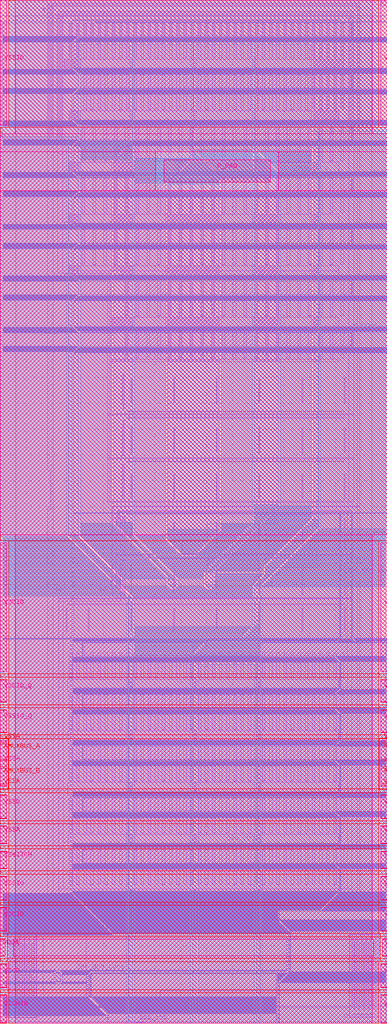
<source format=lef>
# Copyright 2020 The SkyWater PDK Authors
#
# Licensed under the Apache License, Version 2.0 (the "License");
# you may not use this file except in compliance with the License.
# You may obtain a copy of the License at
#
#     https://www.apache.org/licenses/LICENSE-2.0
#
# Unless required by applicable law or agreed to in writing, software
# distributed under the License is distributed on an "AS IS" BASIS,
# WITHOUT WARRANTIES OR CONDITIONS OF ANY KIND, either express or implied.
# See the License for the specific language governing permissions and
# limitations under the License.
#
# SPDX-License-Identifier: Apache-2.0

VERSION 5.5 ;
NAMESCASESENSITIVE ON ;
BUSBITCHARS "[]" ;
DIVIDERCHAR "/" ;
MACRO sky130_fd_io__top_power_lvc_wpad
  CLASS BLOCK ;
  SOURCE USER ;
  ORIGIN  0.000000  0.000000 ;
  SIZE 75 BY 198 ;
  SYMMETRY R90 ;
  PIN AMUXBUS_A
    ANTENNAPARTIALMETALSIDEAREA  111.1680 ;
    DIRECTION INOUT ;
    USE SIGNAL ;
    PORT
      LAYER met4 ;
        RECT 0.000000 51.125000 1.270000 54.105000 ;
    END
    PORT
      LAYER met4 ;
        RECT 73.730000 51.125000 75.000000 54.105000 ;
    END
  END AMUXBUS_A
  PIN AMUXBUS_B
    ANTENNAPARTIALMETALSIDEAREA  111.1680 ;
    DIRECTION INOUT ;
    USE SIGNAL ;
    PORT
      LAYER met4 ;
        RECT 0.000000 46.365000 1.270000 49.345000 ;
    END
    PORT
      LAYER met4 ;
        RECT 73.730000 46.365000 75.000000 49.345000 ;
    END
  END AMUXBUS_B
  PIN P_PAD
    ANTENNAPARTIALMETALSIDEAREA  243.2170 ;
    DIRECTION INOUT ;
    USE SIGNAL ;
    PORT
      LAYER met5 ;
        RECT 31.695000 162.765000 52.340000 167.120000 ;
    END
  END P_PAD
  PIN BDY2_B2B
    DIRECTION INOUT ;
    USE GROUND ;
    PORT
      LAYER met2 ;
        RECT 17.630000 5.115000 53.535000 9.540000 ;
        RECT 17.635000 5.110000 53.535000 5.115000 ;
        RECT 17.705000 5.040000 53.535000 5.110000 ;
        RECT 17.775000 4.970000 53.535000 5.040000 ;
        RECT 17.845000 4.900000 53.535000 4.970000 ;
        RECT 17.915000 4.830000 53.535000 4.900000 ;
        RECT 17.985000 4.760000 53.535000 4.830000 ;
        RECT 18.055000 4.690000 53.535000 4.760000 ;
        RECT 18.125000 4.620000 53.535000 4.690000 ;
        RECT 18.195000 4.550000 53.535000 4.620000 ;
        RECT 18.265000 4.480000 53.535000 4.550000 ;
        RECT 18.335000 4.410000 53.535000 4.480000 ;
        RECT 18.405000 4.340000 53.535000 4.410000 ;
        RECT 18.475000 4.270000 53.535000 4.340000 ;
        RECT 18.545000 4.200000 53.535000 4.270000 ;
        RECT 18.615000 4.130000 53.535000 4.200000 ;
        RECT 18.685000 4.060000 53.535000 4.130000 ;
        RECT 18.755000 3.990000 53.535000 4.060000 ;
        RECT 18.825000 3.920000 53.535000 3.990000 ;
        RECT 18.895000 3.850000 53.535000 3.920000 ;
        RECT 18.965000 3.780000 53.535000 3.850000 ;
        RECT 19.035000 3.710000 53.535000 3.780000 ;
        RECT 19.105000 3.640000 53.535000 3.710000 ;
        RECT 19.175000 3.570000 53.535000 3.640000 ;
        RECT 19.245000 3.500000 53.535000 3.570000 ;
        RECT 19.315000 3.430000 53.535000 3.500000 ;
        RECT 19.385000 3.360000 53.535000 3.430000 ;
        RECT 19.455000 3.290000 53.535000 3.360000 ;
        RECT 19.525000 3.220000 53.535000 3.290000 ;
        RECT 19.595000 3.150000 53.535000 3.220000 ;
        RECT 19.665000 3.080000 53.535000 3.150000 ;
        RECT 19.735000 3.010000 53.535000 3.080000 ;
        RECT 19.805000 2.940000 53.535000 3.010000 ;
        RECT 19.875000 2.870000 53.535000 2.940000 ;
        RECT 19.945000 2.800000 53.535000 2.870000 ;
        RECT 20.015000 2.730000 53.535000 2.800000 ;
        RECT 20.085000 2.660000 53.535000 2.730000 ;
        RECT 20.155000 2.590000 53.535000 2.660000 ;
        RECT 20.225000 2.520000 53.535000 2.590000 ;
        RECT 20.295000 2.450000 53.535000 2.520000 ;
        RECT 20.365000 2.380000 53.535000 2.450000 ;
        RECT 20.435000 2.310000 53.535000 2.380000 ;
        RECT 20.505000 2.240000 53.535000 2.310000 ;
        RECT 20.575000 2.170000 53.535000 2.240000 ;
        RECT 20.645000 2.100000 53.535000 2.170000 ;
        RECT 20.715000 2.030000 53.535000 2.100000 ;
        RECT 20.785000 1.960000 53.535000 2.030000 ;
        RECT 20.855000 1.890000 53.535000 1.960000 ;
        RECT 20.925000 0.000000 53.535000 1.820000 ;
        RECT 20.925000 1.820000 53.535000 1.890000 ;
    END
  END BDY2_B2B
  PIN DRN_LVC1
    DIRECTION INOUT ;
    USE POWER ;
    PORT
      LAYER met3 ;
        RECT 15.605000  94.310000 23.935000  94.460000 ;
        RECT 15.605000  94.460000 23.785000  94.610000 ;
        RECT 15.605000  94.610000 23.635000  94.760000 ;
        RECT 15.605000  94.760000 23.485000  94.910000 ;
        RECT 15.605000  94.910000 23.335000  95.060000 ;
        RECT 15.605000  95.060000 23.185000  95.210000 ;
        RECT 15.605000  95.210000 23.035000  95.360000 ;
        RECT 15.605000  95.360000 22.885000  95.510000 ;
        RECT 15.605000  95.510000 22.735000  95.660000 ;
        RECT 15.605000  95.660000 22.585000  95.810000 ;
        RECT 15.605000  95.810000 22.435000  95.960000 ;
        RECT 15.605000  95.960000 22.285000  96.110000 ;
        RECT 15.605000  96.110000 22.135000  96.260000 ;
        RECT 15.605000  96.260000 21.985000  96.410000 ;
        RECT 15.605000  96.410000 21.835000  96.560000 ;
        RECT 15.605000  96.560000 21.685000  96.710000 ;
        RECT 15.605000  96.710000 21.605000  96.790000 ;
        RECT 15.605000  96.790000 21.605000 167.100000 ;
        RECT 15.605000 167.100000 21.605000 167.250000 ;
        RECT 15.605000 167.250000 21.755000 167.400000 ;
        RECT 15.605000 167.400000 21.905000 167.550000 ;
        RECT 15.605000 167.550000 22.055000 167.700000 ;
        RECT 15.605000 167.700000 22.205000 167.850000 ;
        RECT 15.605000 167.850000 22.355000 168.000000 ;
        RECT 15.605000 168.000000 22.505000 168.150000 ;
        RECT 15.605000 168.150000 22.655000 168.300000 ;
        RECT 15.605000 168.300000 22.805000 168.450000 ;
        RECT 15.605000 168.450000 22.955000 168.600000 ;
        RECT 15.605000 168.600000 23.105000 168.750000 ;
        RECT 15.605000 168.750000 23.255000 168.900000 ;
        RECT 15.605000 168.900000 23.405000 169.050000 ;
        RECT 15.605000 169.050000 23.555000 169.200000 ;
        RECT 15.605000 169.200000 23.705000 169.350000 ;
        RECT 15.605000 169.350000 23.855000 169.500000 ;
        RECT 15.605000 169.500000 24.005000 169.650000 ;
        RECT 15.605000 169.650000 24.155000 169.800000 ;
        RECT 15.605000 169.800000 24.305000 169.950000 ;
        RECT 15.605000 169.950000 24.455000 170.100000 ;
        RECT 15.605000 170.100000 24.605000 170.250000 ;
        RECT 15.605000 170.250000 24.755000 170.400000 ;
        RECT 15.605000 170.400000 24.905000 170.550000 ;
        RECT 15.605000 170.550000 25.055000 170.610000 ;
        RECT 15.605000 170.610000 25.115000 189.515000 ;
        RECT 15.715000  94.200000 24.085000  94.310000 ;
        RECT 15.865000  94.050000 24.195000  94.200000 ;
        RECT 16.015000  93.900000 24.345000  94.050000 ;
        RECT 16.165000  93.750000 24.495000  93.900000 ;
        RECT 16.315000  93.600000 24.645000  93.750000 ;
        RECT 16.465000  93.450000 24.795000  93.600000 ;
        RECT 16.615000  93.300000 24.945000  93.450000 ;
        RECT 16.765000  93.150000 25.095000  93.300000 ;
        RECT 16.915000  93.000000 25.245000  93.150000 ;
        RECT 17.065000  92.850000 25.395000  93.000000 ;
        RECT 17.215000  92.700000 25.545000  92.850000 ;
        RECT 17.365000  92.550000 25.695000  92.700000 ;
        RECT 17.515000  92.400000 25.845000  92.550000 ;
        RECT 17.665000  92.250000 25.995000  92.400000 ;
        RECT 17.815000  92.100000 26.145000  92.250000 ;
        RECT 17.965000  91.950000 26.295000  92.100000 ;
        RECT 18.115000  91.800000 26.445000  91.950000 ;
        RECT 18.265000  91.650000 26.595000  91.800000 ;
        RECT 18.415000  91.500000 26.745000  91.650000 ;
        RECT 18.565000  91.350000 26.895000  91.500000 ;
        RECT 18.715000  91.200000 27.045000  91.350000 ;
        RECT 18.865000  91.050000 27.195000  91.200000 ;
        RECT 19.015000  90.900000 27.345000  91.050000 ;
        RECT 19.165000  90.750000 27.495000  90.900000 ;
        RECT 19.315000  90.600000 27.645000  90.750000 ;
        RECT 19.465000  90.450000 27.795000  90.600000 ;
        RECT 19.615000  90.300000 27.945000  90.450000 ;
        RECT 19.765000  90.150000 28.095000  90.300000 ;
        RECT 19.915000  90.000000 28.245000  90.150000 ;
        RECT 20.065000  89.850000 28.395000  90.000000 ;
        RECT 20.215000  89.700000 28.545000  89.850000 ;
        RECT 20.365000  89.550000 28.695000  89.700000 ;
        RECT 20.515000  89.400000 28.845000  89.550000 ;
        RECT 20.665000  89.250000 28.995000  89.400000 ;
        RECT 20.815000  89.100000 29.145000  89.250000 ;
        RECT 20.965000  88.950000 29.295000  89.100000 ;
        RECT 21.115000  88.800000 29.445000  88.950000 ;
        RECT 21.265000  88.650000 29.595000  88.800000 ;
        RECT 21.415000  88.500000 29.745000  88.650000 ;
        RECT 21.565000  88.350000 29.895000  88.500000 ;
        RECT 21.715000  88.200000 30.045000  88.350000 ;
        RECT 21.865000  88.050000 30.195000  88.200000 ;
        RECT 22.015000  87.900000 30.345000  88.050000 ;
        RECT 22.165000  87.750000 30.495000  87.900000 ;
        RECT 22.315000  87.600000 30.645000  87.750000 ;
        RECT 22.465000  87.450000 30.795000  87.600000 ;
        RECT 22.615000  87.300000 30.945000  87.450000 ;
        RECT 22.765000  87.150000 31.095000  87.300000 ;
        RECT 22.915000  87.000000 31.245000  87.150000 ;
        RECT 23.065000  86.850000 31.395000  87.000000 ;
        RECT 23.215000  86.700000 31.545000  86.850000 ;
        RECT 23.365000  86.550000 31.695000  86.700000 ;
        RECT 23.515000  86.400000 31.845000  86.550000 ;
        RECT 23.665000  86.250000 31.995000  86.400000 ;
        RECT 23.670000  86.245000 32.145000  86.250000 ;
        RECT 23.760000  86.155000 32.145000  86.245000 ;
        RECT 23.850000  84.650000 32.165000  84.670000 ;
        RECT 23.850000  84.670000 32.145000  84.690000 ;
        RECT 23.850000  84.690000 32.145000  86.065000 ;
        RECT 23.850000  86.065000 32.145000  86.155000 ;
        RECT 23.920000  84.580000 32.185000  84.650000 ;
        RECT 24.070000  84.430000 32.255000  84.580000 ;
        RECT 24.220000  84.280000 32.405000  84.430000 ;
        RECT 24.370000  84.130000 32.555000  84.280000 ;
        RECT 24.520000  83.980000 32.705000  84.130000 ;
        RECT 24.650000  83.850000 48.870000  83.980000 ;
        RECT 24.800000  83.700000 48.870000  83.850000 ;
        RECT 24.950000  83.550000 48.870000  83.700000 ;
        RECT 25.100000  83.400000 48.870000  83.550000 ;
        RECT 25.250000  83.250000 48.870000  83.400000 ;
        RECT 25.400000  83.100000 48.870000  83.250000 ;
        RECT 25.550000  82.950000 48.870000  83.100000 ;
        RECT 25.700000  82.800000 48.870000  82.950000 ;
        RECT 25.850000  82.650000 48.870000  82.800000 ;
        RECT 26.000000   0.000000 36.880000  71.105000 ;
        RECT 26.000000  71.105000 36.880000  71.255000 ;
        RECT 26.000000  71.255000 37.030000  71.405000 ;
        RECT 26.000000  71.405000 37.180000  71.555000 ;
        RECT 26.000000  71.555000 37.330000  71.705000 ;
        RECT 26.000000  71.705000 37.480000  71.855000 ;
        RECT 26.000000  71.855000 37.630000  72.005000 ;
        RECT 26.000000  72.005000 37.780000  72.155000 ;
        RECT 26.000000  72.155000 37.930000  72.305000 ;
        RECT 26.000000  72.305000 38.080000  72.455000 ;
        RECT 26.000000  72.455000 38.230000  72.605000 ;
        RECT 26.000000  72.605000 38.380000  72.755000 ;
        RECT 26.000000  72.755000 38.530000  72.905000 ;
        RECT 26.000000  72.905000 38.680000  73.055000 ;
        RECT 26.000000  73.055000 38.830000  73.205000 ;
        RECT 26.000000  73.205000 38.980000  73.355000 ;
        RECT 26.000000  73.355000 39.130000  73.505000 ;
        RECT 26.000000  73.505000 39.280000  73.655000 ;
        RECT 26.000000  73.655000 39.430000  73.805000 ;
        RECT 26.000000  73.805000 39.580000  73.955000 ;
        RECT 26.000000  73.955000 39.730000  74.105000 ;
        RECT 26.000000  74.105000 39.880000  74.255000 ;
        RECT 26.000000  74.255000 40.030000  74.405000 ;
        RECT 26.000000  74.405000 40.180000  74.555000 ;
        RECT 26.000000  74.555000 40.330000  74.705000 ;
        RECT 26.000000  74.705000 40.480000  74.740000 ;
        RECT 26.000000  74.740000 46.795000  74.890000 ;
        RECT 26.000000  74.890000 46.945000  75.040000 ;
        RECT 26.000000  75.040000 47.095000  75.190000 ;
        RECT 26.000000  75.190000 47.245000  75.340000 ;
        RECT 26.000000  75.340000 47.395000  75.490000 ;
        RECT 26.000000  75.490000 47.545000  75.640000 ;
        RECT 26.000000  75.640000 47.695000  75.790000 ;
        RECT 26.000000  75.790000 47.845000  75.940000 ;
        RECT 26.000000  75.940000 47.995000  76.090000 ;
        RECT 26.000000  76.090000 48.145000  76.240000 ;
        RECT 26.000000  76.240000 48.295000  76.390000 ;
        RECT 26.000000  76.390000 48.445000  76.540000 ;
        RECT 26.000000  76.540000 48.595000  76.690000 ;
        RECT 26.000000  76.690000 48.745000  76.815000 ;
        RECT 26.000000  76.815000 48.870000  82.500000 ;
        RECT 26.000000  82.500000 48.870000  82.650000 ;
        RECT 26.035000  94.500000 32.035000 162.570000 ;
        RECT 26.035000 162.570000 32.035000 162.720000 ;
        RECT 26.035000 162.720000 32.185000 162.870000 ;
        RECT 26.035000 162.870000 32.335000 163.020000 ;
        RECT 26.035000 163.020000 32.485000 163.170000 ;
        RECT 26.035000 163.170000 32.635000 163.320000 ;
        RECT 26.035000 163.320000 32.785000 163.470000 ;
        RECT 26.035000 163.470000 32.935000 163.620000 ;
        RECT 26.035000 163.620000 33.085000 163.770000 ;
        RECT 26.035000 163.770000 33.235000 163.920000 ;
        RECT 26.035000 163.920000 33.385000 164.070000 ;
        RECT 26.035000 164.070000 33.535000 164.220000 ;
        RECT 26.035000 164.220000 33.685000 164.370000 ;
        RECT 26.035000 164.370000 33.835000 164.520000 ;
        RECT 26.035000 164.520000 33.985000 164.670000 ;
        RECT 26.035000 164.670000 34.135000 164.820000 ;
        RECT 26.035000 164.820000 34.285000 164.970000 ;
        RECT 26.035000 164.970000 34.435000 165.120000 ;
        RECT 26.035000 165.120000 34.585000 165.270000 ;
        RECT 26.035000 165.270000 34.735000 165.420000 ;
        RECT 26.035000 165.420000 34.885000 165.570000 ;
        RECT 26.035000 165.570000 35.035000 165.720000 ;
        RECT 26.035000 165.720000 35.185000 165.870000 ;
        RECT 26.035000 165.870000 35.335000 166.020000 ;
        RECT 26.035000 166.020000 35.485000 166.170000 ;
        RECT 26.035000 166.170000 35.635000 166.320000 ;
        RECT 26.035000 166.320000 35.785000 166.470000 ;
        RECT 26.035000 166.470000 35.935000 166.620000 ;
        RECT 26.035000 166.620000 36.085000 166.770000 ;
        RECT 26.035000 166.770000 36.235000 166.920000 ;
        RECT 26.035000 166.920000 36.385000 167.070000 ;
        RECT 26.035000 167.070000 36.535000 167.220000 ;
        RECT 26.035000 167.220000 36.685000 167.370000 ;
        RECT 26.035000 167.370000 36.835000 167.460000 ;
        RECT 26.035000 167.460000 36.925000 189.515000 ;
        RECT 26.095000  94.440000 32.035000  94.500000 ;
        RECT 26.245000  94.290000 32.035000  94.440000 ;
        RECT 26.395000  94.140000 32.035000  94.290000 ;
        RECT 26.545000  93.990000 32.035000  94.140000 ;
        RECT 26.695000  93.840000 32.035000  93.990000 ;
        RECT 26.845000  93.690000 32.035000  93.840000 ;
        RECT 26.995000  93.540000 32.035000  93.690000 ;
        RECT 27.145000  93.390000 32.035000  93.540000 ;
        RECT 27.160000  93.375000 32.035000  93.390000 ;
        RECT 27.310000  93.225000 32.050000  93.375000 ;
        RECT 27.460000  93.075000 32.200000  93.225000 ;
        RECT 27.610000  92.925000 32.350000  93.075000 ;
        RECT 27.760000  92.775000 32.500000  92.925000 ;
        RECT 27.910000  92.625000 32.650000  92.775000 ;
        RECT 28.060000  92.475000 32.800000  92.625000 ;
        RECT 28.210000  92.325000 32.950000  92.475000 ;
        RECT 28.360000  92.175000 33.100000  92.325000 ;
        RECT 28.510000  92.025000 33.250000  92.175000 ;
        RECT 28.660000  91.875000 33.400000  92.025000 ;
        RECT 28.810000  91.725000 33.550000  91.875000 ;
        RECT 28.960000  91.575000 33.700000  91.725000 ;
        RECT 29.110000  91.425000 33.850000  91.575000 ;
        RECT 29.260000  91.275000 34.000000  91.425000 ;
        RECT 29.410000  91.125000 34.150000  91.275000 ;
        RECT 29.560000  90.975000 34.300000  91.125000 ;
        RECT 29.710000  90.825000 34.450000  90.975000 ;
        RECT 29.860000  90.675000 34.600000  90.825000 ;
        RECT 30.010000  90.525000 34.750000  90.675000 ;
        RECT 30.160000  90.375000 34.900000  90.525000 ;
        RECT 30.175000  90.360000 42.385000  90.375000 ;
        RECT 30.325000  90.210000 42.235000  90.360000 ;
        RECT 30.475000  90.060000 42.085000  90.210000 ;
        RECT 30.625000  89.910000 41.935000  90.060000 ;
        RECT 30.775000  89.760000 41.785000  89.910000 ;
        RECT 30.925000  89.610000 41.635000  89.760000 ;
        RECT 31.075000  89.460000 41.485000  89.610000 ;
        RECT 31.225000  89.310000 41.335000  89.460000 ;
        RECT 31.375000  89.160000 41.185000  89.310000 ;
        RECT 31.525000  89.010000 41.035000  89.160000 ;
        RECT 31.675000  88.860000 40.885000  89.010000 ;
        RECT 31.825000  88.710000 40.735000  88.860000 ;
        RECT 31.975000  88.560000 40.585000  88.710000 ;
        RECT 32.125000  88.410000 40.435000  88.560000 ;
        RECT 32.275000  88.260000 40.285000  88.410000 ;
        RECT 32.425000  88.110000 40.135000  88.260000 ;
        RECT 32.575000  87.960000 39.985000  88.110000 ;
        RECT 32.725000  87.810000 39.835000  87.960000 ;
        RECT 32.875000  87.660000 39.685000  87.810000 ;
        RECT 33.025000  87.510000 39.535000  87.660000 ;
        RECT 33.175000  87.360000 39.385000  87.510000 ;
        RECT 33.305000  87.230000 39.385000  87.360000 ;
        RECT 33.455000  87.080000 39.385000  87.230000 ;
        RECT 33.605000  86.930000 39.385000  87.080000 ;
        RECT 33.755000  86.780000 39.385000  86.930000 ;
        RECT 33.905000  86.630000 39.385000  86.780000 ;
        RECT 33.945000  83.980000 39.945000  84.130000 ;
        RECT 34.055000  86.480000 39.385000  86.630000 ;
        RECT 34.095000  84.130000 39.795000  84.280000 ;
        RECT 34.205000  86.330000 39.385000  86.480000 ;
        RECT 34.245000  84.280000 39.645000  84.430000 ;
        RECT 34.355000  86.180000 39.385000  86.330000 ;
        RECT 34.395000  84.430000 39.495000  84.580000 ;
        RECT 34.505000  84.580000 39.385000  84.690000 ;
        RECT 34.505000  84.690000 39.385000  86.030000 ;
        RECT 34.505000  86.030000 39.385000  86.180000 ;
        RECT 37.945000  90.375000 42.400000  90.525000 ;
        RECT 37.945000 169.025000 48.835000 189.515000 ;
        RECT 38.035000 168.935000 48.835000 169.025000 ;
        RECT 38.095000  90.525000 42.550000  90.675000 ;
        RECT 38.185000 168.785000 48.835000 168.935000 ;
        RECT 38.245000  90.675000 42.700000  90.825000 ;
        RECT 38.335000 168.635000 48.835000 168.785000 ;
        RECT 38.395000  90.825000 42.850000  90.975000 ;
        RECT 38.485000 168.485000 48.835000 168.635000 ;
        RECT 38.545000  90.975000 43.000000  91.125000 ;
        RECT 38.635000 168.335000 48.835000 168.485000 ;
        RECT 38.695000  91.125000 43.150000  91.275000 ;
        RECT 38.785000 168.185000 48.835000 168.335000 ;
        RECT 38.845000  91.275000 43.300000  91.425000 ;
        RECT 38.935000 168.035000 48.835000 168.185000 ;
        RECT 38.995000  91.425000 43.450000  91.575000 ;
        RECT 39.085000 167.885000 48.835000 168.035000 ;
        RECT 39.145000  91.575000 43.600000  91.725000 ;
        RECT 39.235000 167.735000 48.835000 167.885000 ;
        RECT 39.295000  91.725000 43.750000  91.875000 ;
        RECT 39.385000 167.585000 48.835000 167.735000 ;
        RECT 39.445000  91.875000 43.900000  92.025000 ;
        RECT 39.535000 167.435000 48.835000 167.585000 ;
        RECT 39.595000  92.025000 44.050000  92.175000 ;
        RECT 39.685000 167.285000 48.835000 167.435000 ;
        RECT 39.745000  92.175000 44.200000  92.325000 ;
        RECT 39.835000 167.135000 48.835000 167.285000 ;
        RECT 39.895000  92.325000 44.350000  92.475000 ;
        RECT 39.985000 166.985000 48.835000 167.135000 ;
        RECT 40.045000  92.475000 44.500000  92.625000 ;
        RECT 40.135000 166.835000 48.835000 166.985000 ;
        RECT 40.195000  92.625000 44.650000  92.775000 ;
        RECT 40.285000 166.685000 48.835000 166.835000 ;
        RECT 40.345000  92.775000 44.800000  92.925000 ;
        RECT 40.435000 166.535000 48.835000 166.685000 ;
        RECT 40.495000  92.925000 44.950000  93.075000 ;
        RECT 40.585000 166.385000 48.835000 166.535000 ;
        RECT 40.645000  93.075000 45.100000  93.225000 ;
        RECT 40.735000 166.235000 48.835000 166.385000 ;
        RECT 40.795000  93.225000 45.250000  93.375000 ;
        RECT 40.885000 166.085000 48.835000 166.235000 ;
        RECT 40.945000  93.375000 45.400000  93.525000 ;
        RECT 41.035000 165.935000 48.835000 166.085000 ;
        RECT 41.050000  83.980000 48.870000  84.130000 ;
        RECT 41.095000  93.525000 45.550000  93.675000 ;
        RECT 41.185000 165.785000 48.835000 165.935000 ;
        RECT 41.200000  84.130000 48.870000  84.280000 ;
        RECT 41.245000  93.675000 45.700000  93.825000 ;
        RECT 41.335000 165.635000 48.835000 165.785000 ;
        RECT 41.350000  84.280000 48.870000  84.430000 ;
        RECT 41.395000  93.825000 45.850000  93.975000 ;
        RECT 41.485000 165.485000 48.835000 165.635000 ;
        RECT 41.500000  84.430000 48.870000  84.580000 ;
        RECT 41.545000  93.975000 46.000000  94.125000 ;
        RECT 41.610000  84.580000 48.870000  84.690000 ;
        RECT 41.610000  84.690000 48.870000  84.810000 ;
        RECT 41.610000  84.810000 48.870000  84.960000 ;
        RECT 41.610000  84.960000 49.020000  85.110000 ;
        RECT 41.610000  85.110000 49.170000  85.260000 ;
        RECT 41.610000  85.260000 49.320000  85.410000 ;
        RECT 41.610000  85.410000 49.470000  85.560000 ;
        RECT 41.610000  85.560000 49.620000  85.710000 ;
        RECT 41.610000  85.710000 49.770000  85.860000 ;
        RECT 41.610000  85.860000 49.920000  86.010000 ;
        RECT 41.610000  86.010000 50.070000  86.160000 ;
        RECT 41.610000  86.160000 50.220000  86.310000 ;
        RECT 41.610000  86.310000 50.370000  86.460000 ;
        RECT 41.610000  86.460000 50.520000  86.610000 ;
        RECT 41.610000  86.610000 50.670000  86.760000 ;
        RECT 41.610000  86.760000 50.820000  86.910000 ;
        RECT 41.610000  86.910000 50.970000  86.960000 ;
        RECT 41.610000  86.960000 51.020000  87.445000 ;
        RECT 41.635000 165.335000 48.835000 165.485000 ;
        RECT 41.695000  94.125000 46.150000  94.275000 ;
        RECT 41.760000  87.445000 51.020000  87.595000 ;
        RECT 41.785000 165.185000 48.835000 165.335000 ;
        RECT 41.845000  94.275000 46.300000  94.425000 ;
        RECT 41.910000  87.595000 51.020000  87.745000 ;
        RECT 41.935000 165.035000 48.835000 165.185000 ;
        RECT 41.995000  94.425000 46.450000  94.575000 ;
        RECT 42.060000  87.745000 51.020000  87.895000 ;
        RECT 42.085000 164.885000 48.835000 165.035000 ;
        RECT 42.145000  94.575000 46.600000  94.725000 ;
        RECT 42.210000  87.895000 51.020000  88.045000 ;
        RECT 42.235000 164.735000 48.835000 164.885000 ;
        RECT 42.295000  94.725000 46.750000  94.875000 ;
        RECT 42.360000  88.045000 51.020000  88.195000 ;
        RECT 42.385000 164.585000 48.835000 164.735000 ;
        RECT 42.445000  94.875000 46.900000  95.025000 ;
        RECT 42.510000  88.195000 51.020000  88.345000 ;
        RECT 42.535000 164.435000 48.835000 164.585000 ;
        RECT 42.540000  88.345000 51.020000  88.375000 ;
        RECT 42.595000  95.025000 47.050000  95.175000 ;
        RECT 42.685000 164.285000 48.835000 164.435000 ;
        RECT 42.690000  88.375000 51.020000  88.525000 ;
        RECT 42.745000  95.175000 47.200000  95.325000 ;
        RECT 42.835000  95.325000 47.350000  95.415000 ;
        RECT 42.835000  95.415000 47.440000  95.565000 ;
        RECT 42.835000  95.565000 47.590000  95.715000 ;
        RECT 42.835000  95.715000 47.740000  95.865000 ;
        RECT 42.835000  95.865000 47.890000  96.015000 ;
        RECT 42.835000  96.015000 48.040000  96.165000 ;
        RECT 42.835000  96.165000 48.190000  96.315000 ;
        RECT 42.835000  96.315000 48.340000  96.465000 ;
        RECT 42.835000  96.465000 48.490000  96.615000 ;
        RECT 42.835000  96.615000 48.640000  96.765000 ;
        RECT 42.835000  96.765000 48.790000  96.810000 ;
        RECT 42.835000  96.810000 48.835000 164.135000 ;
        RECT 42.835000 164.135000 48.835000 164.285000 ;
        RECT 42.840000  88.525000 51.170000  88.675000 ;
        RECT 42.990000  88.675000 51.320000  88.825000 ;
        RECT 43.140000  88.825000 51.470000  88.975000 ;
        RECT 43.290000  88.975000 51.620000  89.125000 ;
        RECT 43.440000  89.125000 51.770000  89.275000 ;
        RECT 43.590000  89.275000 51.920000  89.425000 ;
        RECT 43.740000  89.425000 52.070000  89.575000 ;
        RECT 43.890000  89.575000 52.220000  89.725000 ;
        RECT 44.040000  89.725000 52.370000  89.875000 ;
        RECT 44.190000  89.875000 52.520000  90.025000 ;
        RECT 44.340000  90.025000 52.670000  90.175000 ;
        RECT 44.490000  90.175000 52.820000  90.325000 ;
        RECT 44.640000  90.325000 52.970000  90.475000 ;
        RECT 44.790000  90.475000 53.120000  90.625000 ;
        RECT 44.940000  90.625000 53.270000  90.775000 ;
        RECT 45.090000  90.775000 53.420000  90.925000 ;
        RECT 45.240000  90.925000 53.570000  91.075000 ;
        RECT 45.390000  91.075000 53.720000  91.225000 ;
        RECT 45.540000  91.225000 53.870000  91.375000 ;
        RECT 45.690000  91.375000 54.020000  91.525000 ;
        RECT 45.840000  91.525000 54.170000  91.675000 ;
        RECT 45.990000  91.675000 54.320000  91.825000 ;
        RECT 46.140000  91.825000 54.470000  91.975000 ;
        RECT 46.290000  91.975000 54.620000  92.125000 ;
        RECT 46.440000  92.125000 54.770000  92.275000 ;
        RECT 46.590000  92.275000 54.920000  92.425000 ;
        RECT 46.740000  92.425000 55.070000  92.575000 ;
        RECT 46.890000  92.575000 55.220000  92.725000 ;
        RECT 47.040000  92.725000 55.370000  92.875000 ;
        RECT 47.190000  92.875000 55.520000  93.025000 ;
        RECT 47.340000  93.025000 55.670000  93.175000 ;
        RECT 47.490000  93.175000 55.820000  93.325000 ;
        RECT 47.640000  93.325000 55.970000  93.475000 ;
        RECT 47.790000  93.475000 56.120000  93.625000 ;
        RECT 47.940000  93.625000 56.270000  93.775000 ;
        RECT 48.090000  93.775000 56.420000  93.925000 ;
        RECT 48.240000  93.925000 56.570000  94.075000 ;
        RECT 48.390000  94.075000 56.720000  94.225000 ;
        RECT 48.540000  94.225000 56.870000  94.375000 ;
        RECT 48.690000  94.375000 57.020000  94.525000 ;
        RECT 48.840000  94.525000 57.170000  94.675000 ;
        RECT 48.990000  94.675000 57.320000  94.825000 ;
        RECT 49.140000  94.825000 57.470000  94.975000 ;
        RECT 49.290000  94.975000 57.620000  95.125000 ;
        RECT 49.440000  95.125000 57.770000  95.275000 ;
        RECT 49.590000  95.275000 57.920000  95.425000 ;
        RECT 49.740000  95.425000 58.070000  95.575000 ;
        RECT 49.870000 168.920000 60.330000 189.515000 ;
        RECT 49.890000  95.575000 58.220000  95.725000 ;
        RECT 49.980000 168.810000 60.330000 168.920000 ;
        RECT 50.040000  95.725000 58.370000  95.875000 ;
        RECT 50.130000 168.660000 60.330000 168.810000 ;
        RECT 50.190000  95.875000 58.520000  96.025000 ;
        RECT 50.280000 168.510000 60.330000 168.660000 ;
        RECT 50.340000  96.025000 58.670000  96.175000 ;
        RECT 50.430000 168.360000 60.330000 168.510000 ;
        RECT 50.490000  96.175000 58.820000  96.325000 ;
        RECT 50.580000 168.210000 60.330000 168.360000 ;
        RECT 50.640000  96.325000 58.970000  96.475000 ;
        RECT 50.730000 168.060000 60.330000 168.210000 ;
        RECT 50.790000  96.475000 59.120000  96.625000 ;
        RECT 50.880000 167.910000 60.330000 168.060000 ;
        RECT 50.940000  96.625000 59.270000  96.775000 ;
        RECT 51.030000 167.760000 60.330000 167.910000 ;
        RECT 51.090000  96.775000 59.420000  96.925000 ;
        RECT 51.180000 167.610000 60.330000 167.760000 ;
        RECT 51.240000  96.925000 59.570000  97.075000 ;
        RECT 51.330000 167.460000 60.330000 167.610000 ;
        RECT 51.390000  97.075000 59.720000  97.225000 ;
        RECT 51.480000 167.310000 60.330000 167.460000 ;
        RECT 51.540000  97.225000 59.870000  97.375000 ;
        RECT 51.630000 167.160000 60.330000 167.310000 ;
        RECT 51.690000  97.375000 60.020000  97.525000 ;
        RECT 51.780000 167.010000 60.330000 167.160000 ;
        RECT 51.840000  97.525000 60.170000  97.675000 ;
        RECT 51.850000  97.675000 60.320000  97.685000 ;
        RECT 51.930000 166.860000 60.330000 167.010000 ;
        RECT 52.000000  97.685000 60.330000  97.835000 ;
        RECT 52.080000 166.710000 60.330000 166.860000 ;
        RECT 52.150000  97.835000 60.330000  97.985000 ;
        RECT 52.230000 166.560000 60.330000 166.710000 ;
        RECT 52.300000  97.985000 60.330000  98.135000 ;
        RECT 52.380000 166.410000 60.330000 166.560000 ;
        RECT 52.450000  98.135000 60.330000  98.285000 ;
        RECT 52.530000 166.260000 60.330000 166.410000 ;
        RECT 52.600000  98.285000 60.330000  98.435000 ;
        RECT 52.680000 166.110000 60.330000 166.260000 ;
        RECT 52.750000  98.435000 60.330000  98.585000 ;
        RECT 52.830000 165.960000 60.330000 166.110000 ;
        RECT 52.900000  98.585000 60.330000  98.735000 ;
        RECT 52.980000 165.810000 60.330000 165.960000 ;
        RECT 53.050000  98.735000 60.330000  98.885000 ;
        RECT 53.130000 165.660000 60.330000 165.810000 ;
        RECT 53.200000  98.885000 60.330000  99.035000 ;
        RECT 53.280000 165.510000 60.330000 165.660000 ;
        RECT 53.350000  99.035000 60.330000  99.185000 ;
        RECT 53.430000 165.360000 60.330000 165.510000 ;
        RECT 53.500000  99.185000 60.330000  99.335000 ;
        RECT 53.580000 165.210000 60.330000 165.360000 ;
        RECT 53.650000  99.335000 60.330000  99.485000 ;
        RECT 53.730000 165.060000 60.330000 165.210000 ;
        RECT 53.800000  99.485000 60.330000  99.635000 ;
        RECT 53.880000 164.910000 60.330000 165.060000 ;
        RECT 53.950000  99.635000 60.330000  99.785000 ;
        RECT 54.030000 164.760000 60.330000 164.910000 ;
        RECT 54.100000  99.785000 60.330000  99.935000 ;
        RECT 54.180000 164.610000 60.330000 164.760000 ;
        RECT 54.250000  99.935000 60.330000 100.085000 ;
        RECT 54.330000 100.085000 60.330000 100.165000 ;
        RECT 54.330000 100.165000 60.330000 164.460000 ;
        RECT 54.330000 164.460000 60.330000 164.610000 ;
    END
  END DRN_LVC1
  PIN DRN_LVC2
    DIRECTION INOUT ;
    USE POWER ;
    PORT
      LAYER met3 ;
        RECT 38.380000 0.000000 49.255000 69.490000 ;
    END
  END DRN_LVC2
  PIN OGC_LVC
    DIRECTION INOUT ;
    USE POWER ;
    PORT
      LAYER met1 ;
        RECT 26.210000 0.000000 27.700000 0.170000 ;
    END
  END OGC_LVC
  PIN P_CORE
    DIRECTION INOUT ;
    USE POWER ;
    PORT
      LAYER met3 ;
        RECT 0.500000  0.000000 24.500000  82.660000 ;
        RECT 0.500000 82.660000 24.350000  82.810000 ;
        RECT 0.500000 82.810000 24.200000  82.960000 ;
        RECT 0.500000 82.960000 24.050000  83.110000 ;
        RECT 0.500000 83.110000 23.900000  83.260000 ;
        RECT 0.500000 83.260000 23.750000  83.410000 ;
        RECT 0.500000 83.410000 23.600000  83.560000 ;
        RECT 0.500000 83.560000 23.450000  83.710000 ;
        RECT 0.500000 83.710000 23.300000  83.860000 ;
        RECT 0.500000 83.860000 23.150000  84.010000 ;
        RECT 0.500000 84.010000 23.000000  84.160000 ;
        RECT 0.500000 84.160000 22.850000  84.310000 ;
        RECT 0.500000 84.310000 22.700000  84.460000 ;
        RECT 0.500000 84.460000 22.550000  84.610000 ;
        RECT 0.500000 84.610000 22.400000  84.760000 ;
        RECT 0.500000 84.760000 22.250000  84.910000 ;
        RECT 0.500000 84.910000 22.100000  85.060000 ;
        RECT 0.500000 85.060000 21.950000  85.210000 ;
        RECT 0.500000 85.210000 21.800000  85.360000 ;
        RECT 0.500000 85.360000 21.650000  85.510000 ;
        RECT 0.500000 85.510000 21.500000  85.660000 ;
        RECT 0.500000 85.660000 21.350000  85.810000 ;
        RECT 0.500000 85.810000 21.200000  85.960000 ;
        RECT 0.500000 85.960000 21.050000  86.110000 ;
        RECT 0.500000 86.110000 20.900000  86.260000 ;
        RECT 0.500000 86.260000 20.750000  86.410000 ;
        RECT 0.500000 86.410000 20.600000  86.560000 ;
        RECT 0.500000 86.560000 20.450000  86.710000 ;
        RECT 0.500000 86.710000 20.300000  86.860000 ;
        RECT 0.500000 86.860000 20.150000  87.010000 ;
        RECT 0.500000 87.010000 20.000000  87.160000 ;
        RECT 0.500000 87.160000 19.850000  87.310000 ;
        RECT 0.500000 87.310000 19.700000  87.460000 ;
        RECT 0.500000 87.460000 19.550000  87.610000 ;
        RECT 0.500000 87.610000 19.400000  87.760000 ;
        RECT 0.500000 87.760000 19.250000  87.910000 ;
        RECT 0.500000 87.910000 19.100000  88.060000 ;
        RECT 0.500000 88.060000 18.950000  88.210000 ;
        RECT 0.500000 88.210000 18.800000  88.360000 ;
        RECT 0.500000 88.360000 18.650000  88.510000 ;
        RECT 0.500000 88.510000 18.500000  88.660000 ;
        RECT 0.500000 88.660000 18.350000  88.810000 ;
        RECT 0.500000 88.810000 18.200000  88.960000 ;
        RECT 0.500000 88.960000 18.050000  89.110000 ;
        RECT 0.500000 89.110000 17.900000  89.260000 ;
        RECT 0.500000 89.260000 17.750000  89.410000 ;
        RECT 0.500000 89.410000 17.600000  89.560000 ;
        RECT 0.500000 89.560000 17.450000  89.710000 ;
        RECT 0.500000 89.710000 17.300000  89.860000 ;
        RECT 0.500000 89.860000 17.150000  90.010000 ;
        RECT 0.500000 90.010000 17.000000  90.160000 ;
        RECT 0.500000 90.160000 16.850000  90.310000 ;
        RECT 0.500000 90.310000 16.700000  90.460000 ;
        RECT 0.500000 90.460000 16.550000  90.610000 ;
        RECT 0.500000 90.610000 16.400000  90.760000 ;
        RECT 0.500000 90.760000 16.250000  90.910000 ;
        RECT 0.500000 90.910000 16.100000  91.060000 ;
        RECT 0.500000 91.060000 15.950000  91.210000 ;
        RECT 0.500000 91.210000 15.800000  91.360000 ;
        RECT 0.500000 91.360000 15.650000  91.510000 ;
        RECT 0.500000 91.510000 15.500000  91.660000 ;
        RECT 0.500000 91.660000 15.350000  91.810000 ;
        RECT 0.500000 91.810000 15.200000  91.960000 ;
        RECT 0.500000 91.960000 15.050000  92.110000 ;
        RECT 0.500000 92.110000 14.900000  92.260000 ;
        RECT 0.500000 92.260000 14.750000  92.410000 ;
        RECT 0.500000 92.410000 14.600000  92.560000 ;
        RECT 0.500000 92.560000 14.450000  92.710000 ;
        RECT 0.500000 92.710000 14.300000  92.860000 ;
        RECT 0.500000 92.860000 14.150000  93.010000 ;
        RECT 0.500000 93.010000 14.000000  93.160000 ;
        RECT 0.500000 93.160000 13.850000  93.310000 ;
        RECT 0.500000 93.310000 13.700000  93.460000 ;
        RECT 0.500000 93.460000 13.550000  93.610000 ;
        RECT 0.500000 93.610000 13.400000  93.760000 ;
        RECT 0.500000 93.760000 13.250000  93.910000 ;
        RECT 0.500000 93.910000 13.100000  94.060000 ;
        RECT 0.500000 94.060000 12.950000  94.210000 ;
        RECT 0.500000 94.210000 12.900000  94.260000 ;
        RECT 0.500000 94.260000 12.900000 171.195000 ;
    END
    PORT
      LAYER met3 ;
        RECT 50.755000  0.000000 74.700000  84.465000 ;
        RECT 50.905000 84.465000 74.700000  84.615000 ;
        RECT 51.055000 84.615000 74.700000  84.765000 ;
        RECT 51.205000 84.765000 74.700000  84.915000 ;
        RECT 51.355000 84.915000 74.700000  85.065000 ;
        RECT 51.505000 85.065000 74.700000  85.215000 ;
        RECT 51.655000 85.215000 74.700000  85.365000 ;
        RECT 51.805000 85.365000 74.700000  85.515000 ;
        RECT 51.955000 85.515000 74.700000  85.665000 ;
        RECT 52.105000 85.665000 74.700000  85.815000 ;
        RECT 52.255000 85.815000 74.700000  85.965000 ;
        RECT 52.405000 85.965000 74.700000  86.115000 ;
        RECT 52.555000 86.115000 74.700000  86.265000 ;
        RECT 52.705000 86.265000 74.700000  86.415000 ;
        RECT 52.855000 86.415000 74.700000  86.565000 ;
        RECT 53.005000 86.565000 74.700000  86.715000 ;
        RECT 53.155000 86.715000 74.700000  86.865000 ;
        RECT 53.305000 86.865000 74.700000  87.015000 ;
        RECT 53.455000 87.015000 74.700000  87.165000 ;
        RECT 53.605000 87.165000 74.700000  87.315000 ;
        RECT 53.755000 87.315000 74.700000  87.465000 ;
        RECT 53.905000 87.465000 74.700000  87.615000 ;
        RECT 54.055000 87.615000 74.700000  87.765000 ;
        RECT 54.205000 87.765000 74.700000  87.915000 ;
        RECT 54.355000 87.915000 74.700000  88.065000 ;
        RECT 54.505000 88.065000 74.700000  88.215000 ;
        RECT 54.655000 88.215000 74.700000  88.365000 ;
        RECT 54.805000 88.365000 74.700000  88.515000 ;
        RECT 54.955000 88.515000 74.700000  88.665000 ;
        RECT 55.105000 88.665000 74.700000  88.815000 ;
        RECT 55.255000 88.815000 74.700000  88.965000 ;
        RECT 55.405000 88.965000 74.700000  89.115000 ;
        RECT 55.555000 89.115000 74.700000  89.265000 ;
        RECT 55.705000 89.265000 74.700000  89.415000 ;
        RECT 55.855000 89.415000 74.700000  89.565000 ;
        RECT 56.005000 89.565000 74.700000  89.715000 ;
        RECT 56.155000 89.715000 74.700000  89.865000 ;
        RECT 56.305000 89.865000 74.700000  90.015000 ;
        RECT 56.455000 90.015000 74.700000  90.165000 ;
        RECT 56.605000 90.165000 74.700000  90.315000 ;
        RECT 56.755000 90.315000 74.700000  90.465000 ;
        RECT 56.905000 90.465000 74.700000  90.615000 ;
        RECT 57.055000 90.615000 74.700000  90.765000 ;
        RECT 57.205000 90.765000 74.700000  90.915000 ;
        RECT 57.355000 90.915000 74.700000  91.065000 ;
        RECT 57.505000 91.065000 74.700000  91.215000 ;
        RECT 57.655000 91.215000 74.700000  91.365000 ;
        RECT 57.805000 91.365000 74.700000  91.515000 ;
        RECT 57.955000 91.515000 74.700000  91.665000 ;
        RECT 58.105000 91.665000 74.700000  91.815000 ;
        RECT 58.255000 91.815000 74.700000  91.965000 ;
        RECT 58.405000 91.965000 74.700000  92.115000 ;
        RECT 58.555000 92.115000 74.700000  92.265000 ;
        RECT 58.705000 92.265000 74.700000  92.415000 ;
        RECT 58.855000 92.415000 74.700000  92.565000 ;
        RECT 59.005000 92.565000 74.700000  92.715000 ;
        RECT 59.155000 92.715000 74.700000  92.865000 ;
        RECT 59.305000 92.865000 74.700000  93.015000 ;
        RECT 59.455000 93.015000 74.700000  93.165000 ;
        RECT 59.605000 93.165000 74.700000  93.315000 ;
        RECT 59.755000 93.315000 74.700000  93.465000 ;
        RECT 59.905000 93.465000 74.700000  93.615000 ;
        RECT 60.055000 93.615000 74.700000  93.765000 ;
        RECT 60.205000 93.765000 74.700000  93.915000 ;
        RECT 60.355000 93.915000 74.700000  94.065000 ;
        RECT 60.505000 94.065000 74.700000  94.215000 ;
        RECT 60.655000 94.215000 74.700000  94.365000 ;
        RECT 60.805000 94.365000 74.700000  94.515000 ;
        RECT 60.955000 94.515000 74.700000  94.665000 ;
        RECT 61.105000 94.665000 74.700000  94.815000 ;
        RECT 61.255000 94.815000 74.700000  94.965000 ;
        RECT 61.405000 94.965000 74.700000  95.115000 ;
        RECT 61.555000 95.115000 74.700000  95.265000 ;
        RECT 61.705000 95.265000 74.700000  95.415000 ;
        RECT 61.855000 95.415000 74.700000  95.565000 ;
        RECT 62.005000 95.565000 74.700000  95.715000 ;
        RECT 62.045000 95.715000 74.700000  95.755000 ;
        RECT 62.045000 95.755000 74.700000 172.235000 ;
    END
  END P_CORE
  PIN SRC_BDY_LVC1
    DIRECTION INOUT ;
    USE GROUND ;
    PORT
      LAYER met2 ;
        RECT  0.500000   0.000000 20.495000   1.485000 ;
        RECT  0.500000   1.485000 20.425000   1.555000 ;
        RECT  0.500000   1.555000 20.355000   1.625000 ;
        RECT  0.500000   1.625000 20.285000   1.695000 ;
        RECT  0.500000   1.695000 20.215000   1.765000 ;
        RECT  0.500000   1.765000 20.145000   1.835000 ;
        RECT  0.500000   1.835000 20.075000   1.905000 ;
        RECT  0.500000   1.905000 20.005000   1.975000 ;
        RECT  0.500000   1.975000 19.935000   2.045000 ;
        RECT  0.500000   2.045000 19.865000   2.115000 ;
        RECT  0.500000   2.115000 19.795000   2.185000 ;
        RECT  0.500000   2.185000 19.725000   2.255000 ;
        RECT  0.500000   2.255000 19.655000   2.325000 ;
        RECT  0.500000   2.325000 19.585000   2.395000 ;
        RECT  0.500000   2.395000 19.515000   2.465000 ;
        RECT  0.500000   2.465000 19.445000   2.535000 ;
        RECT  0.500000   2.535000 19.375000   2.605000 ;
        RECT  0.500000   2.605000 19.305000   2.675000 ;
        RECT  0.500000   2.675000 19.235000   2.745000 ;
        RECT  0.500000   2.745000 19.165000   2.815000 ;
        RECT  0.500000   2.815000 19.095000   2.885000 ;
        RECT  0.500000   2.885000 19.025000   2.955000 ;
        RECT  0.500000   2.955000 18.955000   3.025000 ;
        RECT  0.500000   3.025000 18.885000   3.095000 ;
        RECT  0.500000   3.095000 18.815000   3.165000 ;
        RECT  0.500000   3.165000 18.745000   3.235000 ;
        RECT  0.500000   3.235000 18.675000   3.305000 ;
        RECT  0.500000   3.305000 18.605000   3.375000 ;
        RECT  0.500000   3.375000 18.535000   3.445000 ;
        RECT  0.500000   3.445000 18.465000   3.515000 ;
        RECT  0.500000   3.515000 18.395000   3.585000 ;
        RECT  0.500000   3.585000 18.325000   3.655000 ;
        RECT  0.500000   3.655000 18.255000   3.725000 ;
        RECT  0.500000   3.725000 18.185000   3.795000 ;
        RECT  0.500000   3.795000 18.115000   3.865000 ;
        RECT  0.500000   3.865000 18.045000   3.935000 ;
        RECT  0.500000   3.935000 17.975000   4.005000 ;
        RECT  0.500000   4.005000 17.905000   4.075000 ;
        RECT  0.500000   4.075000 17.835000   4.145000 ;
        RECT  0.500000   4.145000 17.765000   4.215000 ;
        RECT  0.500000   4.215000 17.695000   4.285000 ;
        RECT  0.500000   4.285000 17.625000   4.355000 ;
        RECT  0.500000   4.355000 17.555000   4.425000 ;
        RECT  0.500000   4.425000 17.485000   4.495000 ;
        RECT  0.500000   4.495000 17.415000   4.565000 ;
        RECT  0.500000   4.565000 17.345000   4.635000 ;
        RECT  0.500000   4.635000 17.275000   4.705000 ;
        RECT  0.500000   4.705000 17.205000   4.775000 ;
        RECT  0.500000   4.775000 17.135000   4.845000 ;
        RECT  0.500000   4.845000 17.065000   4.915000 ;
        RECT  0.500000   4.915000 16.995000   4.985000 ;
        RECT  0.500000   4.985000 16.925000   5.055000 ;
        RECT  0.500000   5.055000 16.860000   5.120000 ;
        RECT  0.500000   5.120000 16.860000   7.655000 ;
        RECT  0.500000   7.655000 10.745000   7.725000 ;
        RECT  0.500000   7.725000 10.675000   7.795000 ;
        RECT  0.500000   7.795000 10.605000   7.865000 ;
        RECT  0.500000   7.865000 10.535000   7.935000 ;
        RECT  0.500000   7.935000 10.465000   8.005000 ;
        RECT  0.500000   8.005000 10.420000   8.050000 ;
        RECT  0.500000   8.050000 10.420000   9.820000 ;
        RECT  0.500000   9.820000 10.420000   9.890000 ;
        RECT  0.500000   9.890000 10.490000   9.960000 ;
        RECT  0.500000   9.960000 10.560000  10.030000 ;
        RECT  0.500000  10.030000 10.630000  10.100000 ;
        RECT  0.500000  10.100000 10.700000  10.170000 ;
        RECT  0.500000  10.170000 10.770000  10.215000 ;
        RECT  0.500000  10.215000 55.595000  17.080000 ;
        RECT  0.500000  17.080000 21.785000  17.150000 ;
        RECT  0.500000  17.150000 21.715000  17.220000 ;
        RECT  0.500000  17.220000 21.645000  17.290000 ;
        RECT  0.500000  17.290000 21.575000  17.360000 ;
        RECT  0.500000  17.360000 21.505000  17.430000 ;
        RECT  0.500000  17.430000 21.435000  17.500000 ;
        RECT  0.500000  17.500000 21.365000  17.570000 ;
        RECT  0.500000  17.570000 21.295000  17.640000 ;
        RECT  0.500000  17.640000 21.225000  17.710000 ;
        RECT  0.500000  17.710000 21.155000  17.780000 ;
        RECT  0.500000  17.780000 21.085000  17.850000 ;
        RECT  0.500000  17.850000 21.015000  17.920000 ;
        RECT  0.500000  17.920000 20.945000  17.990000 ;
        RECT  0.500000  17.990000 20.875000  18.060000 ;
        RECT  0.500000  18.060000 20.805000  18.130000 ;
        RECT  0.500000  18.130000 20.735000  18.200000 ;
        RECT  0.500000  18.200000 20.665000  18.270000 ;
        RECT  0.500000  18.270000 20.595000  18.340000 ;
        RECT  0.500000  18.340000 20.525000  18.410000 ;
        RECT  0.500000  18.410000 20.455000  18.480000 ;
        RECT  0.500000  18.480000 20.385000  18.550000 ;
        RECT  0.500000  18.550000 20.315000  18.620000 ;
        RECT  0.500000  18.620000 20.245000  18.690000 ;
        RECT  0.500000  18.690000 20.175000  18.760000 ;
        RECT  0.500000  18.760000 20.105000  18.830000 ;
        RECT  0.500000  18.830000 20.035000  18.900000 ;
        RECT  0.500000  18.900000 19.965000  18.970000 ;
        RECT  0.500000  18.970000 19.895000  19.040000 ;
        RECT  0.500000  19.040000 19.825000  19.110000 ;
        RECT  0.500000  19.110000 19.755000  19.180000 ;
        RECT  0.500000  19.180000 19.685000  19.250000 ;
        RECT  0.500000  19.250000 19.615000  19.320000 ;
        RECT  0.500000  19.320000 19.545000  19.390000 ;
        RECT  0.500000  19.390000 19.475000  19.460000 ;
        RECT  0.500000  19.460000 19.405000  19.530000 ;
        RECT  0.500000  19.530000 19.335000  19.600000 ;
        RECT  0.500000  19.600000 19.265000  19.670000 ;
        RECT  0.500000  19.670000 19.195000  19.740000 ;
        RECT  0.500000  19.740000 19.125000  19.810000 ;
        RECT  0.500000  19.810000 19.055000  19.880000 ;
        RECT  0.500000  19.880000 18.985000  19.950000 ;
        RECT  0.500000  19.950000 18.915000  20.020000 ;
        RECT  0.500000  20.020000 18.845000  20.090000 ;
        RECT  0.500000  20.090000 18.775000  20.160000 ;
        RECT  0.500000  20.160000 18.705000  20.230000 ;
        RECT  0.500000  20.230000 18.635000  20.300000 ;
        RECT  0.500000  20.300000 18.565000  20.370000 ;
        RECT  0.500000  20.370000 18.495000  20.440000 ;
        RECT  0.500000  20.440000 18.425000  20.510000 ;
        RECT  0.500000  20.510000 18.355000  20.580000 ;
        RECT  0.500000  20.580000 18.285000  20.650000 ;
        RECT  0.500000  20.650000 18.215000  20.720000 ;
        RECT  0.500000  20.720000 18.145000  20.790000 ;
        RECT  0.500000  20.790000 18.075000  20.860000 ;
        RECT  0.500000  20.860000 18.005000  20.930000 ;
        RECT  0.500000  20.930000 17.935000  21.000000 ;
        RECT  0.500000  21.000000 17.865000  21.070000 ;
        RECT  0.500000  21.070000 17.795000  21.140000 ;
        RECT  0.500000  21.140000 17.725000  21.210000 ;
        RECT  0.500000  21.210000 17.655000  21.280000 ;
        RECT  0.500000  21.280000 17.585000  21.350000 ;
        RECT  0.500000  21.350000 17.515000  21.420000 ;
        RECT  0.500000  21.420000 17.445000  21.490000 ;
        RECT  0.500000  21.490000 17.375000  21.560000 ;
        RECT  0.500000  21.560000 17.305000  21.630000 ;
        RECT  0.500000  21.630000 17.235000  21.700000 ;
        RECT  0.500000  21.700000 17.165000  21.770000 ;
        RECT  0.500000  21.770000 17.095000  21.840000 ;
        RECT  0.500000  21.840000 17.025000  21.910000 ;
        RECT  0.500000  21.910000 16.955000  21.980000 ;
        RECT  0.500000  21.980000 16.885000  22.050000 ;
        RECT  0.500000  22.050000 16.815000  22.120000 ;
        RECT  0.500000  22.120000 16.745000  22.190000 ;
        RECT  0.500000  22.190000 16.675000  22.260000 ;
        RECT  0.500000  22.260000 16.605000  22.330000 ;
        RECT  0.500000  22.330000 16.535000  22.400000 ;
        RECT  0.500000  22.400000 16.465000  22.470000 ;
        RECT  0.500000  22.470000 16.395000  22.540000 ;
        RECT  0.500000  22.540000 16.325000  22.610000 ;
        RECT  0.500000  22.610000 16.255000  22.680000 ;
        RECT  0.500000  22.680000 16.185000  22.750000 ;
        RECT  0.500000  22.750000 16.115000  22.820000 ;
        RECT  0.500000  22.820000 16.045000  22.890000 ;
        RECT  0.500000  22.890000 15.975000  22.960000 ;
        RECT  0.500000  22.960000 15.905000  23.030000 ;
        RECT  0.500000  23.030000 15.835000  23.100000 ;
        RECT  0.500000  23.100000 15.765000  23.170000 ;
        RECT  0.500000  23.170000 15.695000  23.240000 ;
        RECT  0.500000  23.240000 15.625000  23.310000 ;
        RECT  0.500000  23.310000 15.555000  23.380000 ;
        RECT  0.500000  23.380000 15.485000  23.450000 ;
        RECT  0.500000  23.450000 15.415000  23.520000 ;
        RECT  0.500000  23.520000 15.345000  23.590000 ;
        RECT  0.500000  23.590000 15.275000  23.660000 ;
        RECT  0.500000  23.660000 15.205000  23.730000 ;
        RECT  0.500000  23.730000 15.135000  23.800000 ;
        RECT  0.500000  23.800000 15.065000  23.870000 ;
        RECT  0.500000  23.870000 14.995000  23.940000 ;
        RECT  0.500000  23.940000 14.925000  24.010000 ;
        RECT  0.500000  24.010000 14.855000  24.080000 ;
        RECT  0.500000  24.080000 14.785000  24.150000 ;
        RECT  0.500000  24.150000 14.715000  24.220000 ;
        RECT  0.500000  24.220000 14.645000  24.290000 ;
        RECT  0.500000  24.290000 14.575000  24.360000 ;
        RECT  0.500000  24.360000 14.505000  24.430000 ;
        RECT  0.500000  24.430000 14.435000  24.500000 ;
        RECT  0.500000  24.500000 14.365000  24.570000 ;
        RECT  0.500000  24.570000 14.295000  24.640000 ;
        RECT  0.500000  24.640000 14.225000  24.710000 ;
        RECT  0.500000  24.710000 14.155000  24.780000 ;
        RECT  0.500000  24.780000 14.085000  24.850000 ;
        RECT  0.500000  24.850000 14.015000  24.920000 ;
        RECT  0.500000  24.920000 13.945000  24.990000 ;
        RECT  0.500000  24.990000 13.875000  25.060000 ;
        RECT  0.500000  25.060000 13.805000  25.130000 ;
        RECT  0.500000  25.130000 13.750000  25.185000 ;
        RECT  0.500000  25.185000 13.750000  74.295000 ;
        RECT  0.500000  74.295000 13.750000  74.365000 ;
        RECT  0.500000  74.365000 13.820000  74.435000 ;
        RECT  0.500000  74.435000 13.890000  74.505000 ;
        RECT  0.500000  74.505000 13.960000 129.935000 ;
        RECT  0.500000 129.935000 13.960000 130.005000 ;
        RECT  0.500000 130.005000 14.030000 130.075000 ;
        RECT  0.500000 130.075000 14.100000 130.145000 ;
        RECT  0.500000 130.145000 14.170000 130.215000 ;
        RECT  0.500000 130.215000 14.240000 130.285000 ;
        RECT  0.500000 130.285000 14.310000 130.355000 ;
        RECT  0.500000 130.355000 14.380000 130.425000 ;
        RECT  0.500000 130.425000 14.450000 130.495000 ;
        RECT  0.500000 130.495000 14.520000 130.565000 ;
        RECT  0.500000 130.565000 14.590000 130.635000 ;
        RECT  0.500000 130.635000 14.660000 130.705000 ;
        RECT  0.500000 130.705000 14.730000 130.775000 ;
        RECT  0.500000 130.775000 14.800000 130.845000 ;
        RECT  0.500000 130.845000 14.870000 130.915000 ;
        RECT  0.500000 130.915000 14.940000 130.985000 ;
        RECT  0.500000 130.985000 68.010000 133.630000 ;
        RECT  0.500000 133.630000 14.940000 133.700000 ;
        RECT  0.500000 133.700000 14.870000 133.770000 ;
        RECT  0.500000 133.770000 14.800000 133.840000 ;
        RECT  0.500000 133.840000 14.730000 133.910000 ;
        RECT  0.500000 133.910000 14.660000 133.980000 ;
        RECT  0.500000 133.980000 14.590000 134.050000 ;
        RECT  0.500000 134.050000 14.520000 134.120000 ;
        RECT  0.500000 134.120000 14.450000 134.190000 ;
        RECT  0.500000 134.190000 14.380000 134.260000 ;
        RECT  0.500000 134.260000 14.310000 134.330000 ;
        RECT  0.500000 134.330000 14.240000 134.400000 ;
        RECT  0.500000 134.400000 14.170000 134.470000 ;
        RECT  0.500000 134.470000 14.100000 134.540000 ;
        RECT  0.500000 134.540000 14.030000 134.610000 ;
        RECT  0.500000 134.610000 13.960000 134.680000 ;
        RECT  0.500000 134.680000 13.960000 139.940000 ;
        RECT  0.500000 139.940000 13.960000 140.010000 ;
        RECT  0.500000 140.010000 14.030000 140.080000 ;
        RECT  0.500000 140.080000 14.100000 140.150000 ;
        RECT  0.500000 140.150000 14.170000 140.220000 ;
        RECT  0.500000 140.220000 14.240000 140.290000 ;
        RECT  0.500000 140.290000 14.310000 140.360000 ;
        RECT  0.500000 140.360000 14.380000 140.430000 ;
        RECT  0.500000 140.430000 14.450000 140.500000 ;
        RECT  0.500000 140.500000 14.520000 140.570000 ;
        RECT  0.500000 140.570000 14.590000 140.640000 ;
        RECT  0.500000 140.640000 14.660000 140.710000 ;
        RECT  0.500000 140.710000 14.730000 140.780000 ;
        RECT  0.500000 140.780000 14.800000 140.850000 ;
        RECT  0.500000 140.850000 14.870000 140.920000 ;
        RECT  0.500000 140.920000 14.940000 140.990000 ;
        RECT  0.500000 140.990000 68.010000 143.630000 ;
        RECT  0.500000 143.630000 14.940000 143.700000 ;
        RECT  0.500000 143.700000 14.870000 143.770000 ;
        RECT  0.500000 143.770000 14.800000 143.840000 ;
        RECT  0.500000 143.840000 14.730000 143.910000 ;
        RECT  0.500000 143.910000 14.660000 143.980000 ;
        RECT  0.500000 143.980000 14.590000 144.050000 ;
        RECT  0.500000 144.050000 14.520000 144.120000 ;
        RECT  0.500000 144.120000 14.450000 144.190000 ;
        RECT  0.500000 144.190000 14.380000 144.260000 ;
        RECT  0.500000 144.260000 14.310000 144.330000 ;
        RECT  0.500000 144.330000 14.240000 144.400000 ;
        RECT  0.500000 144.400000 14.170000 144.470000 ;
        RECT  0.500000 144.470000 14.100000 144.540000 ;
        RECT  0.500000 144.540000 14.030000 144.610000 ;
        RECT  0.500000 144.610000 13.960000 144.680000 ;
        RECT  0.500000 144.680000 13.960000 149.940000 ;
        RECT  0.500000 149.940000 13.960000 150.010000 ;
        RECT  0.500000 150.010000 14.030000 150.080000 ;
        RECT  0.500000 150.080000 14.100000 150.150000 ;
        RECT  0.500000 150.150000 14.170000 150.220000 ;
        RECT  0.500000 150.220000 14.240000 150.290000 ;
        RECT  0.500000 150.290000 14.310000 150.360000 ;
        RECT  0.500000 150.360000 14.380000 150.430000 ;
        RECT  0.500000 150.430000 14.450000 150.500000 ;
        RECT  0.500000 150.500000 14.520000 150.570000 ;
        RECT  0.500000 150.570000 14.590000 150.640000 ;
        RECT  0.500000 150.640000 14.660000 150.710000 ;
        RECT  0.500000 150.710000 14.730000 150.780000 ;
        RECT  0.500000 150.780000 14.800000 150.850000 ;
        RECT  0.500000 150.850000 14.870000 150.920000 ;
        RECT  0.500000 150.920000 14.940000 150.990000 ;
        RECT  0.500000 150.990000 68.010000 153.630000 ;
        RECT  0.500000 153.630000 14.940000 153.700000 ;
        RECT  0.500000 153.700000 14.870000 153.770000 ;
        RECT  0.500000 153.770000 14.800000 153.840000 ;
        RECT  0.500000 153.840000 14.730000 153.910000 ;
        RECT  0.500000 153.910000 14.660000 153.980000 ;
        RECT  0.500000 153.980000 14.590000 154.050000 ;
        RECT  0.500000 154.050000 14.520000 154.120000 ;
        RECT  0.500000 154.120000 14.450000 154.190000 ;
        RECT  0.500000 154.190000 14.380000 154.260000 ;
        RECT  0.500000 154.260000 14.310000 154.330000 ;
        RECT  0.500000 154.330000 14.240000 154.400000 ;
        RECT  0.500000 154.400000 14.170000 154.470000 ;
        RECT  0.500000 154.470000 14.100000 154.540000 ;
        RECT  0.500000 154.540000 14.030000 154.610000 ;
        RECT  0.500000 154.610000 13.960000 154.680000 ;
        RECT  0.500000 154.680000 13.960000 159.940000 ;
        RECT  0.500000 159.940000 13.960000 160.010000 ;
        RECT  0.500000 160.010000 14.030000 160.080000 ;
        RECT  0.500000 160.080000 14.100000 160.150000 ;
        RECT  0.500000 160.150000 14.170000 160.220000 ;
        RECT  0.500000 160.220000 14.240000 160.290000 ;
        RECT  0.500000 160.290000 14.310000 160.360000 ;
        RECT  0.500000 160.360000 14.380000 160.430000 ;
        RECT  0.500000 160.430000 14.450000 160.500000 ;
        RECT  0.500000 160.500000 14.520000 160.570000 ;
        RECT  0.500000 160.570000 14.590000 160.640000 ;
        RECT  0.500000 160.640000 14.660000 160.710000 ;
        RECT  0.500000 160.710000 14.730000 160.780000 ;
        RECT  0.500000 160.780000 14.800000 160.850000 ;
        RECT  0.500000 160.850000 14.870000 160.920000 ;
        RECT  0.500000 160.920000 14.940000 160.990000 ;
        RECT  0.500000 160.990000 68.010000 163.630000 ;
        RECT  0.500000 163.630000 14.940000 163.700000 ;
        RECT  0.500000 163.700000 14.870000 163.770000 ;
        RECT  0.500000 163.770000 14.800000 163.840000 ;
        RECT  0.500000 163.840000 14.730000 163.910000 ;
        RECT  0.500000 163.910000 14.660000 163.980000 ;
        RECT  0.500000 163.980000 14.590000 164.050000 ;
        RECT  0.500000 164.050000 14.520000 164.120000 ;
        RECT  0.500000 164.120000 14.450000 164.190000 ;
        RECT  0.500000 164.190000 14.380000 164.260000 ;
        RECT  0.500000 164.260000 14.310000 164.330000 ;
        RECT  0.500000 164.330000 14.240000 164.400000 ;
        RECT  0.500000 164.400000 14.170000 164.470000 ;
        RECT  0.500000 164.470000 14.100000 164.540000 ;
        RECT  0.500000 164.540000 14.030000 164.610000 ;
        RECT  0.500000 164.610000 13.960000 164.680000 ;
        RECT  0.500000 164.680000 13.960000 169.940000 ;
        RECT  0.500000 169.940000 13.960000 170.010000 ;
        RECT  0.500000 170.010000 14.030000 170.080000 ;
        RECT  0.500000 170.080000 14.100000 170.150000 ;
        RECT  0.500000 170.150000 14.170000 170.220000 ;
        RECT  0.500000 170.220000 14.240000 170.290000 ;
        RECT  0.500000 170.290000 14.310000 170.360000 ;
        RECT  0.500000 170.360000 14.380000 170.430000 ;
        RECT  0.500000 170.430000 14.450000 170.500000 ;
        RECT  0.500000 170.500000 14.520000 170.570000 ;
        RECT  0.500000 170.570000 14.590000 170.640000 ;
        RECT  0.500000 170.640000 14.660000 170.710000 ;
        RECT  0.500000 170.710000 14.730000 170.780000 ;
        RECT  0.500000 170.780000 14.800000 170.850000 ;
        RECT  0.500000 170.850000 14.870000 170.920000 ;
        RECT  0.500000 170.920000 14.940000 170.990000 ;
        RECT  0.500000 170.990000 68.010000 173.630000 ;
        RECT  0.500000 173.630000 14.940000 173.700000 ;
        RECT  0.500000 173.700000 14.870000 173.770000 ;
        RECT  0.500000 173.770000 14.800000 173.840000 ;
        RECT  0.500000 173.840000 14.730000 173.910000 ;
        RECT  0.500000 173.910000 14.660000 173.980000 ;
        RECT  0.500000 173.980000 14.590000 174.050000 ;
        RECT  0.500000 174.050000 14.520000 174.120000 ;
        RECT  0.500000 174.120000 14.450000 174.190000 ;
        RECT  0.500000 174.190000 14.380000 174.260000 ;
        RECT  0.500000 174.260000 14.310000 174.330000 ;
        RECT  0.500000 174.330000 14.240000 174.400000 ;
        RECT  0.500000 174.400000 14.170000 174.470000 ;
        RECT  0.500000 174.470000 14.100000 174.540000 ;
        RECT  0.500000 174.540000 14.030000 174.610000 ;
        RECT  0.500000 174.610000 13.960000 174.680000 ;
        RECT  0.500000 174.680000 13.960000 179.940000 ;
        RECT  0.500000 179.940000 13.960000 180.010000 ;
        RECT  0.500000 180.010000 14.030000 180.080000 ;
        RECT  0.500000 180.080000 14.100000 180.150000 ;
        RECT  0.500000 180.150000 14.170000 180.220000 ;
        RECT  0.500000 180.220000 14.240000 180.290000 ;
        RECT  0.500000 180.290000 14.310000 180.360000 ;
        RECT  0.500000 180.360000 14.380000 180.430000 ;
        RECT  0.500000 180.430000 14.450000 180.500000 ;
        RECT  0.500000 180.500000 14.520000 180.570000 ;
        RECT  0.500000 180.570000 14.590000 180.640000 ;
        RECT  0.500000 180.640000 14.660000 180.710000 ;
        RECT  0.500000 180.710000 14.730000 180.780000 ;
        RECT  0.500000 180.780000 14.800000 180.850000 ;
        RECT  0.500000 180.850000 14.870000 180.920000 ;
        RECT  0.500000 180.920000 14.940000 180.990000 ;
        RECT  0.500000 180.990000 68.010000 183.630000 ;
        RECT  0.500000 183.630000 14.940000 183.700000 ;
        RECT  0.500000 183.700000 14.870000 183.770000 ;
        RECT  0.500000 183.770000 14.800000 183.840000 ;
        RECT  0.500000 183.840000 14.730000 183.910000 ;
        RECT  0.500000 183.910000 14.660000 183.980000 ;
        RECT  0.500000 183.980000 14.590000 184.050000 ;
        RECT  0.500000 184.050000 14.520000 184.120000 ;
        RECT  0.500000 184.120000 14.450000 184.190000 ;
        RECT  0.500000 184.190000 14.380000 184.260000 ;
        RECT  0.500000 184.260000 14.310000 184.330000 ;
        RECT  0.500000 184.330000 14.240000 184.400000 ;
        RECT  0.500000 184.400000 14.170000 184.470000 ;
        RECT  0.500000 184.470000 14.100000 184.540000 ;
        RECT  0.500000 184.540000 14.030000 184.610000 ;
        RECT  0.500000 184.610000 13.960000 184.680000 ;
        RECT  0.500000 184.680000 13.960000 189.940000 ;
        RECT  0.500000 189.940000 13.960000 190.010000 ;
        RECT  0.500000 190.010000 14.030000 190.080000 ;
        RECT  0.500000 190.080000 14.100000 190.150000 ;
        RECT  0.500000 190.150000 14.170000 190.220000 ;
        RECT  0.500000 190.220000 14.240000 190.290000 ;
        RECT  0.500000 190.290000 14.310000 190.360000 ;
        RECT  0.500000 190.360000 14.380000 190.430000 ;
        RECT  0.500000 190.430000 14.450000 190.500000 ;
        RECT  0.500000 190.500000 14.520000 190.570000 ;
        RECT  0.500000 190.570000 14.590000 190.640000 ;
        RECT  0.500000 190.640000 14.660000 190.710000 ;
        RECT  0.500000 190.710000 14.730000 190.780000 ;
        RECT  0.500000 190.780000 14.800000 190.850000 ;
        RECT  0.500000 190.850000 14.870000 190.920000 ;
        RECT  0.500000 190.920000 14.940000 190.990000 ;
        RECT  0.500000 190.990000 68.010000 193.630000 ;
        RECT 11.635000  10.210000 55.595000  10.215000 ;
        RECT 11.695000   7.655000 16.860000   7.725000 ;
        RECT 11.700000  10.145000 55.595000  10.210000 ;
        RECT 11.765000   7.725000 16.860000   7.795000 ;
        RECT 11.765000  10.080000 55.595000  10.145000 ;
        RECT 11.805000  10.040000 17.535000  10.080000 ;
        RECT 11.835000   7.795000 16.860000   7.865000 ;
        RECT 11.875000   9.970000 17.465000  10.040000 ;
        RECT 11.905000   7.865000 16.860000   7.935000 ;
        RECT 11.945000   9.900000 17.395000   9.970000 ;
        RECT 11.975000   7.935000 16.860000   8.005000 ;
        RECT 12.015000   8.005000 16.860000   8.045000 ;
        RECT 12.015000   8.045000 16.860000   9.365000 ;
        RECT 12.015000   9.365000 16.860000   9.435000 ;
        RECT 12.015000   9.435000 16.930000   9.505000 ;
        RECT 12.015000   9.505000 17.000000   9.575000 ;
        RECT 12.015000   9.575000 17.070000   9.645000 ;
        RECT 12.015000   9.645000 17.140000   9.715000 ;
        RECT 12.015000   9.715000 17.210000   9.785000 ;
        RECT 12.015000   9.785000 17.280000   9.830000 ;
        RECT 12.015000   9.830000 17.325000   9.900000 ;
    END
  END SRC_BDY_LVC1
  PIN SRC_BDY_LVC2
    DIRECTION INOUT ;
    USE GROUND ;
    PORT
      LAYER met2 ;
        RECT 16.135000 31.010000 74.700000 33.650000 ;
        RECT 16.135000 40.990000 74.700000 43.630000 ;
        RECT 16.135000 51.010000 74.700000 53.650000 ;
        RECT 16.135000 60.990000 74.700000 63.630000 ;
        RECT 16.135000 70.990000 74.700000 73.630000 ;
        RECT 54.095000  0.000000 74.700000  7.815000 ;
        RECT 54.095000 19.990000 74.700000 21.695000 ;
        RECT 54.150000 19.935000 74.700000 19.990000 ;
        RECT 54.165000  7.815000 74.700000  7.885000 ;
        RECT 54.220000 19.865000 74.700000 19.935000 ;
        RECT 54.235000  7.885000 74.700000  7.955000 ;
        RECT 54.290000 19.795000 74.700000 19.865000 ;
        RECT 54.305000  7.955000 74.700000  8.025000 ;
        RECT 54.360000 19.725000 74.700000 19.795000 ;
        RECT 54.375000  8.025000 74.700000  8.095000 ;
        RECT 54.430000 19.655000 74.700000 19.725000 ;
        RECT 54.445000  8.095000 74.700000  8.165000 ;
        RECT 54.500000 19.585000 74.700000 19.655000 ;
        RECT 54.515000  8.165000 74.700000  8.235000 ;
        RECT 54.570000 19.515000 74.700000 19.585000 ;
        RECT 54.585000  8.235000 74.700000  8.305000 ;
        RECT 54.640000 19.445000 74.700000 19.515000 ;
        RECT 54.655000  8.305000 74.700000  8.375000 ;
        RECT 54.710000 19.375000 74.700000 19.445000 ;
        RECT 54.725000  8.375000 74.700000  8.445000 ;
        RECT 54.780000 19.305000 74.700000 19.375000 ;
        RECT 54.795000  8.445000 74.700000  8.515000 ;
        RECT 54.850000 19.235000 74.700000 19.305000 ;
        RECT 54.865000  8.515000 74.700000  8.585000 ;
        RECT 54.920000 19.165000 74.700000 19.235000 ;
        RECT 54.935000  8.585000 74.700000  8.655000 ;
        RECT 54.990000 19.095000 74.700000 19.165000 ;
        RECT 55.005000  8.655000 74.700000  8.725000 ;
        RECT 55.060000 19.025000 74.700000 19.095000 ;
        RECT 55.075000  8.725000 74.700000  8.795000 ;
        RECT 55.130000 18.955000 74.700000 19.025000 ;
        RECT 55.145000  8.795000 74.700000  8.865000 ;
        RECT 55.200000 18.885000 74.700000 18.955000 ;
        RECT 55.215000  8.865000 74.700000  8.935000 ;
        RECT 55.270000 18.815000 74.700000 18.885000 ;
        RECT 55.285000  8.935000 74.700000  9.005000 ;
        RECT 55.340000 18.745000 74.700000 18.815000 ;
        RECT 55.355000  9.005000 74.700000  9.075000 ;
        RECT 55.410000 18.675000 74.700000 18.745000 ;
        RECT 55.425000  9.075000 74.700000  9.145000 ;
        RECT 55.480000 18.605000 74.700000 18.675000 ;
        RECT 55.495000  9.145000 74.700000  9.215000 ;
        RECT 55.550000 18.535000 74.700000 18.605000 ;
        RECT 55.565000  9.215000 74.700000  9.285000 ;
        RECT 55.620000 18.465000 74.700000 18.535000 ;
        RECT 55.635000  9.285000 74.700000  9.355000 ;
        RECT 55.690000 18.395000 74.700000 18.465000 ;
        RECT 55.705000  9.355000 74.700000  9.425000 ;
        RECT 55.760000 18.325000 74.700000 18.395000 ;
        RECT 55.775000  9.425000 74.700000  9.495000 ;
        RECT 55.830000 18.255000 74.700000 18.325000 ;
        RECT 55.845000  9.495000 74.700000  9.565000 ;
        RECT 55.900000 18.185000 74.700000 18.255000 ;
        RECT 55.915000  9.565000 74.700000  9.635000 ;
        RECT 55.970000 18.115000 74.700000 18.185000 ;
        RECT 55.985000  9.635000 74.700000  9.705000 ;
        RECT 56.040000 18.045000 74.700000 18.115000 ;
        RECT 56.055000  9.705000 74.700000  9.775000 ;
        RECT 56.110000 17.975000 74.700000 18.045000 ;
        RECT 56.125000  9.775000 74.700000  9.845000 ;
        RECT 56.180000 17.905000 74.700000 17.975000 ;
        RECT 56.195000  9.845000 74.700000  9.915000 ;
        RECT 56.250000  9.915000 74.700000  9.970000 ;
        RECT 56.250000  9.970000 74.700000 17.835000 ;
        RECT 56.250000 17.835000 74.700000 17.905000 ;
        RECT 62.325000 21.695000 74.700000 21.765000 ;
        RECT 62.395000 21.765000 74.700000 21.835000 ;
        RECT 62.465000 21.835000 74.700000 21.905000 ;
        RECT 62.535000 21.905000 74.700000 21.975000 ;
        RECT 62.605000 21.975000 74.700000 22.045000 ;
        RECT 62.675000 22.045000 74.700000 22.115000 ;
        RECT 62.745000 22.115000 74.700000 22.185000 ;
        RECT 62.815000 22.185000 74.700000 22.255000 ;
        RECT 62.885000 22.255000 74.700000 22.325000 ;
        RECT 62.955000 22.325000 74.700000 22.395000 ;
        RECT 63.025000 22.395000 74.700000 22.465000 ;
        RECT 63.095000 22.465000 74.700000 22.535000 ;
        RECT 63.165000 22.535000 74.700000 22.605000 ;
        RECT 63.235000 22.605000 74.700000 22.675000 ;
        RECT 63.305000 22.675000 74.700000 22.745000 ;
        RECT 63.375000 22.745000 74.700000 22.815000 ;
        RECT 63.445000 22.815000 74.700000 22.885000 ;
        RECT 63.515000 22.885000 74.700000 22.955000 ;
        RECT 63.585000 22.955000 74.700000 23.025000 ;
        RECT 63.655000 23.025000 74.700000 23.095000 ;
        RECT 63.725000 23.095000 74.700000 23.165000 ;
        RECT 63.795000 23.165000 74.700000 23.235000 ;
        RECT 63.865000 23.235000 74.700000 23.305000 ;
        RECT 63.935000 23.305000 74.700000 23.375000 ;
        RECT 64.005000 23.375000 74.700000 23.445000 ;
        RECT 64.075000 23.445000 74.700000 23.515000 ;
        RECT 64.145000 23.515000 74.700000 23.585000 ;
        RECT 64.215000 23.585000 74.700000 23.655000 ;
        RECT 64.285000 23.655000 74.700000 23.725000 ;
        RECT 64.355000 23.725000 74.700000 23.795000 ;
        RECT 64.425000 23.795000 74.700000 23.865000 ;
        RECT 64.495000 23.865000 74.700000 23.935000 ;
        RECT 64.565000 23.935000 74.700000 24.005000 ;
        RECT 64.635000 24.005000 74.700000 24.075000 ;
        RECT 64.705000 24.075000 74.700000 24.145000 ;
        RECT 64.775000 24.145000 74.700000 24.215000 ;
        RECT 64.845000 24.215000 74.700000 24.285000 ;
        RECT 64.880000 31.000000 74.700000 31.010000 ;
        RECT 64.915000 24.285000 74.700000 24.355000 ;
        RECT 64.950000 30.930000 74.700000 31.000000 ;
        RECT 64.950000 40.985000 74.700000 40.990000 ;
        RECT 64.950000 51.005000 74.700000 51.010000 ;
        RECT 64.985000 24.355000 74.700000 24.425000 ;
        RECT 65.015000 60.920000 74.700000 60.990000 ;
        RECT 65.015000 63.630000 74.700000 63.700000 ;
        RECT 65.015000 70.920000 74.700000 70.990000 ;
        RECT 65.020000 30.860000 74.700000 30.930000 ;
        RECT 65.020000 40.915000 74.700000 40.985000 ;
        RECT 65.020000 50.935000 74.700000 51.005000 ;
        RECT 65.030000 33.650000 74.700000 33.720000 ;
        RECT 65.030000 43.630000 74.700000 43.700000 ;
        RECT 65.030000 53.650000 74.700000 53.720000 ;
        RECT 65.055000 24.425000 74.700000 24.495000 ;
        RECT 65.085000 60.850000 74.700000 60.920000 ;
        RECT 65.085000 63.700000 74.700000 63.770000 ;
        RECT 65.085000 70.850000 74.700000 70.920000 ;
        RECT 65.090000 30.790000 74.700000 30.860000 ;
        RECT 65.090000 40.845000 74.700000 40.915000 ;
        RECT 65.090000 50.865000 74.700000 50.935000 ;
        RECT 65.100000 33.720000 74.700000 33.790000 ;
        RECT 65.100000 43.700000 74.700000 43.770000 ;
        RECT 65.100000 53.720000 74.700000 53.790000 ;
        RECT 65.125000 24.495000 74.700000 24.565000 ;
        RECT 65.155000 60.780000 74.700000 60.850000 ;
        RECT 65.155000 63.770000 74.700000 63.840000 ;
        RECT 65.155000 70.780000 74.700000 70.850000 ;
        RECT 65.160000 30.720000 74.700000 30.790000 ;
        RECT 65.160000 40.775000 74.700000 40.845000 ;
        RECT 65.160000 50.795000 74.700000 50.865000 ;
        RECT 65.170000 33.790000 74.700000 33.860000 ;
        RECT 65.170000 43.770000 74.700000 43.840000 ;
        RECT 65.170000 53.790000 74.700000 53.860000 ;
        RECT 65.195000 24.565000 74.700000 24.635000 ;
        RECT 65.225000 60.710000 74.700000 60.780000 ;
        RECT 65.225000 63.840000 74.700000 63.910000 ;
        RECT 65.225000 70.710000 74.700000 70.780000 ;
        RECT 65.230000 30.650000 74.700000 30.720000 ;
        RECT 65.230000 40.705000 74.700000 40.775000 ;
        RECT 65.230000 50.725000 74.700000 50.795000 ;
        RECT 65.240000 33.860000 74.700000 33.930000 ;
        RECT 65.240000 43.840000 74.700000 43.910000 ;
        RECT 65.240000 53.860000 74.700000 53.930000 ;
        RECT 65.265000 24.635000 74.700000 24.705000 ;
        RECT 65.270000 73.630000 68.740000 73.700000 ;
        RECT 65.295000 60.640000 74.700000 60.710000 ;
        RECT 65.295000 63.910000 74.700000 63.980000 ;
        RECT 65.295000 70.640000 74.700000 70.710000 ;
        RECT 65.300000 30.580000 74.700000 30.650000 ;
        RECT 65.300000 40.635000 74.700000 40.705000 ;
        RECT 65.300000 50.655000 74.700000 50.725000 ;
        RECT 65.310000 33.930000 74.700000 34.000000 ;
        RECT 65.310000 43.910000 74.700000 43.980000 ;
        RECT 65.310000 53.930000 74.700000 54.000000 ;
        RECT 65.335000 24.705000 74.700000 24.775000 ;
        RECT 65.340000 73.700000 68.670000 73.770000 ;
        RECT 65.365000 60.570000 74.700000 60.640000 ;
        RECT 65.365000 63.980000 74.700000 64.050000 ;
        RECT 65.365000 70.570000 74.700000 70.640000 ;
        RECT 65.370000 30.510000 74.700000 30.580000 ;
        RECT 65.370000 40.565000 74.700000 40.635000 ;
        RECT 65.370000 50.585000 74.700000 50.655000 ;
        RECT 65.380000 34.000000 74.700000 34.070000 ;
        RECT 65.380000 43.980000 74.700000 44.050000 ;
        RECT 65.380000 54.000000 74.700000 54.070000 ;
        RECT 65.405000 24.775000 74.700000 24.845000 ;
        RECT 65.410000 73.770000 68.600000 73.840000 ;
        RECT 65.435000 60.500000 74.700000 60.570000 ;
        RECT 65.435000 64.050000 74.700000 64.120000 ;
        RECT 65.435000 70.500000 74.700000 70.570000 ;
        RECT 65.440000 30.440000 74.700000 30.510000 ;
        RECT 65.440000 40.495000 74.700000 40.565000 ;
        RECT 65.440000 50.515000 74.700000 50.585000 ;
        RECT 65.450000 34.070000 74.700000 34.140000 ;
        RECT 65.450000 44.050000 74.700000 44.120000 ;
        RECT 65.450000 54.070000 74.700000 54.140000 ;
        RECT 65.475000 24.845000 74.700000 24.915000 ;
        RECT 65.480000 73.840000 68.530000 73.910000 ;
        RECT 65.505000 60.430000 74.700000 60.500000 ;
        RECT 65.505000 64.120000 74.700000 64.190000 ;
        RECT 65.505000 70.430000 74.700000 70.500000 ;
        RECT 65.510000 30.370000 74.700000 30.440000 ;
        RECT 65.510000 40.425000 74.700000 40.495000 ;
        RECT 65.510000 50.445000 74.700000 50.515000 ;
        RECT 65.520000 34.140000 74.700000 34.210000 ;
        RECT 65.520000 44.120000 74.700000 44.190000 ;
        RECT 65.520000 54.140000 74.700000 54.210000 ;
        RECT 65.545000 24.915000 74.700000 24.985000 ;
        RECT 65.550000 73.910000 68.460000 73.980000 ;
        RECT 65.575000 60.360000 74.700000 60.430000 ;
        RECT 65.575000 64.190000 74.700000 64.260000 ;
        RECT 65.575000 70.360000 74.700000 70.430000 ;
        RECT 65.580000 30.300000 74.700000 30.370000 ;
        RECT 65.580000 40.355000 74.700000 40.425000 ;
        RECT 65.580000 50.375000 74.700000 50.445000 ;
        RECT 65.590000 34.210000 74.700000 34.280000 ;
        RECT 65.590000 44.190000 74.700000 44.260000 ;
        RECT 65.590000 54.210000 74.700000 54.280000 ;
        RECT 65.615000 24.985000 74.700000 25.055000 ;
        RECT 65.620000 73.980000 68.390000 74.050000 ;
        RECT 65.645000 60.290000 74.700000 60.360000 ;
        RECT 65.645000 64.260000 74.700000 64.330000 ;
        RECT 65.645000 70.290000 74.700000 70.360000 ;
        RECT 65.650000 30.230000 74.700000 30.300000 ;
        RECT 65.650000 40.285000 74.700000 40.355000 ;
        RECT 65.650000 50.305000 74.700000 50.375000 ;
        RECT 65.660000 34.280000 74.700000 34.350000 ;
        RECT 65.660000 44.260000 74.700000 44.330000 ;
        RECT 65.660000 54.280000 74.700000 54.350000 ;
        RECT 65.685000 25.055000 74.700000 25.125000 ;
        RECT 65.690000 74.050000 68.320000 74.120000 ;
        RECT 65.715000 60.220000 74.700000 60.290000 ;
        RECT 65.715000 64.330000 74.700000 64.400000 ;
        RECT 65.715000 70.220000 74.700000 70.290000 ;
        RECT 65.720000 30.160000 74.700000 30.230000 ;
        RECT 65.720000 40.215000 74.700000 40.285000 ;
        RECT 65.720000 50.235000 74.700000 50.305000 ;
        RECT 65.730000 34.350000 74.700000 34.420000 ;
        RECT 65.730000 44.330000 74.700000 44.400000 ;
        RECT 65.730000 54.350000 74.700000 54.420000 ;
        RECT 65.755000 25.125000 74.700000 25.195000 ;
        RECT 65.760000 74.120000 68.250000 74.190000 ;
        RECT 65.785000 60.150000 74.700000 60.220000 ;
        RECT 65.785000 64.400000 74.700000 64.470000 ;
        RECT 65.785000 70.150000 74.700000 70.220000 ;
        RECT 65.790000 30.090000 74.700000 30.160000 ;
        RECT 65.790000 40.145000 74.700000 40.215000 ;
        RECT 65.790000 50.165000 74.700000 50.235000 ;
        RECT 65.800000 34.420000 74.700000 34.490000 ;
        RECT 65.800000 44.400000 74.700000 44.470000 ;
        RECT 65.800000 54.420000 74.700000 54.490000 ;
        RECT 65.825000 25.195000 74.700000 25.265000 ;
        RECT 65.830000 74.190000 68.180000 74.260000 ;
        RECT 65.855000 60.080000 74.700000 60.150000 ;
        RECT 65.855000 64.470000 74.700000 64.540000 ;
        RECT 65.855000 70.080000 74.700000 70.150000 ;
        RECT 65.860000 30.020000 74.700000 30.090000 ;
        RECT 65.860000 40.075000 74.700000 40.145000 ;
        RECT 65.860000 50.095000 74.700000 50.165000 ;
        RECT 65.870000 34.490000 74.700000 34.560000 ;
        RECT 65.870000 44.470000 74.700000 44.540000 ;
        RECT 65.870000 54.490000 74.700000 54.560000 ;
        RECT 65.895000 25.265000 74.700000 25.335000 ;
        RECT 65.900000 74.260000 68.110000 74.330000 ;
        RECT 65.925000 60.010000 74.700000 60.080000 ;
        RECT 65.925000 64.540000 74.700000 64.610000 ;
        RECT 65.925000 70.010000 74.700000 70.080000 ;
        RECT 65.930000 29.950000 74.700000 30.020000 ;
        RECT 65.930000 40.005000 74.700000 40.075000 ;
        RECT 65.930000 50.025000 74.700000 50.095000 ;
        RECT 65.940000 34.560000 74.700000 34.630000 ;
        RECT 65.940000 44.540000 74.700000 44.610000 ;
        RECT 65.940000 54.560000 74.700000 54.630000 ;
        RECT 65.965000 25.335000 74.700000 25.405000 ;
        RECT 65.970000 74.330000 68.040000 74.400000 ;
        RECT 65.995000 54.630000 74.700000 54.685000 ;
        RECT 65.995000 54.685000 74.700000 59.940000 ;
        RECT 65.995000 59.940000 74.700000 60.010000 ;
        RECT 65.995000 64.610000 74.700000 64.680000 ;
        RECT 65.995000 64.680000 74.700000 69.940000 ;
        RECT 65.995000 69.940000 74.700000 70.010000 ;
        RECT 66.000000 25.405000 74.700000 25.440000 ;
        RECT 66.000000 25.440000 74.700000 29.880000 ;
        RECT 66.000000 29.880000 74.700000 29.950000 ;
        RECT 66.000000 34.630000 74.700000 34.690000 ;
        RECT 66.000000 34.690000 74.700000 39.935000 ;
        RECT 66.000000 39.935000 74.700000 40.005000 ;
        RECT 66.000000 44.610000 74.700000 44.670000 ;
        RECT 66.000000 44.670000 74.700000 49.955000 ;
        RECT 66.000000 49.955000 74.700000 50.025000 ;
        RECT 66.000000 74.400000 68.010000 74.430000 ;
        RECT 66.000000 74.430000 68.010000 98.560000 ;
    END
  END SRC_BDY_LVC2
  PIN VCCD
    DIRECTION INOUT ;
    USE POWER ;
    PORT
      LAYER met4 ;
        RECT 0.000000 6.885000 1.270000 11.535000 ;
    END
    PORT
      LAYER met4 ;
        RECT 73.730000 6.885000 75.000000 11.535000 ;
    END
    PORT
      LAYER met5 ;
        RECT 0.000000 6.985000 1.270000 11.435000 ;
    END
    PORT
      LAYER met5 ;
        RECT 73.730000 6.985000 75.000000 11.435000 ;
    END
  END VCCD
  PIN VCCHIB
    DIRECTION INOUT ;
    USE POWER ;
    PORT
      LAYER met4 ;
        RECT 0.000000 0.035000 1.270000 5.485000 ;
    END
    PORT
      LAYER met4 ;
        RECT 73.730000 0.035000 75.000000 5.485000 ;
    END
    PORT
      LAYER met5 ;
        RECT 0.000000 0.135000 1.270000 5.385000 ;
    END
    PORT
      LAYER met5 ;
        RECT 73.730000 0.135000 75.000000 5.385000 ;
    END
  END VCCHIB
  PIN VDDA
    DIRECTION INOUT ;
    USE POWER ;
    PORT
      LAYER met4 ;
        RECT 0.000000 12.935000 0.965000 16.385000 ;
    END
    PORT
      LAYER met4 ;
        RECT 74.035000 12.935000 75.000000 16.385000 ;
    END
    PORT
      LAYER met5 ;
        RECT 0.000000 13.035000 0.965000 16.285000 ;
    END
    PORT
      LAYER met5 ;
        RECT 74.035000 13.035000 75.000000 16.285000 ;
    END
  END VDDA
  PIN VDDIO
    DIRECTION INOUT ;
    USE POWER ;
    PORT
      LAYER met4 ;
        RECT 0.000000 17.785000 1.270000 22.435000 ;
    END
    PORT
      LAYER met4 ;
        RECT 0.000000 68.035000 1.270000 93.000000 ;
    END
    PORT
      LAYER met4 ;
        RECT 73.730000 17.785000 75.000000 22.435000 ;
    END
    PORT
      LAYER met4 ;
        RECT 73.730000 68.035000 75.000000 93.000000 ;
    END
    PORT
      LAYER met5 ;
        RECT 0.000000 17.885000 1.270000 22.335000 ;
    END
    PORT
      LAYER met5 ;
        RECT 0.000000 68.035000 1.270000 92.985000 ;
    END
    PORT
      LAYER met5 ;
        RECT 73.730000 17.885000 75.000000 22.335000 ;
    END
    PORT
      LAYER met5 ;
        RECT 73.730000 68.035000 75.000000 92.985000 ;
    END
  END VDDIO
  PIN VDDIO_Q
    DIRECTION INOUT ;
    USE POWER ;
    PORT
      LAYER met4 ;
        RECT 0.000000 62.085000 1.270000 66.535000 ;
    END
    PORT
      LAYER met4 ;
        RECT 73.730000 62.085000 75.000000 66.535000 ;
    END
    PORT
      LAYER met5 ;
        RECT 0.000000 62.185000 1.270000 66.435000 ;
    END
    PORT
      LAYER met5 ;
        RECT 73.730000 62.185000 75.000000 66.435000 ;
    END
  END VDDIO_Q
  PIN VSSA
    DIRECTION INOUT ;
    USE GROUND ;
    PORT
      LAYER met4 ;
        RECT 0.000000 34.735000 1.270000 38.185000 ;
    END
    PORT
      LAYER met4 ;
        RECT 0.000000 45.735000 1.270000 46.065000 ;
    END
    PORT
      LAYER met4 ;
        RECT 0.000000 49.645000 1.270000 50.825000 ;
    END
    PORT
      LAYER met4 ;
        RECT 0.000000 54.405000 1.270000 54.735000 ;
    END
    PORT
      LAYER met4 ;
        RECT 73.730000 34.735000 75.000000 38.185000 ;
    END
    PORT
      LAYER met4 ;
        RECT 73.730000 45.735000 75.000000 46.065000 ;
    END
    PORT
      LAYER met4 ;
        RECT 73.730000 49.645000 75.000000 50.825000 ;
    END
    PORT
      LAYER met4 ;
        RECT 73.730000 54.405000 75.000000 54.735000 ;
    END
    PORT
      LAYER met5 ;
        RECT 0.000000 34.840000 1.270000 38.085000 ;
    END
    PORT
      LAYER met5 ;
        RECT 0.000000 45.735000 1.270000 54.735000 ;
    END
    PORT
      LAYER met5 ;
        RECT 73.730000 34.840000 75.000000 38.085000 ;
    END
    PORT
      LAYER met5 ;
        RECT 73.730000 45.735000 75.000000 54.735000 ;
    END
  END VSSA
  PIN VSSD
    DIRECTION INOUT ;
    USE GROUND ;
    PORT
      LAYER met4 ;
        RECT 0.000000 39.585000 1.270000 44.235000 ;
    END
    PORT
      LAYER met4 ;
        RECT 73.730000 39.585000 75.000000 44.235000 ;
    END
    PORT
      LAYER met5 ;
        RECT 0.000000 39.685000 1.270000 44.135000 ;
    END
    PORT
      LAYER met5 ;
        RECT 73.730000 39.685000 75.000000 44.135000 ;
    END
  END VSSD
  PIN VSSIO
    DIRECTION INOUT ;
    USE GROUND ;
    PORT
      LAYER met4 ;
        RECT 0.000000 173.785000 1.270000 198.000000 ;
    END
    PORT
      LAYER met4 ;
        RECT 0.000000 23.835000 1.270000 28.485000 ;
    END
    PORT
      LAYER met4 ;
        RECT 73.730000 173.785000 75.000000 198.000000 ;
    END
    PORT
      LAYER met4 ;
        RECT 73.730000 23.835000 75.000000 28.485000 ;
    END
    PORT
      LAYER met5 ;
        RECT 0.000000 173.785000 1.270000 198.000000 ;
    END
    PORT
      LAYER met5 ;
        RECT 0.000000 23.935000 1.270000 28.385000 ;
    END
    PORT
      LAYER met5 ;
        RECT 73.730000 173.785000 75.000000 198.000000 ;
    END
    PORT
      LAYER met5 ;
        RECT 73.730000 23.935000 75.000000 28.385000 ;
    END
  END VSSIO
  PIN VSSIO_Q
    DIRECTION INOUT ;
    USE GROUND ;
    PORT
      LAYER met4 ;
        RECT 0.000000 56.235000 1.270000 60.685000 ;
    END
    PORT
      LAYER met4 ;
        RECT 73.730000 56.235000 75.000000 60.685000 ;
    END
    PORT
      LAYER met5 ;
        RECT 0.000000 56.335000 1.270000 60.585000 ;
    END
    PORT
      LAYER met5 ;
        RECT 73.730000 56.335000 75.000000 60.585000 ;
    END
  END VSSIO_Q
  PIN VSWITCH
    DIRECTION INOUT ;
    USE POWER ;
    PORT
      LAYER met4 ;
        RECT 0.000000 29.885000 1.270000 33.335000 ;
    END
    PORT
      LAYER met4 ;
        RECT 73.730000 29.885000 75.000000 33.335000 ;
    END
    PORT
      LAYER met5 ;
        RECT 0.000000 29.985000 1.270000 33.235000 ;
    END
    PORT
      LAYER met5 ;
        RECT 73.730000 29.985000 75.000000 33.235000 ;
    END
  END VSWITCH
  OBS
    LAYER li1 ;
      RECT  0.240000  17.210000  2.995000  19.200000 ;
      RECT  1.350000   1.020000  7.110000   1.190000 ;
      RECT  1.350000   1.190000  1.520000  17.040000 ;
      RECT  1.350000  17.040000  7.110000  17.210000 ;
      RECT  1.760000  19.630000  9.385000  20.140000 ;
      RECT  1.760000  20.140000  2.685000  23.060000 ;
      RECT  1.845000   3.220000  2.015000   8.960000 ;
      RECT  1.845000   9.710000  2.015000  16.610000 ;
      RECT  2.070000   1.610000  6.390000   1.780000 ;
      RECT  2.070000   9.260000  6.390000   9.430000 ;
      RECT  2.305000   2.490000  2.475000   8.960000 ;
      RECT  2.305000  10.140000  2.475000  15.440000 ;
      RECT  2.765000   3.220000  2.935000   8.960000 ;
      RECT  2.765000   9.710000  2.935000  16.610000 ;
      RECT  3.225000   2.490000  3.395000   8.960000 ;
      RECT  3.225000  10.140000  3.395000  15.440000 ;
      RECT  3.685000   3.220000  3.855000   8.960000 ;
      RECT  3.685000   9.710000  3.855000  16.610000 ;
      RECT  4.145000   2.490000  4.315000   8.960000 ;
      RECT  4.145000  10.140000  4.315000  15.440000 ;
      RECT  4.605000   3.220000  4.775000   8.960000 ;
      RECT  4.605000   9.710000  4.775000  16.610000 ;
      RECT  4.975000  22.290000 10.650000  23.010000 ;
      RECT  5.065000   2.490000  5.235000   8.960000 ;
      RECT  5.065000  10.140000  5.235000  15.440000 ;
      RECT  5.525000   3.220000  5.695000   8.960000 ;
      RECT  5.525000   9.710000  5.695000  16.610000 ;
      RECT  5.890000  23.010000 10.650000  23.015000 ;
      RECT  5.985000   2.490000  6.155000   8.960000 ;
      RECT  5.985000  10.140000  6.155000  15.440000 ;
      RECT  6.445000   2.060000  6.615000   8.960000 ;
      RECT  6.445000   9.710000  6.615000  16.610000 ;
      RECT  6.940000   1.190000  7.110000  17.040000 ;
      RECT  8.340000 196.360000  8.670000 196.420000 ;
      RECT  8.345000   1.410000 16.655000  18.350000 ;
      RECT  8.420000 195.890000  8.590000 196.360000 ;
      RECT  9.155000 106.965000 10.280000 196.850000 ;
      RECT  9.155000 196.850000 69.720000 197.380000 ;
      RECT  9.185000  23.825000 69.720000  24.355000 ;
      RECT  9.185000  24.355000 10.280000  82.980000 ;
      RECT  9.185000  82.980000 21.740000  83.150000 ;
      RECT  9.185000  83.150000 10.280000  99.490000 ;
      RECT  9.730000  99.490000 10.280000 106.965000 ;
      RECT 10.920000  83.820000 11.830000  84.585000 ;
      RECT 11.065000 168.280000 12.050000 194.935000 ;
      RECT 11.065000 194.935000 68.495000 195.885000 ;
      RECT 11.095000 144.465000 11.795000 144.635000 ;
      RECT 11.095000 144.635000 21.320000 145.145000 ;
      RECT 11.095000 145.145000 12.050000 168.280000 ;
      RECT 11.275000  25.065000 68.140000  26.075000 ;
      RECT 11.275000  26.075000 12.220000  34.040000 ;
      RECT 11.275000  36.745000 12.220000  43.620000 ;
      RECT 11.275000  46.905000 12.220000  81.705000 ;
      RECT 11.275000  81.705000 23.280000  82.180000 ;
      RECT 11.275000  82.180000 68.140000  82.215000 ;
      RECT 11.370000  34.040000 12.220000  36.745000 ;
      RECT 11.370000  43.620000 12.220000  46.905000 ;
      RECT 12.405000 184.140000 66.575000 186.620000 ;
      RECT 12.430000 184.100000 66.575000 184.140000 ;
      RECT 12.750000  75.785000 12.920000  80.300000 ;
      RECT 12.975000  81.045000 66.655000  81.215000 ;
      RECT 13.060000  44.100000 65.590000  46.620000 ;
      RECT 13.060000  64.100000 65.590000  66.620000 ;
      RECT 13.190000  34.100000 65.590000  36.620000 ;
      RECT 13.190000  54.100000 65.590000  56.620000 ;
      RECT 13.335000 174.100000 65.590000 176.620000 ;
      RECT 13.365000 145.615000 14.305000 145.620000 ;
      RECT 13.365000 145.620000 65.590000 146.620000 ;
      RECT 13.365000 154.100000 65.590000 156.620000 ;
      RECT 13.365000 164.100000 65.590000 166.620000 ;
      RECT 13.395000  26.900000 13.925000  33.570000 ;
      RECT 13.395000  36.900000 13.925000  43.570000 ;
      RECT 13.395000  46.900000 13.925000  53.570000 ;
      RECT 13.395000  56.900000 13.925000  63.570000 ;
      RECT 13.395000  66.900000 13.925000  71.725000 ;
      RECT 13.395000 186.900000 13.925000 193.570000 ;
      RECT 14.360000 194.100000 65.590000 194.270000 ;
      RECT 14.780000  26.900000 15.310000  33.570000 ;
      RECT 14.780000  36.900000 15.310000  43.570000 ;
      RECT 14.780000  46.900000 15.310000  53.570000 ;
      RECT 14.780000  56.900000 15.310000  63.570000 ;
      RECT 14.780000  66.900000 15.310000  71.725000 ;
      RECT 14.780000 186.900000 15.310000 193.570000 ;
      RECT 14.790000  26.840000 15.300000  26.900000 ;
      RECT 14.790000  33.570000 15.300000  33.630000 ;
      RECT 14.790000  36.840000 15.300000  36.900000 ;
      RECT 14.790000  43.570000 15.300000  43.630000 ;
      RECT 14.790000  46.840000 15.300000  46.900000 ;
      RECT 14.790000  53.570000 15.300000  53.630000 ;
      RECT 14.790000  56.840000 15.300000  56.900000 ;
      RECT 14.790000  63.570000 15.300000  63.630000 ;
      RECT 14.790000  66.840000 15.300000  66.900000 ;
      RECT 14.790000 186.840000 15.300000 186.900000 ;
      RECT 14.790000 193.570000 15.300000 193.630000 ;
      RECT 15.865000 146.900000 16.395000 153.570000 ;
      RECT 15.865000 156.900000 16.395000 163.570000 ;
      RECT 15.865000 166.900000 16.395000 173.570000 ;
      RECT 16.165000  26.900000 16.695000  33.570000 ;
      RECT 16.165000  36.900000 16.695000  43.570000 ;
      RECT 16.165000  46.900000 16.695000  53.570000 ;
      RECT 16.165000  56.900000 16.695000  63.570000 ;
      RECT 16.165000  66.900000 16.695000  71.725000 ;
      RECT 16.165000 176.900000 16.695000 183.570000 ;
      RECT 16.165000 186.900000 16.695000 193.570000 ;
      RECT 17.000000  17.580000 56.200000  18.350000 ;
      RECT 17.030000  75.785000 17.200000  80.300000 ;
      RECT 17.550000  26.900000 18.080000  33.570000 ;
      RECT 17.550000  36.900000 18.080000  43.570000 ;
      RECT 17.550000  46.900000 18.080000  53.570000 ;
      RECT 17.550000  56.900000 18.080000  63.570000 ;
      RECT 17.550000  66.900000 18.080000  71.725000 ;
      RECT 17.550000 176.900000 18.080000 183.570000 ;
      RECT 17.550000 186.900000 18.080000 193.570000 ;
      RECT 17.560000  26.840000 18.070000  26.900000 ;
      RECT 17.560000  33.570000 18.070000  33.630000 ;
      RECT 17.560000  36.840000 18.070000  36.900000 ;
      RECT 17.560000  43.570000 18.070000  43.630000 ;
      RECT 17.560000  46.840000 18.070000  46.900000 ;
      RECT 17.560000  53.570000 18.070000  53.630000 ;
      RECT 17.560000  56.840000 18.070000  56.900000 ;
      RECT 17.560000  63.570000 18.070000  63.630000 ;
      RECT 17.560000  66.840000 18.070000  66.900000 ;
      RECT 17.560000 176.840000 18.070000 176.900000 ;
      RECT 17.560000 183.570000 18.070000 183.630000 ;
      RECT 17.560000 186.840000 18.070000 186.900000 ;
      RECT 17.560000 193.570000 18.070000 193.630000 ;
      RECT 17.955000 146.900000 18.485000 153.570000 ;
      RECT 17.955000 156.900000 18.485000 163.570000 ;
      RECT 17.955000 166.900000 18.485000 173.570000 ;
      RECT 17.965000 146.840000 18.475000 146.900000 ;
      RECT 17.965000 153.570000 18.475000 153.630000 ;
      RECT 17.965000 156.840000 18.475000 156.900000 ;
      RECT 17.965000 163.570000 18.475000 163.630000 ;
      RECT 17.965000 166.840000 18.475000 166.900000 ;
      RECT 17.965000 173.570000 18.475000 173.630000 ;
      RECT 18.935000  26.900000 19.465000  33.570000 ;
      RECT 18.935000  36.900000 19.465000  43.570000 ;
      RECT 18.935000  46.900000 19.465000  53.570000 ;
      RECT 18.935000  56.900000 19.465000  63.570000 ;
      RECT 18.935000  66.900000 19.465000  71.725000 ;
      RECT 18.935000 176.900000 19.465000 183.570000 ;
      RECT 18.935000 186.900000 19.465000 193.570000 ;
      RECT 19.495000  83.820000 20.405000  84.585000 ;
      RECT 20.045000 146.900000 20.575000 153.570000 ;
      RECT 20.045000 156.900000 20.575000 163.570000 ;
      RECT 20.045000 166.900000 20.575000 173.570000 ;
      RECT 20.320000  26.900000 20.850000  33.570000 ;
      RECT 20.320000  36.900000 20.850000  43.570000 ;
      RECT 20.320000  46.900000 20.850000  53.570000 ;
      RECT 20.320000  56.900000 20.850000  63.570000 ;
      RECT 20.320000  66.900000 20.850000  71.725000 ;
      RECT 20.320000 176.900000 20.850000 183.570000 ;
      RECT 20.320000 186.900000 20.850000 193.570000 ;
      RECT 20.330000  26.840000 20.840000  26.900000 ;
      RECT 20.330000  33.570000 20.840000  33.630000 ;
      RECT 20.330000  36.840000 20.840000  36.900000 ;
      RECT 20.330000  43.570000 20.840000  43.630000 ;
      RECT 20.330000  46.840000 20.840000  46.900000 ;
      RECT 20.330000  53.570000 20.840000  53.630000 ;
      RECT 20.330000  56.840000 20.840000  56.900000 ;
      RECT 20.330000  63.570000 20.840000  63.630000 ;
      RECT 20.330000  66.840000 20.840000  66.900000 ;
      RECT 20.330000 176.840000 20.840000 176.900000 ;
      RECT 20.330000 183.570000 20.840000 183.630000 ;
      RECT 20.330000 186.840000 20.840000 186.900000 ;
      RECT 20.330000 193.570000 20.840000 193.630000 ;
      RECT 20.810000 100.865000 68.495000 101.035000 ;
      RECT 20.810000 101.035000 21.320000 109.275000 ;
      RECT 20.810000 109.275000 68.495000 109.445000 ;
      RECT 20.810000 109.445000 21.320000 117.770000 ;
      RECT 20.810000 117.770000 68.495000 117.940000 ;
      RECT 20.810000 117.940000 21.320000 144.635000 ;
      RECT 21.570000  83.150000 21.740000  99.925000 ;
      RECT 21.570000  99.925000 69.720000 100.095000 ;
      RECT 21.660000 128.010000 65.590000 128.515000 ;
      RECT 21.690000 134.100000 65.590000 136.620000 ;
      RECT 21.705000  26.900000 22.235000  33.570000 ;
      RECT 21.705000  36.900000 22.235000  43.570000 ;
      RECT 21.705000  46.900000 22.235000  53.570000 ;
      RECT 21.705000  56.900000 22.235000  63.570000 ;
      RECT 21.705000  66.900000 22.235000  71.725000 ;
      RECT 21.705000 176.900000 22.235000 183.570000 ;
      RECT 21.705000 186.900000 22.235000 193.570000 ;
      RECT 22.135000 146.900000 22.665000 153.570000 ;
      RECT 22.135000 156.900000 22.665000 163.570000 ;
      RECT 22.135000 166.900000 22.665000 173.570000 ;
      RECT 22.145000 146.840000 22.655000 146.900000 ;
      RECT 22.145000 153.570000 22.655000 153.630000 ;
      RECT 22.145000 156.840000 22.655000 156.900000 ;
      RECT 22.145000 163.570000 22.655000 163.630000 ;
      RECT 22.145000 166.840000 22.655000 166.900000 ;
      RECT 22.145000 173.570000 22.655000 173.630000 ;
      RECT 22.430000  82.215000 68.140000  82.350000 ;
      RECT 22.430000  82.350000 23.280000  90.675000 ;
      RECT 22.430000  90.675000 68.140000  90.845000 ;
      RECT 22.430000  90.845000 23.280000  97.890000 ;
      RECT 22.600000  97.890000 23.110000  98.990000 ;
      RECT 22.600000  98.990000 68.140000  99.160000 ;
      RECT 23.090000  26.900000 23.620000  33.570000 ;
      RECT 23.090000  36.900000 23.620000  43.570000 ;
      RECT 23.090000  46.900000 23.620000  53.570000 ;
      RECT 23.090000  56.900000 23.620000  63.570000 ;
      RECT 23.090000  66.900000 23.620000  71.725000 ;
      RECT 23.090000 176.900000 23.620000 183.570000 ;
      RECT 23.090000 186.900000 23.620000 193.570000 ;
      RECT 23.100000  26.840000 23.610000  26.900000 ;
      RECT 23.100000  33.570000 23.610000  33.630000 ;
      RECT 23.100000  36.840000 23.610000  36.900000 ;
      RECT 23.100000  43.570000 23.610000  43.630000 ;
      RECT 23.100000  46.840000 23.610000  46.900000 ;
      RECT 23.100000  53.570000 23.610000  53.630000 ;
      RECT 23.100000  56.840000 23.610000  56.900000 ;
      RECT 23.100000  63.570000 23.610000  63.630000 ;
      RECT 23.100000  66.840000 23.610000  66.900000 ;
      RECT 23.100000 176.840000 23.610000 176.900000 ;
      RECT 23.100000 183.570000 23.610000 183.630000 ;
      RECT 23.100000 186.840000 23.610000 186.900000 ;
      RECT 23.100000 193.570000 23.610000 193.630000 ;
      RECT 23.405000 144.100000 65.590000 145.620000 ;
      RECT 23.635000 101.385000 24.045000 108.175000 ;
      RECT 23.635000 109.880000 24.045000 115.550000 ;
      RECT 23.635000 120.080000 24.045000 125.295000 ;
      RECT 23.685000  82.785000 24.215000  89.575000 ;
      RECT 23.685000  91.280000 24.215000  98.070000 ;
      RECT 23.805000 115.550000 24.045000 116.670000 ;
      RECT 23.805000 118.955000 24.045000 120.080000 ;
      RECT 23.805000 125.295000 24.045000 125.745000 ;
      RECT 24.225000 128.730000 24.755000 133.760000 ;
      RECT 24.225000 136.900000 24.755000 143.570000 ;
      RECT 24.225000 146.900000 24.755000 153.570000 ;
      RECT 24.225000 156.900000 24.755000 163.570000 ;
      RECT 24.225000 166.900000 24.755000 173.570000 ;
      RECT 24.475000  26.900000 25.005000  33.570000 ;
      RECT 24.475000  36.900000 25.005000  43.570000 ;
      RECT 24.475000  46.900000 25.005000  53.570000 ;
      RECT 24.475000  56.900000 25.005000  63.570000 ;
      RECT 24.475000  66.900000 25.005000  71.725000 ;
      RECT 24.475000 176.900000 25.005000 183.570000 ;
      RECT 24.475000 186.900000 25.005000 193.570000 ;
      RECT 24.615000  90.045000 66.655000  90.215000 ;
      RECT 24.615000  98.540000 66.655000  98.710000 ;
      RECT 24.670000 108.645000 66.655000 108.815000 ;
      RECT 24.670000 117.140000 66.655000 117.310000 ;
      RECT 24.670000 118.315000 66.655000 118.485000 ;
      RECT 25.310000  75.785000 25.480000  80.300000 ;
      RECT 25.310000  82.915000 25.480000  89.020000 ;
      RECT 25.310000  91.930000 25.480000  96.925000 ;
      RECT 25.365000 101.385000 25.535000 106.255000 ;
      RECT 25.365000 110.450000 25.535000 115.330000 ;
      RECT 25.365000 120.080000 25.535000 124.860000 ;
      RECT 25.860000  26.900000 26.390000  33.570000 ;
      RECT 25.860000  36.900000 26.390000  43.570000 ;
      RECT 25.860000  46.900000 26.390000  53.570000 ;
      RECT 25.860000  56.900000 26.390000  63.570000 ;
      RECT 25.860000  66.900000 26.390000  71.725000 ;
      RECT 25.860000 176.900000 26.390000 183.570000 ;
      RECT 25.860000 186.900000 26.390000 193.570000 ;
      RECT 25.870000  26.840000 26.380000  26.900000 ;
      RECT 25.870000  33.570000 26.380000  33.630000 ;
      RECT 25.870000  36.840000 26.380000  36.900000 ;
      RECT 25.870000  43.570000 26.380000  43.630000 ;
      RECT 25.870000  46.840000 26.380000  46.900000 ;
      RECT 25.870000  53.570000 26.380000  53.630000 ;
      RECT 25.870000  56.840000 26.380000  56.900000 ;
      RECT 25.870000  63.570000 26.380000  63.630000 ;
      RECT 25.870000  66.840000 26.380000  66.900000 ;
      RECT 25.870000 176.840000 26.380000 176.900000 ;
      RECT 25.870000 183.570000 26.380000 183.630000 ;
      RECT 25.870000 186.840000 26.380000 186.900000 ;
      RECT 25.870000 193.570000 26.380000 193.630000 ;
      RECT 26.315000 128.730000 26.845000 133.715000 ;
      RECT 26.315000 136.900000 26.845000 143.570000 ;
      RECT 26.315000 146.900000 26.845000 153.570000 ;
      RECT 26.315000 156.900000 26.845000 163.570000 ;
      RECT 26.315000 166.900000 26.845000 173.570000 ;
      RECT 26.325000 136.840000 26.835000 136.900000 ;
      RECT 26.325000 143.570000 26.835000 143.630000 ;
      RECT 26.325000 146.840000 26.835000 146.900000 ;
      RECT 26.325000 153.570000 26.835000 153.630000 ;
      RECT 26.325000 156.840000 26.835000 156.900000 ;
      RECT 26.325000 163.570000 26.835000 163.630000 ;
      RECT 26.325000 166.840000 26.835000 166.900000 ;
      RECT 26.325000 173.570000 26.835000 173.630000 ;
      RECT 27.245000  26.900000 27.775000  33.570000 ;
      RECT 27.245000  36.900000 27.775000  43.570000 ;
      RECT 27.245000  46.900000 27.775000  53.570000 ;
      RECT 27.245000  56.900000 27.775000  63.570000 ;
      RECT 27.245000  66.900000 27.775000  71.725000 ;
      RECT 27.245000 176.900000 27.775000 183.570000 ;
      RECT 27.245000 186.900000 27.775000 193.570000 ;
      RECT 28.405000 128.860000 28.935000 133.760000 ;
      RECT 28.405000 136.900000 28.935000 143.570000 ;
      RECT 28.405000 146.900000 28.935000 153.570000 ;
      RECT 28.405000 156.900000 28.935000 163.570000 ;
      RECT 28.405000 166.900000 28.935000 173.570000 ;
      RECT 28.630000  26.900000 29.160000  33.570000 ;
      RECT 28.630000  36.900000 29.160000  43.570000 ;
      RECT 28.630000  46.900000 29.160000  53.570000 ;
      RECT 28.630000  56.900000 29.160000  63.570000 ;
      RECT 28.630000  66.900000 29.160000  71.725000 ;
      RECT 28.630000 176.900000 29.160000 183.570000 ;
      RECT 28.630000 186.900000 29.160000 193.570000 ;
      RECT 28.640000  26.840000 29.150000  26.900000 ;
      RECT 28.640000  33.570000 29.150000  33.630000 ;
      RECT 28.640000  36.840000 29.150000  36.900000 ;
      RECT 28.640000  43.570000 29.150000  43.630000 ;
      RECT 28.640000  46.840000 29.150000  46.900000 ;
      RECT 28.640000  53.570000 29.150000  53.630000 ;
      RECT 28.640000  56.840000 29.150000  56.900000 ;
      RECT 28.640000  63.570000 29.150000  63.630000 ;
      RECT 28.640000  66.840000 29.150000  66.900000 ;
      RECT 28.640000 176.840000 29.150000 176.900000 ;
      RECT 28.640000 183.570000 29.150000 183.630000 ;
      RECT 28.640000 186.840000 29.150000 186.900000 ;
      RECT 28.640000 193.570000 29.150000 193.630000 ;
      RECT 30.015000  26.900000 30.545000  33.570000 ;
      RECT 30.015000  36.900000 30.545000  43.570000 ;
      RECT 30.015000  46.900000 30.545000  53.570000 ;
      RECT 30.015000  56.900000 30.545000  63.570000 ;
      RECT 30.015000  66.900000 30.545000  71.725000 ;
      RECT 30.015000 176.900000 30.545000 183.570000 ;
      RECT 30.015000 186.900000 30.545000 193.570000 ;
      RECT 30.495000 128.730000 31.025000 133.715000 ;
      RECT 30.495000 136.900000 31.025000 143.570000 ;
      RECT 30.495000 146.900000 31.025000 153.570000 ;
      RECT 30.495000 156.900000 31.025000 163.570000 ;
      RECT 30.495000 166.900000 31.025000 173.570000 ;
      RECT 30.505000 136.840000 31.015000 136.900000 ;
      RECT 30.505000 143.570000 31.015000 143.630000 ;
      RECT 30.505000 146.840000 31.015000 146.900000 ;
      RECT 30.505000 153.570000 31.015000 153.630000 ;
      RECT 30.505000 156.840000 31.015000 156.900000 ;
      RECT 30.505000 163.570000 31.015000 163.630000 ;
      RECT 30.505000 166.840000 31.015000 166.900000 ;
      RECT 30.505000 173.570000 31.015000 173.630000 ;
      RECT 31.400000  26.900000 31.930000  33.570000 ;
      RECT 31.400000  36.900000 31.930000  43.570000 ;
      RECT 31.400000  46.900000 31.930000  53.570000 ;
      RECT 31.400000  56.900000 31.930000  63.570000 ;
      RECT 31.400000  66.900000 31.930000  71.725000 ;
      RECT 31.400000 176.900000 31.930000 183.570000 ;
      RECT 31.400000 186.900000 31.930000 193.570000 ;
      RECT 31.410000  26.840000 31.920000  26.900000 ;
      RECT 31.410000  33.570000 31.920000  33.630000 ;
      RECT 31.410000  36.840000 31.920000  36.900000 ;
      RECT 31.410000  43.570000 31.920000  43.630000 ;
      RECT 31.410000  46.840000 31.920000  46.900000 ;
      RECT 31.410000  53.570000 31.920000  53.630000 ;
      RECT 31.410000  56.840000 31.920000  56.900000 ;
      RECT 31.410000  63.570000 31.920000  63.630000 ;
      RECT 31.410000  66.840000 31.920000  66.900000 ;
      RECT 31.410000 176.840000 31.920000 176.900000 ;
      RECT 31.410000 183.570000 31.920000 183.630000 ;
      RECT 31.410000 186.840000 31.920000 186.900000 ;
      RECT 31.410000 193.570000 31.920000 193.630000 ;
      RECT 32.585000 128.730000 33.115000 133.755000 ;
      RECT 32.585000 136.900000 33.115000 143.570000 ;
      RECT 32.585000 146.900000 33.115000 153.570000 ;
      RECT 32.585000 156.900000 33.115000 163.570000 ;
      RECT 32.585000 166.900000 33.115000 173.570000 ;
      RECT 32.785000  26.900000 33.315000  33.570000 ;
      RECT 32.785000  36.900000 33.315000  43.570000 ;
      RECT 32.785000  46.900000 33.315000  53.570000 ;
      RECT 32.785000  56.900000 33.315000  63.570000 ;
      RECT 32.785000  66.900000 33.315000  71.725000 ;
      RECT 32.785000 176.900000 33.315000 183.570000 ;
      RECT 32.785000 186.900000 33.315000 193.570000 ;
      RECT 33.590000  75.785000 33.760000  80.300000 ;
      RECT 33.590000  82.915000 33.760000  89.020000 ;
      RECT 33.590000  91.930000 33.760000  96.925000 ;
      RECT 33.590000 101.385000 33.760000 106.255000 ;
      RECT 33.590000 110.450000 33.760000 115.270000 ;
      RECT 33.595000 120.080000 33.765000 124.860000 ;
      RECT 34.170000  26.900000 34.700000  33.570000 ;
      RECT 34.170000  36.900000 34.700000  43.570000 ;
      RECT 34.170000  46.900000 34.700000  53.570000 ;
      RECT 34.170000  56.900000 34.700000  63.570000 ;
      RECT 34.170000  66.900000 34.700000  71.725000 ;
      RECT 34.170000 176.900000 34.700000 183.570000 ;
      RECT 34.170000 186.900000 34.700000 193.570000 ;
      RECT 34.180000  26.840000 34.690000  26.900000 ;
      RECT 34.180000  33.570000 34.690000  33.630000 ;
      RECT 34.180000  36.840000 34.690000  36.900000 ;
      RECT 34.180000  43.570000 34.690000  43.630000 ;
      RECT 34.180000  46.840000 34.690000  46.900000 ;
      RECT 34.180000  53.570000 34.690000  53.630000 ;
      RECT 34.180000  56.840000 34.690000  56.900000 ;
      RECT 34.180000  63.570000 34.690000  63.630000 ;
      RECT 34.180000  66.840000 34.690000  66.900000 ;
      RECT 34.180000 176.840000 34.690000 176.900000 ;
      RECT 34.180000 183.570000 34.690000 183.630000 ;
      RECT 34.180000 186.840000 34.690000 186.900000 ;
      RECT 34.180000 193.570000 34.690000 193.630000 ;
      RECT 34.675000 128.730000 35.205000 133.840000 ;
      RECT 34.675000 136.900000 35.205000 143.570000 ;
      RECT 34.675000 146.900000 35.205000 153.570000 ;
      RECT 34.675000 156.900000 35.205000 163.570000 ;
      RECT 34.675000 166.900000 35.205000 173.570000 ;
      RECT 34.685000 136.840000 35.195000 136.900000 ;
      RECT 34.685000 143.570000 35.195000 143.630000 ;
      RECT 34.685000 146.840000 35.195000 146.900000 ;
      RECT 34.685000 153.570000 35.195000 153.630000 ;
      RECT 34.685000 156.840000 35.195000 156.900000 ;
      RECT 34.685000 163.570000 35.195000 163.630000 ;
      RECT 34.685000 166.840000 35.195000 166.900000 ;
      RECT 34.685000 173.570000 35.195000 173.630000 ;
      RECT 35.555000  26.900000 36.085000  33.570000 ;
      RECT 35.555000  36.900000 36.085000  43.570000 ;
      RECT 35.555000  46.900000 36.085000  53.570000 ;
      RECT 35.555000  56.900000 36.085000  63.570000 ;
      RECT 35.555000  66.900000 36.085000  71.725000 ;
      RECT 35.555000 176.900000 36.085000 183.570000 ;
      RECT 35.555000 186.900000 36.085000 193.570000 ;
      RECT 36.765000 128.730000 37.295000 133.755000 ;
      RECT 36.765000 136.900000 37.295000 143.570000 ;
      RECT 36.765000 146.900000 37.295000 153.570000 ;
      RECT 36.765000 156.900000 37.295000 163.570000 ;
      RECT 36.765000 166.900000 37.295000 173.570000 ;
      RECT 36.940000  26.900000 37.470000  33.570000 ;
      RECT 36.940000  36.900000 37.470000  43.570000 ;
      RECT 36.940000  46.900000 37.470000  53.570000 ;
      RECT 36.940000  56.900000 37.470000  63.570000 ;
      RECT 36.940000  66.900000 37.470000  71.725000 ;
      RECT 36.940000 176.900000 37.470000 183.570000 ;
      RECT 36.940000 186.900000 37.470000 193.570000 ;
      RECT 36.950000  26.840000 37.460000  26.900000 ;
      RECT 36.950000  33.570000 37.460000  33.630000 ;
      RECT 36.950000  36.840000 37.460000  36.900000 ;
      RECT 36.950000  43.570000 37.460000  43.630000 ;
      RECT 36.950000  46.840000 37.460000  46.900000 ;
      RECT 36.950000  53.570000 37.460000  53.630000 ;
      RECT 36.950000  56.840000 37.460000  56.900000 ;
      RECT 36.950000  63.570000 37.460000  63.630000 ;
      RECT 36.950000  66.840000 37.460000  66.900000 ;
      RECT 36.950000 176.840000 37.460000 176.900000 ;
      RECT 36.950000 183.570000 37.460000 183.630000 ;
      RECT 36.950000 186.840000 37.460000 186.900000 ;
      RECT 36.950000 193.570000 37.460000 193.630000 ;
      RECT 38.325000  26.900000 38.855000  33.570000 ;
      RECT 38.325000  36.900000 38.855000  43.570000 ;
      RECT 38.325000  46.900000 38.855000  53.570000 ;
      RECT 38.325000  56.900000 38.855000  63.570000 ;
      RECT 38.325000  66.900000 38.855000  71.725000 ;
      RECT 38.325000 176.900000 38.855000 183.570000 ;
      RECT 38.325000 186.900000 38.855000 193.570000 ;
      RECT 38.855000 128.730000 39.385000 133.925000 ;
      RECT 38.855000 136.900000 39.385000 143.570000 ;
      RECT 38.855000 146.900000 39.385000 153.570000 ;
      RECT 38.855000 156.900000 39.385000 163.570000 ;
      RECT 38.855000 166.900000 39.385000 173.570000 ;
      RECT 38.865000 136.840000 39.375000 136.900000 ;
      RECT 38.865000 143.570000 39.375000 143.630000 ;
      RECT 38.865000 146.840000 39.375000 146.900000 ;
      RECT 38.865000 153.570000 39.375000 153.630000 ;
      RECT 38.865000 156.840000 39.375000 156.900000 ;
      RECT 38.865000 163.570000 39.375000 163.630000 ;
      RECT 38.865000 166.840000 39.375000 166.900000 ;
      RECT 38.865000 173.570000 39.375000 173.630000 ;
      RECT 39.710000  26.900000 40.240000  33.570000 ;
      RECT 39.710000  36.900000 40.240000  43.570000 ;
      RECT 39.710000  46.900000 40.240000  53.570000 ;
      RECT 39.710000  56.900000 40.240000  63.570000 ;
      RECT 39.710000  66.900000 40.240000  71.725000 ;
      RECT 39.710000 176.900000 40.240000 183.570000 ;
      RECT 39.710000 186.900000 40.240000 193.570000 ;
      RECT 39.720000  26.840000 40.230000  26.900000 ;
      RECT 39.720000  33.570000 40.230000  33.630000 ;
      RECT 39.720000  36.840000 40.230000  36.900000 ;
      RECT 39.720000  43.570000 40.230000  43.630000 ;
      RECT 39.720000  46.840000 40.230000  46.900000 ;
      RECT 39.720000  53.570000 40.230000  53.630000 ;
      RECT 39.720000  56.840000 40.230000  56.900000 ;
      RECT 39.720000  63.570000 40.230000  63.630000 ;
      RECT 39.720000  66.840000 40.230000  66.900000 ;
      RECT 39.720000 176.840000 40.230000 176.900000 ;
      RECT 39.720000 183.570000 40.230000 183.630000 ;
      RECT 39.720000 186.840000 40.230000 186.900000 ;
      RECT 39.720000 193.570000 40.230000 193.630000 ;
      RECT 40.945000 128.730000 41.475000 133.755000 ;
      RECT 40.945000 136.900000 41.475000 143.570000 ;
      RECT 40.945000 146.900000 41.475000 153.570000 ;
      RECT 40.945000 156.900000 41.475000 163.570000 ;
      RECT 40.945000 166.900000 41.475000 173.570000 ;
      RECT 41.095000  26.900000 41.625000  33.570000 ;
      RECT 41.095000  36.900000 41.625000  43.570000 ;
      RECT 41.095000  46.900000 41.625000  53.570000 ;
      RECT 41.095000  56.900000 41.625000  63.570000 ;
      RECT 41.095000  66.900000 41.625000  71.725000 ;
      RECT 41.095000 176.900000 41.625000 183.570000 ;
      RECT 41.095000 186.900000 41.625000 193.570000 ;
      RECT 41.870000  75.785000 42.040000  80.300000 ;
      RECT 41.870000  82.915000 42.040000  89.020000 ;
      RECT 41.870000  91.930000 42.040000  96.925000 ;
      RECT 41.870000 101.385000 42.040000 106.255000 ;
      RECT 41.870000 110.450000 42.040000 115.270000 ;
      RECT 41.870000 120.080000 42.040000 124.860000 ;
      RECT 42.480000  26.900000 43.010000  33.570000 ;
      RECT 42.480000  36.900000 43.010000  43.570000 ;
      RECT 42.480000  46.900000 43.010000  53.570000 ;
      RECT 42.480000  56.900000 43.010000  63.570000 ;
      RECT 42.480000  66.900000 43.010000  71.725000 ;
      RECT 42.480000 176.900000 43.010000 183.570000 ;
      RECT 42.480000 186.900000 43.010000 193.570000 ;
      RECT 42.490000  26.840000 43.000000  26.900000 ;
      RECT 42.490000  33.570000 43.000000  33.630000 ;
      RECT 42.490000  36.840000 43.000000  36.900000 ;
      RECT 42.490000  43.570000 43.000000  43.630000 ;
      RECT 42.490000  46.840000 43.000000  46.900000 ;
      RECT 42.490000  53.570000 43.000000  53.630000 ;
      RECT 42.490000  56.840000 43.000000  56.900000 ;
      RECT 42.490000  63.570000 43.000000  63.630000 ;
      RECT 42.490000  66.840000 43.000000  66.900000 ;
      RECT 42.490000 176.840000 43.000000 176.900000 ;
      RECT 42.490000 183.570000 43.000000 183.630000 ;
      RECT 42.490000 186.840000 43.000000 186.900000 ;
      RECT 42.490000 193.570000 43.000000 193.630000 ;
      RECT 43.035000 128.730000 43.565000 133.925000 ;
      RECT 43.035000 136.900000 43.565000 143.570000 ;
      RECT 43.035000 146.900000 43.565000 153.570000 ;
      RECT 43.035000 156.900000 43.565000 163.570000 ;
      RECT 43.035000 166.900000 43.565000 173.570000 ;
      RECT 43.045000 136.840000 43.555000 136.900000 ;
      RECT 43.045000 143.570000 43.555000 143.630000 ;
      RECT 43.045000 146.840000 43.555000 146.900000 ;
      RECT 43.045000 153.570000 43.555000 153.630000 ;
      RECT 43.045000 156.840000 43.555000 156.900000 ;
      RECT 43.045000 163.570000 43.555000 163.630000 ;
      RECT 43.045000 166.840000 43.555000 166.900000 ;
      RECT 43.045000 173.570000 43.555000 173.630000 ;
      RECT 43.865000  26.900000 44.395000  33.570000 ;
      RECT 43.865000  36.900000 44.395000  43.570000 ;
      RECT 43.865000  46.900000 44.395000  53.570000 ;
      RECT 43.865000  56.900000 44.395000  63.570000 ;
      RECT 43.865000  66.900000 44.395000  71.725000 ;
      RECT 43.865000 176.900000 44.395000 183.570000 ;
      RECT 43.865000 186.900000 44.395000 193.570000 ;
      RECT 45.125000 128.730000 45.655000 133.755000 ;
      RECT 45.125000 136.900000 45.655000 143.570000 ;
      RECT 45.125000 146.900000 45.655000 153.570000 ;
      RECT 45.125000 156.900000 45.655000 163.570000 ;
      RECT 45.125000 166.900000 45.655000 173.570000 ;
      RECT 45.250000  26.900000 45.780000  33.570000 ;
      RECT 45.250000  36.900000 45.780000  43.570000 ;
      RECT 45.250000  46.900000 45.780000  53.570000 ;
      RECT 45.250000  56.900000 45.780000  63.570000 ;
      RECT 45.250000  66.900000 45.780000  71.725000 ;
      RECT 45.250000 176.900000 45.780000 183.570000 ;
      RECT 45.250000 186.900000 45.780000 193.570000 ;
      RECT 45.260000  26.840000 45.770000  26.900000 ;
      RECT 45.260000  33.570000 45.770000  33.630000 ;
      RECT 45.260000  36.840000 45.770000  36.900000 ;
      RECT 45.260000  43.570000 45.770000  43.630000 ;
      RECT 45.260000  46.840000 45.770000  46.900000 ;
      RECT 45.260000  53.570000 45.770000  53.630000 ;
      RECT 45.260000  56.840000 45.770000  56.900000 ;
      RECT 45.260000  63.570000 45.770000  63.630000 ;
      RECT 45.260000  66.840000 45.770000  66.900000 ;
      RECT 45.260000 176.840000 45.770000 176.900000 ;
      RECT 45.260000 183.570000 45.770000 183.630000 ;
      RECT 45.260000 186.840000 45.770000 186.900000 ;
      RECT 45.260000 193.570000 45.770000 193.630000 ;
      RECT 46.635000  26.900000 47.165000  33.570000 ;
      RECT 46.635000  36.900000 47.165000  43.570000 ;
      RECT 46.635000  46.900000 47.165000  53.570000 ;
      RECT 46.635000  56.900000 47.165000  63.570000 ;
      RECT 46.635000  66.900000 47.165000  71.725000 ;
      RECT 46.635000 176.900000 47.165000 183.570000 ;
      RECT 46.635000 186.900000 47.165000 193.570000 ;
      RECT 47.215000 128.730000 47.745000 133.925000 ;
      RECT 47.215000 136.900000 47.745000 143.570000 ;
      RECT 47.215000 146.900000 47.745000 153.570000 ;
      RECT 47.215000 156.900000 47.745000 163.570000 ;
      RECT 47.215000 166.900000 47.745000 173.570000 ;
      RECT 47.225000 136.840000 47.735000 136.900000 ;
      RECT 47.225000 143.570000 47.735000 143.630000 ;
      RECT 47.225000 146.840000 47.735000 146.900000 ;
      RECT 47.225000 153.570000 47.735000 153.630000 ;
      RECT 47.225000 156.840000 47.735000 156.900000 ;
      RECT 47.225000 163.570000 47.735000 163.630000 ;
      RECT 47.225000 166.840000 47.735000 166.900000 ;
      RECT 47.225000 173.570000 47.735000 173.630000 ;
      RECT 48.020000  26.900000 48.550000  33.570000 ;
      RECT 48.020000  36.900000 48.550000  43.570000 ;
      RECT 48.020000  46.900000 48.550000  53.570000 ;
      RECT 48.020000  56.900000 48.550000  63.570000 ;
      RECT 48.020000  66.900000 48.550000  71.725000 ;
      RECT 48.020000 176.900000 48.550000 183.570000 ;
      RECT 48.020000 186.900000 48.550000 193.570000 ;
      RECT 48.030000  26.840000 48.540000  26.900000 ;
      RECT 48.030000  33.570000 48.540000  33.630000 ;
      RECT 48.030000  36.840000 48.540000  36.900000 ;
      RECT 48.030000  43.570000 48.540000  43.630000 ;
      RECT 48.030000  46.840000 48.540000  46.900000 ;
      RECT 48.030000  53.570000 48.540000  53.630000 ;
      RECT 48.030000  56.840000 48.540000  56.900000 ;
      RECT 48.030000  63.570000 48.540000  63.630000 ;
      RECT 48.030000  66.840000 48.540000  66.900000 ;
      RECT 48.030000 176.840000 48.540000 176.900000 ;
      RECT 48.030000 183.570000 48.540000 183.630000 ;
      RECT 48.030000 186.840000 48.540000 186.900000 ;
      RECT 48.030000 193.570000 48.540000 193.630000 ;
      RECT 49.305000 128.730000 49.835000 133.755000 ;
      RECT 49.305000 136.900000 49.835000 143.570000 ;
      RECT 49.305000 146.900000 49.835000 153.570000 ;
      RECT 49.305000 156.900000 49.835000 163.570000 ;
      RECT 49.305000 166.900000 49.835000 173.570000 ;
      RECT 49.405000  26.900000 49.935000  33.570000 ;
      RECT 49.405000  36.900000 49.935000  43.570000 ;
      RECT 49.405000  46.900000 49.935000  53.570000 ;
      RECT 49.405000  56.900000 49.935000  63.570000 ;
      RECT 49.405000  66.900000 49.935000  71.725000 ;
      RECT 49.405000 176.900000 49.935000 183.570000 ;
      RECT 49.405000 186.900000 49.935000 193.570000 ;
      RECT 50.150000  75.785000 50.320000  80.300000 ;
      RECT 50.150000  82.915000 50.320000  89.020000 ;
      RECT 50.150000  91.930000 50.320000  96.925000 ;
      RECT 50.150000 101.385000 50.320000 106.255000 ;
      RECT 50.150000 110.450000 50.320000 115.270000 ;
      RECT 50.150000 120.080000 50.320000 124.860000 ;
      RECT 50.790000  26.900000 51.320000  33.570000 ;
      RECT 50.790000  36.900000 51.320000  43.570000 ;
      RECT 50.790000  46.900000 51.320000  53.570000 ;
      RECT 50.790000  56.900000 51.320000  63.570000 ;
      RECT 50.790000  66.900000 51.320000  71.725000 ;
      RECT 50.790000 176.900000 51.320000 183.570000 ;
      RECT 50.790000 186.900000 51.320000 193.570000 ;
      RECT 50.800000  26.840000 51.310000  26.900000 ;
      RECT 50.800000  33.570000 51.310000  33.630000 ;
      RECT 50.800000  36.840000 51.310000  36.900000 ;
      RECT 50.800000  43.570000 51.310000  43.630000 ;
      RECT 50.800000  46.840000 51.310000  46.900000 ;
      RECT 50.800000  53.570000 51.310000  53.630000 ;
      RECT 50.800000  56.840000 51.310000  56.900000 ;
      RECT 50.800000  63.570000 51.310000  63.630000 ;
      RECT 50.800000  66.840000 51.310000  66.900000 ;
      RECT 50.800000 176.840000 51.310000 176.900000 ;
      RECT 50.800000 183.570000 51.310000 183.630000 ;
      RECT 50.800000 186.840000 51.310000 186.900000 ;
      RECT 50.800000 193.570000 51.310000 193.630000 ;
      RECT 51.395000 128.730000 51.925000 133.925000 ;
      RECT 51.395000 136.900000 51.925000 143.570000 ;
      RECT 51.395000 146.900000 51.925000 153.570000 ;
      RECT 51.395000 156.900000 51.925000 163.570000 ;
      RECT 51.395000 166.900000 51.925000 173.570000 ;
      RECT 51.405000 136.840000 51.915000 136.900000 ;
      RECT 51.405000 143.570000 51.915000 143.630000 ;
      RECT 51.405000 146.840000 51.915000 146.900000 ;
      RECT 51.405000 153.570000 51.915000 153.630000 ;
      RECT 51.405000 156.840000 51.915000 156.900000 ;
      RECT 51.405000 163.570000 51.915000 163.630000 ;
      RECT 51.405000 166.840000 51.915000 166.900000 ;
      RECT 51.405000 173.570000 51.915000 173.630000 ;
      RECT 52.175000  26.900000 52.705000  33.570000 ;
      RECT 52.175000  36.900000 52.705000  43.570000 ;
      RECT 52.175000  46.900000 52.705000  53.570000 ;
      RECT 52.175000  56.900000 52.705000  63.570000 ;
      RECT 52.175000  66.900000 52.705000  71.725000 ;
      RECT 52.175000 176.900000 52.705000 183.570000 ;
      RECT 52.175000 186.900000 52.705000 193.570000 ;
      RECT 53.485000 128.730000 54.015000 133.755000 ;
      RECT 53.485000 136.900000 54.015000 143.570000 ;
      RECT 53.485000 146.900000 54.015000 153.570000 ;
      RECT 53.485000 156.900000 54.015000 163.570000 ;
      RECT 53.485000 166.900000 54.015000 173.570000 ;
      RECT 53.560000  26.900000 54.090000  33.570000 ;
      RECT 53.560000  36.900000 54.090000  43.570000 ;
      RECT 53.560000  46.900000 54.090000  53.570000 ;
      RECT 53.560000  56.900000 54.090000  63.570000 ;
      RECT 53.560000  66.900000 54.090000  71.725000 ;
      RECT 53.560000 176.900000 54.090000 183.570000 ;
      RECT 53.560000 186.900000 54.090000 193.570000 ;
      RECT 53.570000  26.840000 54.080000  26.900000 ;
      RECT 53.570000  33.570000 54.080000  33.630000 ;
      RECT 53.570000  36.840000 54.080000  36.900000 ;
      RECT 53.570000  43.570000 54.080000  43.630000 ;
      RECT 53.570000  46.840000 54.080000  46.900000 ;
      RECT 53.570000  53.570000 54.080000  53.630000 ;
      RECT 53.570000  56.840000 54.080000  56.900000 ;
      RECT 53.570000  63.570000 54.080000  63.630000 ;
      RECT 53.570000  66.840000 54.080000  66.900000 ;
      RECT 53.570000 176.840000 54.080000 176.900000 ;
      RECT 53.570000 183.570000 54.080000 183.630000 ;
      RECT 53.570000 186.840000 54.080000 186.900000 ;
      RECT 53.570000 193.570000 54.080000 193.630000 ;
      RECT 54.945000  26.900000 55.475000  33.570000 ;
      RECT 54.945000  36.900000 55.475000  43.570000 ;
      RECT 54.945000  46.900000 55.475000  53.570000 ;
      RECT 54.945000  56.900000 55.475000  63.570000 ;
      RECT 54.945000  66.900000 55.475000  71.725000 ;
      RECT 54.945000 176.900000 55.475000 183.570000 ;
      RECT 54.945000 186.900000 55.475000 193.570000 ;
      RECT 55.575000 128.730000 56.105000 133.925000 ;
      RECT 55.575000 136.900000 56.105000 143.570000 ;
      RECT 55.575000 146.900000 56.105000 153.570000 ;
      RECT 55.575000 156.900000 56.105000 163.570000 ;
      RECT 55.575000 166.900000 56.105000 173.570000 ;
      RECT 55.585000 136.840000 56.095000 136.900000 ;
      RECT 55.585000 143.570000 56.095000 143.630000 ;
      RECT 55.585000 146.840000 56.095000 146.900000 ;
      RECT 55.585000 153.570000 56.095000 153.630000 ;
      RECT 55.585000 156.840000 56.095000 156.900000 ;
      RECT 55.585000 163.570000 56.095000 163.630000 ;
      RECT 55.585000 166.840000 56.095000 166.900000 ;
      RECT 55.585000 173.570000 56.095000 173.630000 ;
      RECT 56.330000  26.900000 56.860000  33.570000 ;
      RECT 56.330000  36.900000 56.860000  43.570000 ;
      RECT 56.330000  46.900000 56.860000  53.570000 ;
      RECT 56.330000  56.900000 56.860000  63.570000 ;
      RECT 56.330000  66.900000 56.860000  71.725000 ;
      RECT 56.330000 176.900000 56.860000 183.570000 ;
      RECT 56.330000 186.900000 56.860000 193.570000 ;
      RECT 56.340000  26.840000 56.850000  26.900000 ;
      RECT 56.340000  33.570000 56.850000  33.630000 ;
      RECT 56.340000  36.840000 56.850000  36.900000 ;
      RECT 56.340000  43.570000 56.850000  43.630000 ;
      RECT 56.340000  46.840000 56.850000  46.900000 ;
      RECT 56.340000  53.570000 56.850000  53.630000 ;
      RECT 56.340000  56.840000 56.850000  56.900000 ;
      RECT 56.340000  63.570000 56.850000  63.630000 ;
      RECT 56.340000  66.840000 56.850000  66.900000 ;
      RECT 56.340000 176.840000 56.850000 176.900000 ;
      RECT 56.340000 183.570000 56.850000 183.630000 ;
      RECT 56.340000 186.840000 56.850000 186.900000 ;
      RECT 56.340000 193.570000 56.850000 193.630000 ;
      RECT 56.980000  16.365000 57.510000  16.895000 ;
      RECT 57.665000 128.730000 58.195000 133.755000 ;
      RECT 57.665000 136.900000 58.195000 143.570000 ;
      RECT 57.665000 146.900000 58.195000 153.570000 ;
      RECT 57.665000 156.900000 58.195000 163.570000 ;
      RECT 57.665000 166.900000 58.195000 173.570000 ;
      RECT 57.715000  26.900000 58.245000  33.570000 ;
      RECT 57.715000  36.900000 58.245000  43.570000 ;
      RECT 57.715000  46.900000 58.245000  53.570000 ;
      RECT 57.715000  56.900000 58.245000  63.570000 ;
      RECT 57.715000  66.900000 58.245000  71.725000 ;
      RECT 57.715000 176.900000 58.245000 183.570000 ;
      RECT 57.715000 186.900000 58.245000 193.570000 ;
      RECT 58.430000  75.785000 58.600000  80.300000 ;
      RECT 58.430000  82.915000 58.600000  89.020000 ;
      RECT 58.430000  91.930000 58.600000  96.925000 ;
      RECT 58.430000 101.385000 58.600000 106.255000 ;
      RECT 58.430000 110.450000 58.600000 115.270000 ;
      RECT 58.430000 120.080000 58.600000 124.860000 ;
      RECT 59.100000  26.900000 59.630000  33.570000 ;
      RECT 59.100000  36.900000 59.630000  43.570000 ;
      RECT 59.100000  46.900000 59.630000  53.570000 ;
      RECT 59.100000  56.900000 59.630000  63.570000 ;
      RECT 59.100000  66.900000 59.630000  71.725000 ;
      RECT 59.100000 176.900000 59.630000 183.570000 ;
      RECT 59.100000 186.900000 59.630000 193.570000 ;
      RECT 59.110000  26.840000 59.620000  26.900000 ;
      RECT 59.110000  33.570000 59.620000  33.630000 ;
      RECT 59.110000  36.840000 59.620000  36.900000 ;
      RECT 59.110000  43.570000 59.620000  43.630000 ;
      RECT 59.110000  46.840000 59.620000  46.900000 ;
      RECT 59.110000  53.570000 59.620000  53.630000 ;
      RECT 59.110000  56.840000 59.620000  56.900000 ;
      RECT 59.110000  63.570000 59.620000  63.630000 ;
      RECT 59.110000  66.840000 59.620000  66.900000 ;
      RECT 59.110000 176.840000 59.620000 176.900000 ;
      RECT 59.110000 183.570000 59.620000 183.630000 ;
      RECT 59.110000 186.840000 59.620000 186.900000 ;
      RECT 59.110000 193.570000 59.620000 193.630000 ;
      RECT 59.755000 128.730000 60.285000 133.925000 ;
      RECT 59.755000 136.900000 60.285000 143.570000 ;
      RECT 59.755000 146.900000 60.285000 153.570000 ;
      RECT 59.755000 156.900000 60.285000 163.570000 ;
      RECT 59.755000 166.900000 60.285000 173.570000 ;
      RECT 59.765000 136.840000 60.275000 136.900000 ;
      RECT 59.765000 143.570000 60.275000 143.630000 ;
      RECT 59.765000 146.840000 60.275000 146.900000 ;
      RECT 59.765000 153.570000 60.275000 153.630000 ;
      RECT 59.765000 156.840000 60.275000 156.900000 ;
      RECT 59.765000 163.570000 60.275000 163.630000 ;
      RECT 59.765000 166.840000 60.275000 166.900000 ;
      RECT 59.765000 173.570000 60.275000 173.630000 ;
      RECT 60.485000  26.900000 61.015000  33.570000 ;
      RECT 60.485000  36.900000 61.015000  43.570000 ;
      RECT 60.485000  46.900000 61.015000  53.570000 ;
      RECT 60.485000  56.900000 61.015000  63.570000 ;
      RECT 60.485000  66.900000 61.015000  71.725000 ;
      RECT 60.485000 176.900000 61.015000 183.570000 ;
      RECT 60.485000 186.900000 61.015000 193.570000 ;
      RECT 61.845000 128.730000 62.375000 133.755000 ;
      RECT 61.845000 136.900000 62.375000 143.570000 ;
      RECT 61.845000 146.900000 62.375000 153.570000 ;
      RECT 61.845000 156.900000 62.375000 163.570000 ;
      RECT 61.845000 166.900000 62.375000 173.570000 ;
      RECT 61.870000  26.900000 62.400000  33.570000 ;
      RECT 61.870000  36.900000 62.400000  43.570000 ;
      RECT 61.870000  46.900000 62.400000  53.570000 ;
      RECT 61.870000  56.900000 62.400000  63.570000 ;
      RECT 61.870000  66.900000 62.400000  71.725000 ;
      RECT 61.870000 176.900000 62.400000 183.570000 ;
      RECT 61.870000 186.900000 62.400000 193.570000 ;
      RECT 61.880000  26.840000 62.390000  26.900000 ;
      RECT 61.880000  33.570000 62.390000  33.630000 ;
      RECT 61.880000  36.840000 62.390000  36.900000 ;
      RECT 61.880000  43.570000 62.390000  43.630000 ;
      RECT 61.880000  46.840000 62.390000  46.900000 ;
      RECT 61.880000  53.570000 62.390000  53.630000 ;
      RECT 61.880000  56.840000 62.390000  56.900000 ;
      RECT 61.880000  63.570000 62.390000  63.630000 ;
      RECT 61.880000  66.840000 62.390000  66.900000 ;
      RECT 61.880000 176.840000 62.390000 176.900000 ;
      RECT 61.880000 183.570000 62.390000 183.630000 ;
      RECT 61.880000 186.840000 62.390000 186.900000 ;
      RECT 61.880000 193.570000 62.390000 193.630000 ;
      RECT 63.255000  26.900000 63.785000  33.570000 ;
      RECT 63.255000  36.900000 63.785000  43.570000 ;
      RECT 63.255000  46.900000 63.785000  53.570000 ;
      RECT 63.255000  56.900000 63.785000  63.570000 ;
      RECT 63.255000  66.900000 63.785000  71.725000 ;
      RECT 63.255000 176.900000 63.785000 183.570000 ;
      RECT 63.255000 186.900000 63.785000 193.570000 ;
      RECT 63.935000 128.730000 64.465000 133.925000 ;
      RECT 63.935000 136.900000 64.465000 143.570000 ;
      RECT 63.935000 146.900000 64.465000 153.570000 ;
      RECT 63.935000 156.900000 64.465000 163.570000 ;
      RECT 63.935000 166.900000 64.465000 173.570000 ;
      RECT 63.945000 136.840000 64.455000 136.900000 ;
      RECT 63.945000 143.570000 64.455000 143.630000 ;
      RECT 63.945000 146.840000 64.455000 146.900000 ;
      RECT 63.945000 153.570000 64.455000 153.630000 ;
      RECT 63.945000 156.840000 64.455000 156.900000 ;
      RECT 63.945000 163.570000 64.455000 163.630000 ;
      RECT 63.945000 166.840000 64.455000 166.900000 ;
      RECT 63.945000 173.570000 64.455000 173.630000 ;
      RECT 64.640000  26.900000 65.170000  33.570000 ;
      RECT 64.640000  36.900000 65.170000  43.570000 ;
      RECT 64.640000  46.900000 65.170000  53.570000 ;
      RECT 64.640000  56.900000 65.170000  63.570000 ;
      RECT 64.640000  66.900000 65.170000  71.725000 ;
      RECT 64.640000 176.900000 65.170000 183.570000 ;
      RECT 64.640000 186.900000 65.170000 193.570000 ;
      RECT 64.650000  26.840000 65.160000  26.900000 ;
      RECT 64.650000  33.570000 65.160000  33.630000 ;
      RECT 64.650000  36.840000 65.160000  36.900000 ;
      RECT 64.650000  43.570000 65.160000  43.630000 ;
      RECT 64.650000  46.840000 65.160000  46.900000 ;
      RECT 64.650000  53.570000 65.160000  53.630000 ;
      RECT 64.650000  56.840000 65.160000  56.900000 ;
      RECT 64.650000  63.570000 65.160000  63.630000 ;
      RECT 64.650000  66.840000 65.160000  66.900000 ;
      RECT 64.650000 176.840000 65.160000 176.900000 ;
      RECT 64.650000 183.570000 65.160000 183.630000 ;
      RECT 64.650000 186.840000 65.160000 186.900000 ;
      RECT 64.650000 193.570000 65.160000 193.630000 ;
      RECT 66.025000  26.900000 66.555000  33.570000 ;
      RECT 66.025000  36.900000 66.555000  43.570000 ;
      RECT 66.025000  46.900000 66.555000  53.570000 ;
      RECT 66.025000  56.900000 66.555000  63.570000 ;
      RECT 66.025000  66.900000 66.555000  71.725000 ;
      RECT 66.025000 128.730000 66.555000 133.755000 ;
      RECT 66.025000 136.900000 66.555000 143.570000 ;
      RECT 66.025000 146.900000 66.555000 153.570000 ;
      RECT 66.025000 156.900000 66.555000 163.570000 ;
      RECT 66.025000 166.900000 66.555000 173.570000 ;
      RECT 66.025000 176.900000 66.555000 183.570000 ;
      RECT 66.025000 186.900000 66.555000 193.570000 ;
      RECT 66.700000   1.205000 67.230000   1.735000 ;
      RECT 66.710000  75.785000 66.880000  80.535000 ;
      RECT 66.710000  82.785000 66.880000  89.375000 ;
      RECT 66.710000  91.280000 66.880000  97.870000 ;
      RECT 66.710000 101.385000 66.880000 106.255000 ;
      RECT 66.710000 110.450000 66.880000 115.270000 ;
      RECT 66.710000 120.080000 66.880000 124.860000 ;
      RECT 67.290000  26.075000 68.140000  82.180000 ;
      RECT 67.290000  82.350000 68.140000  90.675000 ;
      RECT 67.290000  90.845000 68.140000  98.990000 ;
      RECT 67.575000 101.035000 68.495000 109.275000 ;
      RECT 67.575000 109.445000 68.495000 117.770000 ;
      RECT 67.575000 117.940000 68.495000 194.935000 ;
      RECT 67.605000 100.840000 68.495000 100.865000 ;
      RECT 67.610000   1.080000 73.375000   1.250000 ;
      RECT 67.615000   1.250000 67.785000  17.100000 ;
      RECT 67.615000  17.100000 73.375000  17.270000 ;
      RECT 68.110000   3.280000 68.280000   9.020000 ;
      RECT 68.110000   9.770000 68.280000  16.670000 ;
      RECT 68.335000   1.670000 72.655000   1.840000 ;
      RECT 68.335000   9.320000 72.655000   9.490000 ;
      RECT 68.570000   2.550000 68.740000   9.020000 ;
      RECT 68.570000  10.200000 68.740000  15.660000 ;
      RECT 69.030000   3.280000 69.200000   9.020000 ;
      RECT 69.030000   9.770000 69.200000  16.670000 ;
      RECT 69.190000  24.355000 69.720000  99.925000 ;
      RECT 69.190000 100.095000 69.720000 196.850000 ;
      RECT 69.490000   2.550000 69.660000   9.020000 ;
      RECT 69.490000  10.200000 69.660000  15.660000 ;
      RECT 69.530000  19.010000 70.265000  19.610000 ;
      RECT 69.950000   3.280000 70.120000   9.020000 ;
      RECT 69.950000   9.770000 70.120000  16.670000 ;
      RECT 70.410000   2.550000 70.580000   9.020000 ;
      RECT 70.410000  10.200000 70.580000  15.660000 ;
      RECT 70.495000  17.960000 71.095000  18.695000 ;
      RECT 70.870000   3.280000 71.040000   9.020000 ;
      RECT 70.870000   9.770000 71.040000  16.670000 ;
      RECT 71.330000   2.550000 71.500000   9.020000 ;
      RECT 71.330000  10.200000 71.500000  15.660000 ;
      RECT 71.790000   3.280000 71.960000   9.020000 ;
      RECT 71.790000   9.770000 71.960000  16.670000 ;
      RECT 72.250000   2.550000 72.420000   9.020000 ;
      RECT 72.250000  10.200000 72.420000  15.660000 ;
      RECT 72.710000   2.120000 72.880000   9.020000 ;
      RECT 72.710000   9.770000 72.880000  16.670000 ;
      RECT 73.205000   1.250000 73.375000  17.100000 ;
      RECT 73.875000 196.920000 74.755000 197.780000 ;
    LAYER met1 ;
      RECT  0.000000   0.000000 25.930000   0.295000 ;
      RECT  0.000000   0.000000 26.070000   0.310000 ;
      RECT  0.000000   0.295000 25.930000   0.310000 ;
      RECT  0.000000   0.310000 25.945000   0.325000 ;
      RECT  0.000000   0.310000 75.000000 198.000000 ;
      RECT  0.000000   0.325000 75.000000   3.330000 ;
      RECT  0.000000   3.330000  3.005000 194.995000 ;
      RECT  0.000000 194.995000 75.000000 198.000000 ;
      RECT  3.002000   3.002000 24.391000   3.070000 ;
      RECT  3.002000   3.002000 24.391000   3.070000 ;
      RECT  3.002000   3.070000 24.459000   3.140000 ;
      RECT  3.002000   3.070000 24.459000   3.140000 ;
      RECT  3.002000   3.140000 24.529000   3.210000 ;
      RECT  3.002000   3.140000 24.529000   3.210000 ;
      RECT  3.002000   3.210000 24.599000   3.280000 ;
      RECT  3.002000   3.210000 24.599000   3.280000 ;
      RECT  3.002000   3.280000 24.669000   3.325000 ;
      RECT  3.002000   3.280000 24.669000   3.325000 ;
      RECT  3.002000   3.327000 71.998000 194.998000 ;
      RECT 27.840000   0.000000 75.000000   0.310000 ;
      RECT 27.950000   0.320000 75.000000   0.325000 ;
      RECT 27.965000   0.305000 75.000000   0.320000 ;
      RECT 27.980000   0.000000 75.000000   0.290000 ;
      RECT 27.980000   0.290000 75.000000   0.305000 ;
      RECT 30.952000   3.002000 71.998000   6.332000 ;
      RECT 71.995000   3.330000 75.000000 194.995000 ;
    LAYER met2 ;
      RECT  0.000000   0.000000  0.220000 193.910000 ;
      RECT  0.000000   0.000000  0.220000 193.910000 ;
      RECT  0.000000 193.910000 75.000000 198.000000 ;
      RECT  0.000000 193.910000 75.000000 198.000000 ;
      RECT 10.700000   8.166000 11.735000   9.704000 ;
      RECT 10.700000   8.166000 11.735000   9.704000 ;
      RECT 10.700000   9.704000 11.735000   9.714000 ;
      RECT 10.705000   8.161000 11.735000   8.165000 ;
      RECT 10.705000   8.161000 11.735000   8.166000 ;
      RECT 10.706000   9.704000 11.735000   9.710000 ;
      RECT 10.710000   9.714000 11.514000   9.935000 ;
      RECT 10.711000   9.710000 11.735000   9.715000 ;
      RECT 10.721000   8.145000 11.719000   8.160000 ;
      RECT 10.781000   9.714000 11.664000   9.785000 ;
      RECT 10.791000   8.075000 11.649000   8.145000 ;
      RECT 10.851000   9.785000 11.594000   9.855000 ;
      RECT 10.861000   8.005000 11.579000   8.075000 ;
      RECT 10.921000   9.855000 11.524000   9.925000 ;
      RECT 10.931000   7.935000 11.509000   8.005000 ;
      RECT 10.931000   7.935000 11.735000   8.161000 ;
      RECT 10.931000   9.925000 11.514000   9.935000 ;
      RECT 14.030000  25.301000 65.465000  25.370000 ;
      RECT 14.030000  25.301000 65.465000  25.370000 ;
      RECT 14.030000  25.301000 65.860000  25.498000 ;
      RECT 14.030000  25.370000 65.534000  25.440000 ;
      RECT 14.030000  25.370000 65.534000  25.440000 ;
      RECT 14.030000  25.440000 65.604000  25.510000 ;
      RECT 14.030000  25.440000 65.604000  25.510000 ;
      RECT 14.030000  25.498000 65.860000  29.822000 ;
      RECT 14.030000  25.510000 65.674000  25.555000 ;
      RECT 14.030000  25.510000 65.674000  25.555000 ;
      RECT 14.030000  25.556000 65.720000  29.764000 ;
      RECT 14.030000  29.764000 65.649000  29.835000 ;
      RECT 14.030000  29.764000 65.649000  29.835000 ;
      RECT 14.030000  29.822000 64.812000  30.870000 ;
      RECT 14.030000  29.835000 65.579000  29.905000 ;
      RECT 14.030000  29.835000 65.579000  29.905000 ;
      RECT 14.030000  29.905000 65.509000  29.975000 ;
      RECT 14.030000  29.905000 65.509000  29.975000 ;
      RECT 14.030000  29.975000 65.439000  30.045000 ;
      RECT 14.030000  29.975000 65.439000  30.045000 ;
      RECT 14.030000  30.045000 65.369000  30.115000 ;
      RECT 14.030000  30.045000 65.369000  30.115000 ;
      RECT 14.030000  30.115000 65.299000  30.185000 ;
      RECT 14.030000  30.115000 65.299000  30.185000 ;
      RECT 14.030000  30.185000 65.229000  30.255000 ;
      RECT 14.030000  30.185000 65.229000  30.255000 ;
      RECT 14.030000  30.255000 65.159000  30.325000 ;
      RECT 14.030000  30.255000 65.159000  30.325000 ;
      RECT 14.030000  30.325000 65.089000  30.395000 ;
      RECT 14.030000  30.325000 65.089000  30.395000 ;
      RECT 14.030000  30.395000 65.019000  30.465000 ;
      RECT 14.030000  30.395000 65.019000  30.465000 ;
      RECT 14.030000  30.465000 64.949000  30.535000 ;
      RECT 14.030000  30.465000 64.949000  30.535000 ;
      RECT 14.030000  30.535000 64.879000  30.605000 ;
      RECT 14.030000  30.535000 64.879000  30.605000 ;
      RECT 14.030000  30.605000 64.809000  30.675000 ;
      RECT 14.030000  30.605000 64.809000  30.675000 ;
      RECT 14.030000  30.675000 64.754000  30.730000 ;
      RECT 14.030000  30.675000 64.754000  30.730000 ;
      RECT 14.030000  30.730000 15.855000  33.930000 ;
      RECT 14.030000  30.870000 15.995000  33.790000 ;
      RECT 14.030000  33.790000 65.860000  34.748000 ;
      RECT 14.030000  33.930000 64.844000  34.000000 ;
      RECT 14.030000  33.930000 64.844000  34.000000 ;
      RECT 14.030000  34.000000 64.914000  34.070000 ;
      RECT 14.030000  34.000000 64.914000  34.070000 ;
      RECT 14.030000  34.070000 64.984000  34.140000 ;
      RECT 14.030000  34.070000 64.984000  34.140000 ;
      RECT 14.030000  34.140000 65.054000  34.210000 ;
      RECT 14.030000  34.140000 65.054000  34.210000 ;
      RECT 14.030000  34.210000 65.124000  34.280000 ;
      RECT 14.030000  34.210000 65.124000  34.280000 ;
      RECT 14.030000  34.280000 65.194000  34.350000 ;
      RECT 14.030000  34.280000 65.194000  34.350000 ;
      RECT 14.030000  34.350000 65.264000  34.420000 ;
      RECT 14.030000  34.350000 65.264000  34.420000 ;
      RECT 14.030000  34.420000 65.334000  34.490000 ;
      RECT 14.030000  34.420000 65.334000  34.490000 ;
      RECT 14.030000  34.490000 65.404000  34.560000 ;
      RECT 14.030000  34.490000 65.404000  34.560000 ;
      RECT 14.030000  34.560000 65.474000  34.630000 ;
      RECT 14.030000  34.560000 65.474000  34.630000 ;
      RECT 14.030000  34.630000 65.544000  34.700000 ;
      RECT 14.030000  34.630000 65.544000  34.700000 ;
      RECT 14.030000  34.700000 65.614000  34.770000 ;
      RECT 14.030000  34.700000 65.614000  34.770000 ;
      RECT 14.030000  34.748000 65.860000  39.877000 ;
      RECT 14.030000  34.770000 65.684000  34.805000 ;
      RECT 14.030000  34.770000 65.684000  34.805000 ;
      RECT 14.030000  34.806000 65.720000  39.819000 ;
      RECT 14.030000  39.819000 65.649000  39.890000 ;
      RECT 14.030000  39.819000 65.649000  39.890000 ;
      RECT 14.030000  39.877000 64.887000  40.850000 ;
      RECT 14.030000  39.890000 65.579000  39.960000 ;
      RECT 14.030000  39.890000 65.579000  39.960000 ;
      RECT 14.030000  39.960000 65.509000  40.030000 ;
      RECT 14.030000  39.960000 65.509000  40.030000 ;
      RECT 14.030000  40.030000 65.439000  40.100000 ;
      RECT 14.030000  40.030000 65.439000  40.100000 ;
      RECT 14.030000  40.100000 65.369000  40.170000 ;
      RECT 14.030000  40.100000 65.369000  40.170000 ;
      RECT 14.030000  40.170000 65.299000  40.240000 ;
      RECT 14.030000  40.170000 65.299000  40.240000 ;
      RECT 14.030000  40.240000 65.229000  40.310000 ;
      RECT 14.030000  40.240000 65.229000  40.310000 ;
      RECT 14.030000  40.310000 65.159000  40.380000 ;
      RECT 14.030000  40.310000 65.159000  40.380000 ;
      RECT 14.030000  40.380000 65.089000  40.450000 ;
      RECT 14.030000  40.380000 65.089000  40.450000 ;
      RECT 14.030000  40.450000 65.019000  40.520000 ;
      RECT 14.030000  40.450000 65.019000  40.520000 ;
      RECT 14.030000  40.520000 64.949000  40.590000 ;
      RECT 14.030000  40.520000 64.949000  40.590000 ;
      RECT 14.030000  40.590000 64.879000  40.660000 ;
      RECT 14.030000  40.590000 64.879000  40.660000 ;
      RECT 14.030000  40.660000 64.829000  40.710000 ;
      RECT 14.030000  40.660000 64.829000  40.710000 ;
      RECT 14.030000  40.710000 15.855000  43.910000 ;
      RECT 14.030000  40.850000 15.995000  43.770000 ;
      RECT 14.030000  43.770000 65.860000  44.728000 ;
      RECT 14.030000  43.910000 64.844000  43.980000 ;
      RECT 14.030000  43.910000 64.844000  43.980000 ;
      RECT 14.030000  43.980000 64.914000  44.050000 ;
      RECT 14.030000  43.980000 64.914000  44.050000 ;
      RECT 14.030000  44.050000 64.984000  44.120000 ;
      RECT 14.030000  44.050000 64.984000  44.120000 ;
      RECT 14.030000  44.120000 65.054000  44.190000 ;
      RECT 14.030000  44.120000 65.054000  44.190000 ;
      RECT 14.030000  44.190000 65.124000  44.260000 ;
      RECT 14.030000  44.190000 65.124000  44.260000 ;
      RECT 14.030000  44.260000 65.194000  44.330000 ;
      RECT 14.030000  44.260000 65.194000  44.330000 ;
      RECT 14.030000  44.330000 65.264000  44.400000 ;
      RECT 14.030000  44.330000 65.264000  44.400000 ;
      RECT 14.030000  44.400000 65.334000  44.470000 ;
      RECT 14.030000  44.400000 65.334000  44.470000 ;
      RECT 14.030000  44.470000 65.404000  44.540000 ;
      RECT 14.030000  44.470000 65.404000  44.540000 ;
      RECT 14.030000  44.540000 65.474000  44.610000 ;
      RECT 14.030000  44.540000 65.474000  44.610000 ;
      RECT 14.030000  44.610000 65.544000  44.680000 ;
      RECT 14.030000  44.610000 65.544000  44.680000 ;
      RECT 14.030000  44.680000 65.614000  44.750000 ;
      RECT 14.030000  44.680000 65.614000  44.750000 ;
      RECT 14.030000  44.728000 65.860000  49.897000 ;
      RECT 14.030000  44.750000 65.684000  44.785000 ;
      RECT 14.030000  44.750000 65.684000  44.785000 ;
      RECT 14.030000  44.786000 65.720000  49.839000 ;
      RECT 14.030000  49.839000 65.649000  49.910000 ;
      RECT 14.030000  49.839000 65.649000  49.910000 ;
      RECT 14.030000  49.897000 64.887000  50.870000 ;
      RECT 14.030000  49.910000 65.579000  49.980000 ;
      RECT 14.030000  49.910000 65.579000  49.980000 ;
      RECT 14.030000  49.980000 65.509000  50.050000 ;
      RECT 14.030000  49.980000 65.509000  50.050000 ;
      RECT 14.030000  50.050000 65.439000  50.120000 ;
      RECT 14.030000  50.050000 65.439000  50.120000 ;
      RECT 14.030000  50.120000 65.369000  50.190000 ;
      RECT 14.030000  50.120000 65.369000  50.190000 ;
      RECT 14.030000  50.190000 65.299000  50.260000 ;
      RECT 14.030000  50.190000 65.299000  50.260000 ;
      RECT 14.030000  50.260000 65.229000  50.330000 ;
      RECT 14.030000  50.260000 65.229000  50.330000 ;
      RECT 14.030000  50.330000 65.159000  50.400000 ;
      RECT 14.030000  50.330000 65.159000  50.400000 ;
      RECT 14.030000  50.400000 65.089000  50.470000 ;
      RECT 14.030000  50.400000 65.089000  50.470000 ;
      RECT 14.030000  50.470000 65.019000  50.540000 ;
      RECT 14.030000  50.470000 65.019000  50.540000 ;
      RECT 14.030000  50.540000 64.949000  50.610000 ;
      RECT 14.030000  50.540000 64.949000  50.610000 ;
      RECT 14.030000  50.610000 64.879000  50.680000 ;
      RECT 14.030000  50.610000 64.879000  50.680000 ;
      RECT 14.030000  50.680000 64.829000  50.730000 ;
      RECT 14.030000  50.680000 64.829000  50.730000 ;
      RECT 14.030000  50.730000 15.855000  53.930000 ;
      RECT 14.030000  50.870000 15.995000  53.790000 ;
      RECT 14.030000  53.790000 65.855000  54.743000 ;
      RECT 14.030000  53.930000 64.844000  54.000000 ;
      RECT 14.030000  53.930000 64.844000  54.000000 ;
      RECT 14.030000  54.000000 64.914000  54.070000 ;
      RECT 14.030000  54.000000 64.914000  54.070000 ;
      RECT 14.030000  54.070000 64.984000  54.140000 ;
      RECT 14.030000  54.070000 64.984000  54.140000 ;
      RECT 14.030000  54.140000 65.054000  54.210000 ;
      RECT 14.030000  54.140000 65.054000  54.210000 ;
      RECT 14.030000  54.210000 65.124000  54.280000 ;
      RECT 14.030000  54.210000 65.124000  54.280000 ;
      RECT 14.030000  54.280000 65.194000  54.350000 ;
      RECT 14.030000  54.280000 65.194000  54.350000 ;
      RECT 14.030000  54.350000 65.264000  54.420000 ;
      RECT 14.030000  54.350000 65.264000  54.420000 ;
      RECT 14.030000  54.420000 65.334000  54.490000 ;
      RECT 14.030000  54.420000 65.334000  54.490000 ;
      RECT 14.030000  54.490000 65.404000  54.560000 ;
      RECT 14.030000  54.490000 65.404000  54.560000 ;
      RECT 14.030000  54.560000 65.474000  54.630000 ;
      RECT 14.030000  54.560000 65.474000  54.630000 ;
      RECT 14.030000  54.630000 65.544000  54.700000 ;
      RECT 14.030000  54.630000 65.544000  54.700000 ;
      RECT 14.030000  54.700000 65.614000  54.770000 ;
      RECT 14.030000  54.700000 65.614000  54.770000 ;
      RECT 14.030000  54.743000 65.855000  59.882000 ;
      RECT 14.030000  54.770000 65.684000  54.800000 ;
      RECT 14.030000  54.770000 65.684000  54.800000 ;
      RECT 14.030000  54.801000 65.715000  59.824000 ;
      RECT 14.030000  59.824000 65.644000  59.895000 ;
      RECT 14.030000  59.824000 65.644000  59.895000 ;
      RECT 14.030000  59.882000 64.887000  60.850000 ;
      RECT 14.030000  59.895000 65.574000  59.965000 ;
      RECT 14.030000  59.895000 65.574000  59.965000 ;
      RECT 14.030000  59.965000 65.504000  60.035000 ;
      RECT 14.030000  59.965000 65.504000  60.035000 ;
      RECT 14.030000  60.035000 65.434000  60.105000 ;
      RECT 14.030000  60.035000 65.434000  60.105000 ;
      RECT 14.030000  60.105000 65.364000  60.175000 ;
      RECT 14.030000  60.105000 65.364000  60.175000 ;
      RECT 14.030000  60.175000 65.294000  60.245000 ;
      RECT 14.030000  60.175000 65.294000  60.245000 ;
      RECT 14.030000  60.245000 65.224000  60.315000 ;
      RECT 14.030000  60.245000 65.224000  60.315000 ;
      RECT 14.030000  60.315000 65.154000  60.385000 ;
      RECT 14.030000  60.315000 65.154000  60.385000 ;
      RECT 14.030000  60.385000 65.084000  60.455000 ;
      RECT 14.030000  60.385000 65.084000  60.455000 ;
      RECT 14.030000  60.455000 65.014000  60.525000 ;
      RECT 14.030000  60.455000 65.014000  60.525000 ;
      RECT 14.030000  60.525000 64.944000  60.595000 ;
      RECT 14.030000  60.525000 64.944000  60.595000 ;
      RECT 14.030000  60.595000 64.874000  60.665000 ;
      RECT 14.030000  60.595000 64.874000  60.665000 ;
      RECT 14.030000  60.665000 64.829000  60.710000 ;
      RECT 14.030000  60.665000 64.829000  60.710000 ;
      RECT 14.030000  60.710000 15.855000  63.910000 ;
      RECT 14.030000  60.850000 15.995000  63.770000 ;
      RECT 14.030000  63.770000 65.855000  64.738000 ;
      RECT 14.030000  63.910000 64.829000  63.980000 ;
      RECT 14.030000  63.910000 64.829000  63.980000 ;
      RECT 14.030000  63.980000 64.899000  64.050000 ;
      RECT 14.030000  63.980000 64.899000  64.050000 ;
      RECT 14.030000  64.050000 64.969000  64.120000 ;
      RECT 14.030000  64.050000 64.969000  64.120000 ;
      RECT 14.030000  64.120000 65.039000  64.190000 ;
      RECT 14.030000  64.120000 65.039000  64.190000 ;
      RECT 14.030000  64.190000 65.109000  64.260000 ;
      RECT 14.030000  64.190000 65.109000  64.260000 ;
      RECT 14.030000  64.260000 65.179000  64.330000 ;
      RECT 14.030000  64.260000 65.179000  64.330000 ;
      RECT 14.030000  64.330000 65.249000  64.400000 ;
      RECT 14.030000  64.330000 65.249000  64.400000 ;
      RECT 14.030000  64.400000 65.319000  64.470000 ;
      RECT 14.030000  64.400000 65.319000  64.470000 ;
      RECT 14.030000  64.470000 65.389000  64.540000 ;
      RECT 14.030000  64.470000 65.389000  64.540000 ;
      RECT 14.030000  64.540000 65.459000  64.610000 ;
      RECT 14.030000  64.540000 65.459000  64.610000 ;
      RECT 14.030000  64.610000 65.529000  64.680000 ;
      RECT 14.030000  64.610000 65.529000  64.680000 ;
      RECT 14.030000  64.680000 65.599000  64.750000 ;
      RECT 14.030000  64.680000 65.599000  64.750000 ;
      RECT 14.030000  64.738000 65.855000  69.882000 ;
      RECT 14.030000  64.750000 65.669000  64.795000 ;
      RECT 14.030000  64.750000 65.669000  64.795000 ;
      RECT 14.030000  64.796000 65.715000  69.824000 ;
      RECT 14.030000  69.824000 65.644000  69.895000 ;
      RECT 14.030000  69.824000 65.644000  69.895000 ;
      RECT 14.030000  69.882000 64.887000  70.850000 ;
      RECT 14.030000  69.895000 65.574000  69.965000 ;
      RECT 14.030000  69.895000 65.574000  69.965000 ;
      RECT 14.030000  69.965000 65.504000  70.035000 ;
      RECT 14.030000  69.965000 65.504000  70.035000 ;
      RECT 14.030000  70.035000 65.434000  70.105000 ;
      RECT 14.030000  70.035000 65.434000  70.105000 ;
      RECT 14.030000  70.105000 65.364000  70.175000 ;
      RECT 14.030000  70.105000 65.364000  70.175000 ;
      RECT 14.030000  70.175000 65.294000  70.245000 ;
      RECT 14.030000  70.175000 65.294000  70.245000 ;
      RECT 14.030000  70.245000 65.224000  70.315000 ;
      RECT 14.030000  70.245000 65.224000  70.315000 ;
      RECT 14.030000  70.315000 65.154000  70.385000 ;
      RECT 14.030000  70.315000 65.154000  70.385000 ;
      RECT 14.030000  70.385000 65.084000  70.455000 ;
      RECT 14.030000  70.385000 65.084000  70.455000 ;
      RECT 14.030000  70.455000 65.014000  70.525000 ;
      RECT 14.030000  70.455000 65.014000  70.525000 ;
      RECT 14.030000  70.525000 64.944000  70.595000 ;
      RECT 14.030000  70.525000 64.944000  70.595000 ;
      RECT 14.030000  70.595000 64.874000  70.665000 ;
      RECT 14.030000  70.595000 64.874000  70.665000 ;
      RECT 14.030000  70.665000 64.829000  70.710000 ;
      RECT 14.030000  70.665000 64.829000  70.710000 ;
      RECT 14.030000  70.710000 15.855000  73.910000 ;
      RECT 14.030000  70.850000 15.995000  73.770000 ;
      RECT 14.030000  73.770000 65.551000  74.179000 ;
      RECT 14.030000  73.910000 65.084000  73.980000 ;
      RECT 14.030000  73.980000 65.154000  74.050000 ;
      RECT 14.030000  74.050000 65.224000  74.120000 ;
      RECT 14.030000  74.120000 65.294000  74.180000 ;
      RECT 14.030000  74.179000 65.761000  74.389000 ;
      RECT 14.066000  25.265000 65.429000  25.300000 ;
      RECT 14.066000  25.265000 65.429000  25.300000 ;
      RECT 14.101000  74.179000 65.353000  74.250000 ;
      RECT 14.136000  25.195000 65.359000  25.265000 ;
      RECT 14.136000  25.195000 65.359000  25.265000 ;
      RECT 14.171000  74.250000 65.424000  74.320000 ;
      RECT 14.206000  25.125000 65.289000  25.195000 ;
      RECT 14.206000  25.125000 65.289000  25.195000 ;
      RECT 14.240000  73.910000 65.084000  73.980000 ;
      RECT 14.240000  73.910000 65.084000  73.980000 ;
      RECT 14.240000  73.980000 65.154000  74.050000 ;
      RECT 14.240000  73.980000 65.154000  74.050000 ;
      RECT 14.240000  74.050000 65.224000  74.120000 ;
      RECT 14.240000  74.050000 65.224000  74.120000 ;
      RECT 14.240000  74.120000 65.294000  74.180000 ;
      RECT 14.240000  74.120000 65.294000  74.180000 ;
      RECT 14.240000  74.179000 65.353000  74.250000 ;
      RECT 14.240000  74.179000 65.353000  74.250000 ;
      RECT 14.240000  74.250000 65.424000  74.320000 ;
      RECT 14.240000  74.250000 65.424000  74.320000 ;
      RECT 14.240000  74.320000 65.494000  74.390000 ;
      RECT 14.240000  74.320000 65.494000  74.390000 ;
      RECT 14.240000  74.389000 65.563000  74.460000 ;
      RECT 14.240000  74.389000 65.563000  74.460000 ;
      RECT 14.240000  74.389000 65.860000  74.488000 ;
      RECT 14.240000  74.460000 65.634000  74.530000 ;
      RECT 14.240000  74.460000 65.634000  74.530000 ;
      RECT 14.240000  74.488000 65.860000  98.700000 ;
      RECT 14.240000  74.530000 65.704000  74.545000 ;
      RECT 14.240000  74.530000 65.704000  74.545000 ;
      RECT 14.240000  74.546000 65.720000  98.840000 ;
      RECT 14.240000  98.700000 75.000000 129.819000 ;
      RECT 14.240000  98.840000 75.000000 129.819000 ;
      RECT 14.240000 129.819000 75.000000 130.705000 ;
      RECT 14.240000 134.796000 75.000000 139.824000 ;
      RECT 14.240000 134.796000 75.000000 139.824000 ;
      RECT 14.240000 139.824000 75.000000 140.710000 ;
      RECT 14.240000 144.796000 75.000000 149.824000 ;
      RECT 14.240000 144.796000 75.000000 149.824000 ;
      RECT 14.240000 149.824000 75.000000 150.710000 ;
      RECT 14.240000 154.796000 75.000000 159.824000 ;
      RECT 14.240000 154.796000 75.000000 159.824000 ;
      RECT 14.240000 159.824000 75.000000 160.710000 ;
      RECT 14.240000 164.796000 75.000000 169.824000 ;
      RECT 14.240000 164.796000 75.000000 169.824000 ;
      RECT 14.240000 169.824000 75.000000 170.710000 ;
      RECT 14.240000 174.796000 75.000000 179.824000 ;
      RECT 14.240000 174.796000 75.000000 179.824000 ;
      RECT 14.240000 179.824000 75.000000 180.710000 ;
      RECT 14.240000 184.796000 75.000000 189.824000 ;
      RECT 14.240000 184.796000 75.000000 189.824000 ;
      RECT 14.240000 189.824000 75.000000 190.710000 ;
      RECT 14.241000  74.320000 65.494000  74.390000 ;
      RECT 14.276000  25.055000 65.219000  25.125000 ;
      RECT 14.276000  25.055000 65.219000  25.125000 ;
      RECT 14.286000 134.750000 75.000000 134.795000 ;
      RECT 14.286000 134.750000 75.000000 134.795000 ;
      RECT 14.286000 144.750000 75.000000 144.795000 ;
      RECT 14.286000 144.750000 75.000000 144.795000 ;
      RECT 14.286000 154.750000 75.000000 154.795000 ;
      RECT 14.286000 154.750000 75.000000 154.795000 ;
      RECT 14.286000 164.750000 75.000000 164.795000 ;
      RECT 14.286000 164.750000 75.000000 164.795000 ;
      RECT 14.286000 174.750000 75.000000 174.795000 ;
      RECT 14.286000 174.750000 75.000000 174.795000 ;
      RECT 14.286000 184.750000 75.000000 184.795000 ;
      RECT 14.286000 184.750000 75.000000 184.795000 ;
      RECT 14.311000 129.819000 75.000000 129.890000 ;
      RECT 14.311000 129.819000 75.000000 129.890000 ;
      RECT 14.311000 139.824000 75.000000 139.895000 ;
      RECT 14.311000 139.824000 75.000000 139.895000 ;
      RECT 14.311000 149.824000 75.000000 149.895000 ;
      RECT 14.311000 149.824000 75.000000 149.895000 ;
      RECT 14.311000 159.824000 75.000000 159.895000 ;
      RECT 14.311000 159.824000 75.000000 159.895000 ;
      RECT 14.311000 169.824000 75.000000 169.895000 ;
      RECT 14.311000 169.824000 75.000000 169.895000 ;
      RECT 14.311000 179.824000 75.000000 179.895000 ;
      RECT 14.311000 179.824000 75.000000 179.895000 ;
      RECT 14.311000 189.824000 75.000000 189.895000 ;
      RECT 14.311000 189.824000 75.000000 189.895000 ;
      RECT 14.346000  24.985000 65.149000  25.055000 ;
      RECT 14.346000  24.985000 65.149000  25.055000 ;
      RECT 14.356000 134.680000 75.000000 134.750000 ;
      RECT 14.356000 134.680000 75.000000 134.750000 ;
      RECT 14.356000 144.680000 75.000000 144.750000 ;
      RECT 14.356000 144.680000 75.000000 144.750000 ;
      RECT 14.356000 154.680000 75.000000 154.750000 ;
      RECT 14.356000 154.680000 75.000000 154.750000 ;
      RECT 14.356000 164.680000 75.000000 164.750000 ;
      RECT 14.356000 164.680000 75.000000 164.750000 ;
      RECT 14.356000 174.680000 75.000000 174.750000 ;
      RECT 14.356000 174.680000 75.000000 174.750000 ;
      RECT 14.356000 184.680000 75.000000 184.750000 ;
      RECT 14.356000 184.680000 75.000000 184.750000 ;
      RECT 14.381000 129.890000 75.000000 129.960000 ;
      RECT 14.381000 129.890000 75.000000 129.960000 ;
      RECT 14.381000 139.895000 75.000000 139.965000 ;
      RECT 14.381000 139.895000 75.000000 139.965000 ;
      RECT 14.381000 149.895000 75.000000 149.965000 ;
      RECT 14.381000 149.895000 75.000000 149.965000 ;
      RECT 14.381000 159.895000 75.000000 159.965000 ;
      RECT 14.381000 159.895000 75.000000 159.965000 ;
      RECT 14.381000 169.895000 75.000000 169.965000 ;
      RECT 14.381000 169.895000 75.000000 169.965000 ;
      RECT 14.381000 179.895000 75.000000 179.965000 ;
      RECT 14.381000 179.895000 75.000000 179.965000 ;
      RECT 14.381000 189.895000 75.000000 189.965000 ;
      RECT 14.381000 189.895000 75.000000 189.965000 ;
      RECT 14.416000  24.915000 65.079000  24.985000 ;
      RECT 14.416000  24.915000 65.079000  24.985000 ;
      RECT 14.426000 134.610000 75.000000 134.680000 ;
      RECT 14.426000 134.610000 75.000000 134.680000 ;
      RECT 14.426000 144.610000 75.000000 144.680000 ;
      RECT 14.426000 144.610000 75.000000 144.680000 ;
      RECT 14.426000 154.610000 75.000000 154.680000 ;
      RECT 14.426000 154.610000 75.000000 154.680000 ;
      RECT 14.426000 164.610000 75.000000 164.680000 ;
      RECT 14.426000 164.610000 75.000000 164.680000 ;
      RECT 14.426000 174.610000 75.000000 174.680000 ;
      RECT 14.426000 174.610000 75.000000 174.680000 ;
      RECT 14.426000 184.610000 75.000000 184.680000 ;
      RECT 14.426000 184.610000 75.000000 184.680000 ;
      RECT 14.451000 129.960000 75.000000 130.030000 ;
      RECT 14.451000 129.960000 75.000000 130.030000 ;
      RECT 14.451000 139.965000 75.000000 140.035000 ;
      RECT 14.451000 139.965000 75.000000 140.035000 ;
      RECT 14.451000 149.965000 75.000000 150.035000 ;
      RECT 14.451000 149.965000 75.000000 150.035000 ;
      RECT 14.451000 159.965000 75.000000 160.035000 ;
      RECT 14.451000 159.965000 75.000000 160.035000 ;
      RECT 14.451000 169.965000 75.000000 170.035000 ;
      RECT 14.451000 169.965000 75.000000 170.035000 ;
      RECT 14.451000 179.965000 75.000000 180.035000 ;
      RECT 14.451000 179.965000 75.000000 180.035000 ;
      RECT 14.451000 189.965000 75.000000 190.035000 ;
      RECT 14.451000 189.965000 75.000000 190.035000 ;
      RECT 14.486000  24.845000 65.009000  24.915000 ;
      RECT 14.486000  24.845000 65.009000  24.915000 ;
      RECT 14.496000 134.540000 75.000000 134.610000 ;
      RECT 14.496000 134.540000 75.000000 134.610000 ;
      RECT 14.496000 144.540000 75.000000 144.610000 ;
      RECT 14.496000 144.540000 75.000000 144.610000 ;
      RECT 14.496000 154.540000 75.000000 154.610000 ;
      RECT 14.496000 154.540000 75.000000 154.610000 ;
      RECT 14.496000 164.540000 75.000000 164.610000 ;
      RECT 14.496000 164.540000 75.000000 164.610000 ;
      RECT 14.496000 174.540000 75.000000 174.610000 ;
      RECT 14.496000 174.540000 75.000000 174.610000 ;
      RECT 14.496000 184.540000 75.000000 184.610000 ;
      RECT 14.496000 184.540000 75.000000 184.610000 ;
      RECT 14.521000 130.030000 75.000000 130.100000 ;
      RECT 14.521000 130.030000 75.000000 130.100000 ;
      RECT 14.521000 140.035000 75.000000 140.105000 ;
      RECT 14.521000 140.035000 75.000000 140.105000 ;
      RECT 14.521000 150.035000 75.000000 150.105000 ;
      RECT 14.521000 150.035000 75.000000 150.105000 ;
      RECT 14.521000 160.035000 75.000000 160.105000 ;
      RECT 14.521000 160.035000 75.000000 160.105000 ;
      RECT 14.521000 170.035000 75.000000 170.105000 ;
      RECT 14.521000 170.035000 75.000000 170.105000 ;
      RECT 14.521000 180.035000 75.000000 180.105000 ;
      RECT 14.521000 180.035000 75.000000 180.105000 ;
      RECT 14.521000 190.035000 75.000000 190.105000 ;
      RECT 14.521000 190.035000 75.000000 190.105000 ;
      RECT 14.556000  24.775000 64.939000  24.845000 ;
      RECT 14.556000  24.775000 64.939000  24.845000 ;
      RECT 14.566000 134.470000 75.000000 134.540000 ;
      RECT 14.566000 134.470000 75.000000 134.540000 ;
      RECT 14.566000 144.470000 75.000000 144.540000 ;
      RECT 14.566000 144.470000 75.000000 144.540000 ;
      RECT 14.566000 154.470000 75.000000 154.540000 ;
      RECT 14.566000 154.470000 75.000000 154.540000 ;
      RECT 14.566000 164.470000 75.000000 164.540000 ;
      RECT 14.566000 164.470000 75.000000 164.540000 ;
      RECT 14.566000 174.470000 75.000000 174.540000 ;
      RECT 14.566000 174.470000 75.000000 174.540000 ;
      RECT 14.566000 184.470000 75.000000 184.540000 ;
      RECT 14.566000 184.470000 75.000000 184.540000 ;
      RECT 14.591000 130.100000 75.000000 130.170000 ;
      RECT 14.591000 130.100000 75.000000 130.170000 ;
      RECT 14.591000 140.105000 75.000000 140.175000 ;
      RECT 14.591000 140.105000 75.000000 140.175000 ;
      RECT 14.591000 150.105000 75.000000 150.175000 ;
      RECT 14.591000 150.105000 75.000000 150.175000 ;
      RECT 14.591000 160.105000 75.000000 160.175000 ;
      RECT 14.591000 160.105000 75.000000 160.175000 ;
      RECT 14.591000 170.105000 75.000000 170.175000 ;
      RECT 14.591000 170.105000 75.000000 170.175000 ;
      RECT 14.591000 180.105000 75.000000 180.175000 ;
      RECT 14.591000 180.105000 75.000000 180.175000 ;
      RECT 14.591000 190.105000 75.000000 190.175000 ;
      RECT 14.591000 190.105000 75.000000 190.175000 ;
      RECT 14.626000  24.705000 64.869000  24.775000 ;
      RECT 14.626000  24.705000 64.869000  24.775000 ;
      RECT 14.636000 134.400000 75.000000 134.470000 ;
      RECT 14.636000 134.400000 75.000000 134.470000 ;
      RECT 14.636000 144.400000 75.000000 144.470000 ;
      RECT 14.636000 144.400000 75.000000 144.470000 ;
      RECT 14.636000 154.400000 75.000000 154.470000 ;
      RECT 14.636000 154.400000 75.000000 154.470000 ;
      RECT 14.636000 164.400000 75.000000 164.470000 ;
      RECT 14.636000 164.400000 75.000000 164.470000 ;
      RECT 14.636000 174.400000 75.000000 174.470000 ;
      RECT 14.636000 174.400000 75.000000 174.470000 ;
      RECT 14.636000 184.400000 75.000000 184.470000 ;
      RECT 14.636000 184.400000 75.000000 184.470000 ;
      RECT 14.661000 130.170000 75.000000 130.240000 ;
      RECT 14.661000 130.170000 75.000000 130.240000 ;
      RECT 14.661000 140.175000 75.000000 140.245000 ;
      RECT 14.661000 140.175000 75.000000 140.245000 ;
      RECT 14.661000 150.175000 75.000000 150.245000 ;
      RECT 14.661000 150.175000 75.000000 150.245000 ;
      RECT 14.661000 160.175000 75.000000 160.245000 ;
      RECT 14.661000 160.175000 75.000000 160.245000 ;
      RECT 14.661000 170.175000 75.000000 170.245000 ;
      RECT 14.661000 170.175000 75.000000 170.245000 ;
      RECT 14.661000 180.175000 75.000000 180.245000 ;
      RECT 14.661000 180.175000 75.000000 180.245000 ;
      RECT 14.661000 190.175000 75.000000 190.245000 ;
      RECT 14.661000 190.175000 75.000000 190.245000 ;
      RECT 14.696000  24.635000 64.799000  24.705000 ;
      RECT 14.696000  24.635000 64.799000  24.705000 ;
      RECT 14.706000 134.330000 75.000000 134.400000 ;
      RECT 14.706000 134.330000 75.000000 134.400000 ;
      RECT 14.706000 144.330000 75.000000 144.400000 ;
      RECT 14.706000 144.330000 75.000000 144.400000 ;
      RECT 14.706000 154.330000 75.000000 154.400000 ;
      RECT 14.706000 154.330000 75.000000 154.400000 ;
      RECT 14.706000 164.330000 75.000000 164.400000 ;
      RECT 14.706000 164.330000 75.000000 164.400000 ;
      RECT 14.706000 174.330000 75.000000 174.400000 ;
      RECT 14.706000 174.330000 75.000000 174.400000 ;
      RECT 14.706000 184.330000 75.000000 184.400000 ;
      RECT 14.706000 184.330000 75.000000 184.400000 ;
      RECT 14.731000 130.240000 75.000000 130.310000 ;
      RECT 14.731000 130.240000 75.000000 130.310000 ;
      RECT 14.731000 140.245000 75.000000 140.315000 ;
      RECT 14.731000 140.245000 75.000000 140.315000 ;
      RECT 14.731000 150.245000 75.000000 150.315000 ;
      RECT 14.731000 150.245000 75.000000 150.315000 ;
      RECT 14.731000 160.245000 75.000000 160.315000 ;
      RECT 14.731000 160.245000 75.000000 160.315000 ;
      RECT 14.731000 170.245000 75.000000 170.315000 ;
      RECT 14.731000 170.245000 75.000000 170.315000 ;
      RECT 14.731000 180.245000 75.000000 180.315000 ;
      RECT 14.731000 180.245000 75.000000 180.315000 ;
      RECT 14.731000 190.245000 75.000000 190.315000 ;
      RECT 14.731000 190.245000 75.000000 190.315000 ;
      RECT 14.766000  24.565000 64.729000  24.635000 ;
      RECT 14.766000  24.565000 64.729000  24.635000 ;
      RECT 14.776000 134.260000 75.000000 134.330000 ;
      RECT 14.776000 134.260000 75.000000 134.330000 ;
      RECT 14.776000 144.260000 75.000000 144.330000 ;
      RECT 14.776000 144.260000 75.000000 144.330000 ;
      RECT 14.776000 154.260000 75.000000 154.330000 ;
      RECT 14.776000 154.260000 75.000000 154.330000 ;
      RECT 14.776000 164.260000 75.000000 164.330000 ;
      RECT 14.776000 164.260000 75.000000 164.330000 ;
      RECT 14.776000 174.260000 75.000000 174.330000 ;
      RECT 14.776000 174.260000 75.000000 174.330000 ;
      RECT 14.776000 184.260000 75.000000 184.330000 ;
      RECT 14.776000 184.260000 75.000000 184.330000 ;
      RECT 14.801000 130.310000 75.000000 130.380000 ;
      RECT 14.801000 130.310000 75.000000 130.380000 ;
      RECT 14.801000 140.315000 75.000000 140.385000 ;
      RECT 14.801000 140.315000 75.000000 140.385000 ;
      RECT 14.801000 150.315000 75.000000 150.385000 ;
      RECT 14.801000 150.315000 75.000000 150.385000 ;
      RECT 14.801000 160.315000 75.000000 160.385000 ;
      RECT 14.801000 160.315000 75.000000 160.385000 ;
      RECT 14.801000 170.315000 75.000000 170.385000 ;
      RECT 14.801000 170.315000 75.000000 170.385000 ;
      RECT 14.801000 180.315000 75.000000 180.385000 ;
      RECT 14.801000 180.315000 75.000000 180.385000 ;
      RECT 14.801000 190.315000 75.000000 190.385000 ;
      RECT 14.801000 190.315000 75.000000 190.385000 ;
      RECT 14.836000  24.495000 64.659000  24.565000 ;
      RECT 14.836000  24.495000 64.659000  24.565000 ;
      RECT 14.846000 134.190000 75.000000 134.260000 ;
      RECT 14.846000 134.190000 75.000000 134.260000 ;
      RECT 14.846000 144.190000 75.000000 144.260000 ;
      RECT 14.846000 144.190000 75.000000 144.260000 ;
      RECT 14.846000 154.190000 75.000000 154.260000 ;
      RECT 14.846000 154.190000 75.000000 154.260000 ;
      RECT 14.846000 164.190000 75.000000 164.260000 ;
      RECT 14.846000 164.190000 75.000000 164.260000 ;
      RECT 14.846000 174.190000 75.000000 174.260000 ;
      RECT 14.846000 174.190000 75.000000 174.260000 ;
      RECT 14.846000 184.190000 75.000000 184.260000 ;
      RECT 14.846000 184.190000 75.000000 184.260000 ;
      RECT 14.871000 130.380000 75.000000 130.450000 ;
      RECT 14.871000 130.380000 75.000000 130.450000 ;
      RECT 14.871000 140.385000 75.000000 140.455000 ;
      RECT 14.871000 140.385000 75.000000 140.455000 ;
      RECT 14.871000 150.385000 75.000000 150.455000 ;
      RECT 14.871000 150.385000 75.000000 150.455000 ;
      RECT 14.871000 160.385000 75.000000 160.455000 ;
      RECT 14.871000 160.385000 75.000000 160.455000 ;
      RECT 14.871000 170.385000 75.000000 170.455000 ;
      RECT 14.871000 170.385000 75.000000 170.455000 ;
      RECT 14.871000 180.385000 75.000000 180.455000 ;
      RECT 14.871000 180.385000 75.000000 180.455000 ;
      RECT 14.871000 190.385000 75.000000 190.455000 ;
      RECT 14.871000 190.385000 75.000000 190.455000 ;
      RECT 14.906000  24.425000 64.589000  24.495000 ;
      RECT 14.906000  24.425000 64.589000  24.495000 ;
      RECT 14.916000 134.120000 75.000000 134.190000 ;
      RECT 14.916000 134.120000 75.000000 134.190000 ;
      RECT 14.916000 144.120000 75.000000 144.190000 ;
      RECT 14.916000 144.120000 75.000000 144.190000 ;
      RECT 14.916000 154.120000 75.000000 154.190000 ;
      RECT 14.916000 154.120000 75.000000 154.190000 ;
      RECT 14.916000 164.120000 75.000000 164.190000 ;
      RECT 14.916000 164.120000 75.000000 164.190000 ;
      RECT 14.916000 174.120000 75.000000 174.190000 ;
      RECT 14.916000 174.120000 75.000000 174.190000 ;
      RECT 14.916000 184.120000 75.000000 184.190000 ;
      RECT 14.916000 184.120000 75.000000 184.190000 ;
      RECT 14.941000 130.450000 75.000000 130.520000 ;
      RECT 14.941000 130.450000 75.000000 130.520000 ;
      RECT 14.941000 140.455000 75.000000 140.525000 ;
      RECT 14.941000 140.455000 75.000000 140.525000 ;
      RECT 14.941000 150.455000 75.000000 150.525000 ;
      RECT 14.941000 150.455000 75.000000 150.525000 ;
      RECT 14.941000 160.455000 75.000000 160.525000 ;
      RECT 14.941000 160.455000 75.000000 160.525000 ;
      RECT 14.941000 170.455000 75.000000 170.525000 ;
      RECT 14.941000 170.455000 75.000000 170.525000 ;
      RECT 14.941000 180.455000 75.000000 180.525000 ;
      RECT 14.941000 180.455000 75.000000 180.525000 ;
      RECT 14.941000 190.455000 75.000000 190.525000 ;
      RECT 14.941000 190.455000 75.000000 190.525000 ;
      RECT 14.976000  24.355000 64.519000  24.425000 ;
      RECT 14.976000  24.355000 64.519000  24.425000 ;
      RECT 14.986000 134.050000 75.000000 134.120000 ;
      RECT 14.986000 134.050000 75.000000 134.120000 ;
      RECT 14.986000 144.050000 75.000000 144.120000 ;
      RECT 14.986000 144.050000 75.000000 144.120000 ;
      RECT 14.986000 154.050000 75.000000 154.120000 ;
      RECT 14.986000 154.050000 75.000000 154.120000 ;
      RECT 14.986000 164.050000 75.000000 164.120000 ;
      RECT 14.986000 164.050000 75.000000 164.120000 ;
      RECT 14.986000 174.050000 75.000000 174.120000 ;
      RECT 14.986000 174.050000 75.000000 174.120000 ;
      RECT 14.986000 184.050000 75.000000 184.120000 ;
      RECT 14.986000 184.050000 75.000000 184.120000 ;
      RECT 15.011000 130.520000 75.000000 130.590000 ;
      RECT 15.011000 130.520000 75.000000 130.590000 ;
      RECT 15.011000 140.525000 75.000000 140.595000 ;
      RECT 15.011000 140.525000 75.000000 140.595000 ;
      RECT 15.011000 150.525000 75.000000 150.595000 ;
      RECT 15.011000 150.525000 75.000000 150.595000 ;
      RECT 15.011000 160.525000 75.000000 160.595000 ;
      RECT 15.011000 160.525000 75.000000 160.595000 ;
      RECT 15.011000 170.525000 75.000000 170.595000 ;
      RECT 15.011000 170.525000 75.000000 170.595000 ;
      RECT 15.011000 180.525000 75.000000 180.595000 ;
      RECT 15.011000 180.525000 75.000000 180.595000 ;
      RECT 15.011000 190.525000 75.000000 190.595000 ;
      RECT 15.011000 190.525000 75.000000 190.595000 ;
      RECT 15.046000  24.285000 64.449000  24.355000 ;
      RECT 15.046000  24.285000 64.449000  24.355000 ;
      RECT 15.056000 133.980000 75.000000 134.050000 ;
      RECT 15.056000 133.980000 75.000000 134.050000 ;
      RECT 15.056000 143.980000 75.000000 144.050000 ;
      RECT 15.056000 143.980000 75.000000 144.050000 ;
      RECT 15.056000 153.980000 75.000000 154.050000 ;
      RECT 15.056000 153.980000 75.000000 154.050000 ;
      RECT 15.056000 163.980000 75.000000 164.050000 ;
      RECT 15.056000 163.980000 75.000000 164.050000 ;
      RECT 15.056000 173.980000 75.000000 174.050000 ;
      RECT 15.056000 173.980000 75.000000 174.050000 ;
      RECT 15.056000 183.980000 75.000000 184.050000 ;
      RECT 15.056000 183.980000 75.000000 184.050000 ;
      RECT 15.081000 130.590000 75.000000 130.660000 ;
      RECT 15.081000 130.590000 75.000000 130.660000 ;
      RECT 15.081000 140.595000 75.000000 140.665000 ;
      RECT 15.081000 140.595000 75.000000 140.665000 ;
      RECT 15.081000 150.595000 75.000000 150.665000 ;
      RECT 15.081000 150.595000 75.000000 150.665000 ;
      RECT 15.081000 160.595000 75.000000 160.665000 ;
      RECT 15.081000 160.595000 75.000000 160.665000 ;
      RECT 15.081000 170.595000 75.000000 170.665000 ;
      RECT 15.081000 170.595000 75.000000 170.665000 ;
      RECT 15.081000 180.595000 75.000000 180.665000 ;
      RECT 15.081000 180.595000 75.000000 180.665000 ;
      RECT 15.081000 190.595000 75.000000 190.665000 ;
      RECT 15.081000 190.595000 75.000000 190.665000 ;
      RECT 15.116000  24.215000 64.379000  24.285000 ;
      RECT 15.116000  24.215000 64.379000  24.285000 ;
      RECT 15.126000 130.660000 75.000000 130.705000 ;
      RECT 15.126000 130.660000 75.000000 130.705000 ;
      RECT 15.126000 133.910000 75.000000 133.980000 ;
      RECT 15.126000 133.910000 75.000000 133.980000 ;
      RECT 15.126000 133.910000 75.000000 134.796000 ;
      RECT 15.126000 140.665000 75.000000 140.710000 ;
      RECT 15.126000 140.665000 75.000000 140.710000 ;
      RECT 15.126000 143.910000 75.000000 143.980000 ;
      RECT 15.126000 143.910000 75.000000 143.980000 ;
      RECT 15.126000 143.910000 75.000000 144.796000 ;
      RECT 15.126000 150.665000 75.000000 150.710000 ;
      RECT 15.126000 150.665000 75.000000 150.710000 ;
      RECT 15.126000 153.910000 75.000000 153.980000 ;
      RECT 15.126000 153.910000 75.000000 153.980000 ;
      RECT 15.126000 153.910000 75.000000 154.796000 ;
      RECT 15.126000 160.665000 75.000000 160.710000 ;
      RECT 15.126000 160.665000 75.000000 160.710000 ;
      RECT 15.126000 163.910000 75.000000 163.980000 ;
      RECT 15.126000 163.910000 75.000000 163.980000 ;
      RECT 15.126000 163.910000 75.000000 164.796000 ;
      RECT 15.126000 170.665000 75.000000 170.710000 ;
      RECT 15.126000 170.665000 75.000000 170.710000 ;
      RECT 15.126000 173.910000 75.000000 173.980000 ;
      RECT 15.126000 173.910000 75.000000 173.980000 ;
      RECT 15.126000 173.910000 75.000000 174.796000 ;
      RECT 15.126000 180.665000 75.000000 180.710000 ;
      RECT 15.126000 180.665000 75.000000 180.710000 ;
      RECT 15.126000 183.910000 75.000000 183.980000 ;
      RECT 15.126000 183.910000 75.000000 183.980000 ;
      RECT 15.126000 183.910000 75.000000 184.796000 ;
      RECT 15.126000 190.665000 75.000000 190.710000 ;
      RECT 15.126000 190.665000 75.000000 190.710000 ;
      RECT 15.186000  24.145000 64.309000  24.215000 ;
      RECT 15.186000  24.145000 64.309000  24.215000 ;
      RECT 15.256000  24.075000 64.239000  24.145000 ;
      RECT 15.256000  24.075000 64.239000  24.145000 ;
      RECT 15.326000  24.005000 64.169000  24.075000 ;
      RECT 15.326000  24.005000 64.169000  24.075000 ;
      RECT 15.396000  23.935000 64.099000  24.005000 ;
      RECT 15.396000  23.935000 64.099000  24.005000 ;
      RECT 15.466000  23.865000 64.029000  23.935000 ;
      RECT 15.466000  23.865000 64.029000  23.935000 ;
      RECT 15.522000 130.705000 75.000000 130.845000 ;
      RECT 15.522000 140.710000 75.000000 140.850000 ;
      RECT 15.522000 150.710000 75.000000 150.850000 ;
      RECT 15.522000 160.710000 75.000000 160.850000 ;
      RECT 15.522000 170.710000 75.000000 170.850000 ;
      RECT 15.522000 180.710000 75.000000 180.850000 ;
      RECT 15.522000 190.710000 75.000000 190.850000 ;
      RECT 15.536000  23.795000 63.959000  23.865000 ;
      RECT 15.536000  23.795000 63.959000  23.865000 ;
      RECT 15.606000  23.725000 63.889000  23.795000 ;
      RECT 15.606000  23.725000 63.889000  23.795000 ;
      RECT 15.662000 133.770000 75.000000 133.910000 ;
      RECT 15.662000 143.770000 75.000000 143.910000 ;
      RECT 15.662000 153.770000 75.000000 153.910000 ;
      RECT 15.662000 163.770000 75.000000 163.910000 ;
      RECT 15.662000 173.770000 75.000000 173.910000 ;
      RECT 15.662000 183.770000 75.000000 183.910000 ;
      RECT 15.676000  23.655000 63.819000  23.725000 ;
      RECT 15.676000  23.655000 63.819000  23.725000 ;
      RECT 15.746000  23.585000 63.749000  23.655000 ;
      RECT 15.746000  23.585000 63.749000  23.655000 ;
      RECT 15.816000  23.515000 63.679000  23.585000 ;
      RECT 15.816000  23.515000 63.679000  23.585000 ;
      RECT 15.886000  23.445000 63.609000  23.515000 ;
      RECT 15.886000  23.445000 63.609000  23.515000 ;
      RECT 15.956000  23.375000 63.539000  23.445000 ;
      RECT 15.956000  23.375000 63.539000  23.445000 ;
      RECT 16.026000  23.305000 63.469000  23.375000 ;
      RECT 16.026000  23.305000 63.469000  23.375000 ;
      RECT 16.096000  23.235000 63.399000  23.305000 ;
      RECT 16.096000  23.235000 63.399000  23.305000 ;
      RECT 16.166000  23.165000 63.329000  23.235000 ;
      RECT 16.166000  23.165000 63.329000  23.235000 ;
      RECT 16.236000  23.095000 63.259000  23.165000 ;
      RECT 16.236000  23.095000 63.259000  23.165000 ;
      RECT 16.306000  23.025000 63.189000  23.095000 ;
      RECT 16.306000  23.025000 63.189000  23.095000 ;
      RECT 16.376000  22.955000 63.119000  23.025000 ;
      RECT 16.376000  22.955000 63.119000  23.025000 ;
      RECT 16.446000  22.885000 63.049000  22.955000 ;
      RECT 16.446000  22.885000 63.049000  22.955000 ;
      RECT 16.516000  22.815000 62.979000  22.885000 ;
      RECT 16.516000  22.815000 62.979000  22.885000 ;
      RECT 16.586000  22.745000 62.909000  22.815000 ;
      RECT 16.586000  22.745000 62.909000  22.815000 ;
      RECT 16.656000  22.675000 62.839000  22.745000 ;
      RECT 16.656000  22.675000 62.839000  22.745000 ;
      RECT 16.726000  22.605000 62.769000  22.675000 ;
      RECT 16.726000  22.605000 62.769000  22.675000 ;
      RECT 16.796000  22.535000 62.699000  22.605000 ;
      RECT 16.796000  22.535000 62.699000  22.605000 ;
      RECT 16.866000  22.465000 62.629000  22.535000 ;
      RECT 16.866000  22.465000 62.629000  22.535000 ;
      RECT 16.936000  22.395000 62.559000  22.465000 ;
      RECT 16.936000  22.395000 62.559000  22.465000 ;
      RECT 17.006000  22.325000 62.489000  22.395000 ;
      RECT 17.006000  22.325000 62.489000  22.395000 ;
      RECT 17.076000  22.255000 62.419000  22.325000 ;
      RECT 17.076000  22.255000 62.419000  22.325000 ;
      RECT 17.140000   5.236000 17.350000   9.249000 ;
      RECT 17.140000   5.236000 17.490000   9.249000 ;
      RECT 17.140000   9.249000 17.490000   9.599000 ;
      RECT 17.146000  22.185000 62.349000  22.255000 ;
      RECT 17.146000  22.185000 62.349000  22.255000 ;
      RECT 17.211000   5.165000 17.350000   5.235000 ;
      RECT 17.211000   9.249000 17.350000   9.320000 ;
      RECT 17.216000  22.115000 62.279000  22.185000 ;
      RECT 17.216000  22.115000 62.279000  22.185000 ;
      RECT 17.281000   5.095000 17.350000   5.165000 ;
      RECT 17.281000   9.320000 17.350000   9.390000 ;
      RECT 17.286000  22.045000 62.209000  22.115000 ;
      RECT 17.286000  22.045000 62.209000  22.115000 ;
      RECT 17.319000   5.057000 17.490000   5.236000 ;
      RECT 17.356000  21.975000 62.139000  22.045000 ;
      RECT 17.356000  21.975000 62.139000  22.045000 ;
      RECT 17.426000  21.905000 53.815000  21.975000 ;
      RECT 17.426000  21.905000 53.815000  21.975000 ;
      RECT 17.496000  21.835000 53.815000  21.905000 ;
      RECT 17.496000  21.835000 53.815000  21.905000 ;
      RECT 17.496000  21.835000 65.663000  25.301000 ;
      RECT 17.566000  21.765000 53.815000  21.835000 ;
      RECT 17.566000  21.765000 53.815000  21.835000 ;
      RECT 17.571000   9.680000 55.882000   9.800000 ;
      RECT 17.636000  21.695000 53.815000  21.765000 ;
      RECT 17.636000  21.695000 53.815000  21.765000 ;
      RECT 17.706000  21.625000 53.815000  21.695000 ;
      RECT 17.706000  21.625000 53.815000  21.695000 ;
      RECT 17.776000  21.555000 53.815000  21.625000 ;
      RECT 17.776000  21.555000 53.815000  21.625000 ;
      RECT 17.846000  21.485000 53.815000  21.555000 ;
      RECT 17.846000  21.485000 53.815000  21.555000 ;
      RECT 17.916000  21.415000 53.815000  21.485000 ;
      RECT 17.916000  21.415000 53.815000  21.485000 ;
      RECT 17.986000  21.345000 53.815000  21.415000 ;
      RECT 17.986000  21.345000 53.815000  21.415000 ;
      RECT 18.056000  21.275000 53.815000  21.345000 ;
      RECT 18.056000  21.275000 53.815000  21.345000 ;
      RECT 18.126000  21.205000 53.815000  21.275000 ;
      RECT 18.126000  21.205000 53.815000  21.275000 ;
      RECT 18.196000  21.135000 53.815000  21.205000 ;
      RECT 18.196000  21.135000 53.815000  21.205000 ;
      RECT 18.266000  21.065000 53.815000  21.135000 ;
      RECT 18.266000  21.065000 53.815000  21.135000 ;
      RECT 18.336000  20.995000 53.815000  21.065000 ;
      RECT 18.336000  20.995000 53.815000  21.065000 ;
      RECT 18.406000  20.925000 53.815000  20.995000 ;
      RECT 18.406000  20.925000 53.815000  20.995000 ;
      RECT 18.476000  20.855000 53.815000  20.925000 ;
      RECT 18.476000  20.855000 53.815000  20.925000 ;
      RECT 18.546000  20.785000 53.815000  20.855000 ;
      RECT 18.546000  20.785000 53.815000  20.855000 ;
      RECT 18.582000 193.770000 75.000000 193.910000 ;
      RECT 18.616000  20.715000 53.815000  20.785000 ;
      RECT 18.616000  20.715000 53.815000  20.785000 ;
      RECT 18.686000  20.645000 53.815000  20.715000 ;
      RECT 18.686000  20.645000 53.815000  20.715000 ;
      RECT 18.756000  20.575000 53.815000  20.645000 ;
      RECT 18.756000  20.575000 53.815000  20.645000 ;
      RECT 18.826000  20.505000 53.815000  20.575000 ;
      RECT 18.826000  20.505000 53.815000  20.575000 ;
      RECT 18.896000  20.435000 53.815000  20.505000 ;
      RECT 18.896000  20.435000 53.815000  20.505000 ;
      RECT 18.966000  20.365000 53.815000  20.435000 ;
      RECT 18.966000  20.365000 53.815000  20.435000 ;
      RECT 19.036000  20.295000 53.815000  20.365000 ;
      RECT 19.036000  20.295000 53.815000  20.365000 ;
      RECT 19.106000  20.225000 53.815000  20.295000 ;
      RECT 19.106000  20.225000 53.815000  20.295000 ;
      RECT 19.176000  20.155000 53.815000  20.225000 ;
      RECT 19.176000  20.155000 53.815000  20.225000 ;
      RECT 19.246000  20.085000 53.815000  20.155000 ;
      RECT 19.246000  20.085000 53.815000  20.155000 ;
      RECT 19.316000  20.015000 53.815000  20.085000 ;
      RECT 19.316000  20.015000 53.815000  20.085000 ;
      RECT 19.386000  19.945000 53.815000  20.015000 ;
      RECT 19.386000  19.945000 53.815000  20.015000 ;
      RECT 19.399000  19.932000 53.955000  21.835000 ;
      RECT 19.457000  19.874000 53.815000  19.945000 ;
      RECT 19.457000  19.874000 53.815000  19.945000 ;
      RECT 19.511000  19.820000 53.814000  19.875000 ;
      RECT 19.511000  19.820000 53.814000  19.875000 ;
      RECT 19.581000  19.750000 53.869000  19.820000 ;
      RECT 19.581000  19.750000 53.869000  19.820000 ;
      RECT 19.651000  19.680000 53.939000  19.750000 ;
      RECT 19.651000  19.680000 53.939000  19.750000 ;
      RECT 19.721000  19.610000 54.009000  19.680000 ;
      RECT 19.721000  19.610000 54.009000  19.680000 ;
      RECT 19.791000  19.540000 54.079000  19.610000 ;
      RECT 19.791000  19.540000 54.079000  19.610000 ;
      RECT 19.861000  19.470000 54.149000  19.540000 ;
      RECT 19.861000  19.470000 54.149000  19.540000 ;
      RECT 19.931000  19.400000 54.219000  19.470000 ;
      RECT 19.931000  19.400000 54.219000  19.470000 ;
      RECT 20.001000  19.330000 54.289000  19.400000 ;
      RECT 20.001000  19.330000 54.289000  19.400000 ;
      RECT 20.071000  19.260000 54.359000  19.330000 ;
      RECT 20.071000  19.260000 54.359000  19.330000 ;
      RECT 20.141000  19.190000 54.429000  19.260000 ;
      RECT 20.141000  19.190000 54.429000  19.260000 ;
      RECT 20.211000  19.120000 54.499000  19.190000 ;
      RECT 20.211000  19.120000 54.499000  19.190000 ;
      RECT 20.281000  19.050000 54.569000  19.120000 ;
      RECT 20.281000  19.050000 54.569000  19.120000 ;
      RECT 20.351000  18.980000 54.639000  19.050000 ;
      RECT 20.351000  18.980000 54.639000  19.050000 ;
      RECT 20.421000  18.910000 54.709000  18.980000 ;
      RECT 20.421000  18.910000 54.709000  18.980000 ;
      RECT 20.491000  18.840000 54.779000  18.910000 ;
      RECT 20.491000  18.840000 54.779000  18.910000 ;
      RECT 20.561000  18.770000 54.849000  18.840000 ;
      RECT 20.561000  18.770000 54.849000  18.840000 ;
      RECT 20.631000  18.700000 54.919000  18.770000 ;
      RECT 20.631000  18.700000 54.919000  18.770000 ;
      RECT 20.701000  18.630000 54.989000  18.700000 ;
      RECT 20.701000  18.630000 54.989000  18.700000 ;
      RECT 20.771000  18.560000 55.059000  18.630000 ;
      RECT 20.771000  18.560000 55.059000  18.630000 ;
      RECT 20.775000   0.000000 20.785000   1.601000 ;
      RECT 20.775000   1.601000 20.785000   1.762000 ;
      RECT 20.841000  18.490000 55.129000  18.560000 ;
      RECT 20.841000  18.490000 55.129000  18.560000 ;
      RECT 20.911000  18.420000 55.199000  18.490000 ;
      RECT 20.911000  18.420000 55.199000  18.490000 ;
      RECT 20.981000  18.350000 55.269000  18.420000 ;
      RECT 20.981000  18.350000 55.269000  18.420000 ;
      RECT 21.051000  18.280000 55.339000  18.350000 ;
      RECT 21.051000  18.280000 55.339000  18.350000 ;
      RECT 21.121000  18.210000 55.409000  18.280000 ;
      RECT 21.121000  18.210000 55.409000  18.280000 ;
      RECT 21.191000  18.140000 55.479000  18.210000 ;
      RECT 21.191000  18.140000 55.479000  18.210000 ;
      RECT 21.261000  18.070000 55.549000  18.140000 ;
      RECT 21.261000  18.070000 55.549000  18.140000 ;
      RECT 21.331000  18.000000 55.619000  18.070000 ;
      RECT 21.331000  18.000000 55.619000  18.070000 ;
      RECT 21.401000  17.930000 55.689000  18.000000 ;
      RECT 21.401000  17.930000 55.689000  18.000000 ;
      RECT 21.471000  17.860000 55.759000  17.930000 ;
      RECT 21.471000  17.860000 55.759000  17.930000 ;
      RECT 21.541000  17.790000 55.829000  17.860000 ;
      RECT 21.541000  17.790000 55.829000  17.860000 ;
      RECT 21.554000  17.777000 53.955000  19.932000 ;
      RECT 21.612000  17.719000 55.899000  17.790000 ;
      RECT 21.612000  17.719000 55.899000  17.790000 ;
      RECT 21.621000  17.710000 55.970000  17.720000 ;
      RECT 21.621000  17.710000 55.970000  17.720000 ;
      RECT 21.691000  17.640000 55.970000  17.710000 ;
      RECT 21.691000  17.640000 55.970000  17.710000 ;
      RECT 21.761000  17.570000 55.970000  17.640000 ;
      RECT 21.761000  17.570000 55.970000  17.640000 ;
      RECT 21.831000  17.500000 55.970000  17.570000 ;
      RECT 21.831000  17.500000 55.970000  17.570000 ;
      RECT 21.901000  17.430000 55.970000  17.500000 ;
      RECT 21.901000  17.430000 55.970000  17.500000 ;
      RECT 21.971000  17.360000 55.970000  17.430000 ;
      RECT 21.971000  17.360000 55.970000  17.430000 ;
      RECT 21.971000  17.360000 56.110000  17.777000 ;
      RECT 53.675000   0.000000 53.955000   7.873000 ;
      RECT 53.675000   7.873000 55.762000   9.680000 ;
      RECT 53.815000   8.000000 53.884000   8.070000 ;
      RECT 53.815000   8.070000 53.954000   8.140000 ;
      RECT 53.815000   8.140000 54.024000   8.210000 ;
      RECT 53.815000   8.210000 54.094000   8.280000 ;
      RECT 53.815000   8.280000 54.164000   8.350000 ;
      RECT 53.815000   8.350000 54.234000   8.420000 ;
      RECT 53.815000   8.420000 54.304000   8.490000 ;
      RECT 53.815000   8.490000 54.374000   8.560000 ;
      RECT 53.815000   8.560000 54.444000   8.630000 ;
      RECT 53.815000   8.630000 54.514000   8.700000 ;
      RECT 53.815000   8.700000 54.584000   8.770000 ;
      RECT 53.815000   8.770000 54.654000   8.840000 ;
      RECT 53.815000   8.840000 54.724000   8.910000 ;
      RECT 53.815000   8.910000 54.794000   8.980000 ;
      RECT 53.815000   8.980000 54.864000   9.050000 ;
      RECT 53.815000   9.050000 54.934000   9.120000 ;
      RECT 53.815000   9.120000 55.004000   9.190000 ;
      RECT 53.815000   9.190000 55.074000   9.260000 ;
      RECT 53.815000   9.260000 55.144000   9.330000 ;
      RECT 53.815000   9.330000 55.214000   9.400000 ;
      RECT 53.815000   9.400000 55.284000   9.470000 ;
      RECT 53.815000   9.470000 55.354000   9.540000 ;
      RECT 53.815000   9.540000 55.424000   9.610000 ;
      RECT 53.815000   9.610000 55.494000   9.680000 ;
      RECT 53.815000   9.680000 55.564000   9.750000 ;
      RECT 53.815000   9.750000 55.634000   9.800000 ;
      RECT 55.875000   9.800000 56.110000  10.028000 ;
      RECT 55.875000  10.028000 56.110000  17.360000 ;
      RECT 68.150000  74.488000 75.000000  98.700000 ;
      RECT 68.150000 130.845000 75.000000 133.770000 ;
      RECT 68.150000 140.850000 75.000000 143.770000 ;
      RECT 68.150000 150.850000 75.000000 153.770000 ;
      RECT 68.150000 160.850000 75.000000 163.770000 ;
      RECT 68.150000 170.850000 75.000000 173.770000 ;
      RECT 68.150000 180.850000 75.000000 183.770000 ;
      RECT 68.150000 190.850000 75.000000 193.770000 ;
      RECT 68.290000  74.546000 75.000000  98.840000 ;
      RECT 68.290000 130.705000 75.000000 133.910000 ;
      RECT 68.290000 140.710000 75.000000 143.910000 ;
      RECT 68.290000 150.710000 75.000000 153.910000 ;
      RECT 68.290000 160.710000 75.000000 163.910000 ;
      RECT 68.290000 170.710000 75.000000 173.910000 ;
      RECT 68.290000 180.710000 75.000000 183.910000 ;
      RECT 68.290000 190.710000 75.000000 193.910000 ;
      RECT 68.296000  74.540000 75.000000  74.545000 ;
      RECT 68.296000  74.540000 75.000000  74.545000 ;
      RECT 68.366000  74.470000 75.000000  74.540000 ;
      RECT 68.366000  74.470000 75.000000  74.540000 ;
      RECT 68.436000  74.400000 75.000000  74.470000 ;
      RECT 68.436000  74.400000 75.000000  74.470000 ;
      RECT 68.506000  74.330000 75.000000  74.400000 ;
      RECT 68.506000  74.330000 75.000000  74.400000 ;
      RECT 68.576000  74.260000 75.000000  74.330000 ;
      RECT 68.576000  74.260000 75.000000  74.330000 ;
      RECT 68.646000  74.190000 75.000000  74.260000 ;
      RECT 68.646000  74.190000 75.000000  74.260000 ;
      RECT 68.716000  74.120000 75.000000  74.190000 ;
      RECT 68.716000  74.120000 75.000000  74.190000 ;
      RECT 68.786000  74.050000 75.000000  74.120000 ;
      RECT 68.786000  74.050000 75.000000  74.120000 ;
      RECT 68.856000  73.980000 75.000000  74.050000 ;
      RECT 68.856000  73.980000 75.000000  74.050000 ;
      RECT 68.868000  73.770000 75.000000  74.488000 ;
      RECT 68.926000  73.910000 75.000000  73.980000 ;
      RECT 68.926000  73.910000 75.000000  73.980000 ;
      RECT 74.840000   0.000000 75.000000  73.770000 ;
    LAYER met3 ;
      RECT  0.000000   0.000000  0.200000 171.495000 ;
      RECT  0.000000 171.495000 15.205000 189.915000 ;
      RECT  0.000000 171.595000 15.205000 189.915000 ;
      RECT  0.000000 189.915000 75.000000 198.000000 ;
      RECT  0.000000 189.915000 75.000000 198.000000 ;
      RECT 13.200000  94.384000 15.205000 171.495000 ;
      RECT 13.300000  94.426000 15.205000 171.595000 ;
      RECT 13.440000  94.144000 15.205000  94.384000 ;
      RECT 13.441000  94.285000 15.205000  94.425000 ;
      RECT 13.582000  94.144000 15.205000  94.285000 ;
      RECT 13.726000  94.000000 15.204000  94.145000 ;
      RECT 13.876000  93.850000 15.349000  94.000000 ;
      RECT 14.026000  93.700000 15.499000  93.850000 ;
      RECT 14.176000  93.550000 15.649000  93.700000 ;
      RECT 14.326000  93.400000 15.799000  93.550000 ;
      RECT 14.476000  93.250000 15.949000  93.400000 ;
      RECT 14.626000  93.100000 16.099000  93.250000 ;
      RECT 14.776000  92.950000 16.249000  93.100000 ;
      RECT 14.926000  92.800000 16.399000  92.950000 ;
      RECT 15.076000  92.650000 16.549000  92.800000 ;
      RECT 15.226000  92.500000 16.699000  92.650000 ;
      RECT 15.376000  92.350000 16.849000  92.500000 ;
      RECT 15.526000  92.200000 16.999000  92.350000 ;
      RECT 15.676000  92.050000 17.149000  92.200000 ;
      RECT 15.826000  91.900000 17.299000  92.050000 ;
      RECT 15.976000  91.750000 17.449000  91.900000 ;
      RECT 16.126000  91.600000 17.599000  91.750000 ;
      RECT 16.276000  91.450000 17.749000  91.600000 ;
      RECT 16.426000  91.300000 17.899000  91.450000 ;
      RECT 16.576000  91.150000 18.049000  91.300000 ;
      RECT 16.726000  91.000000 18.199000  91.150000 ;
      RECT 16.876000  90.850000 18.349000  91.000000 ;
      RECT 17.026000  90.700000 18.499000  90.850000 ;
      RECT 17.176000  90.550000 18.649000  90.700000 ;
      RECT 17.326000  90.400000 18.799000  90.550000 ;
      RECT 17.476000  90.250000 18.949000  90.400000 ;
      RECT 17.626000  90.100000 19.099000  90.250000 ;
      RECT 17.776000  89.950000 19.249000  90.100000 ;
      RECT 17.926000  89.800000 19.399000  89.950000 ;
      RECT 18.076000  89.650000 19.549000  89.800000 ;
      RECT 18.226000  89.500000 19.699000  89.650000 ;
      RECT 18.376000  89.350000 19.849000  89.500000 ;
      RECT 18.526000  89.200000 19.999000  89.350000 ;
      RECT 18.676000  89.050000 20.149000  89.200000 ;
      RECT 18.826000  88.900000 20.299000  89.050000 ;
      RECT 18.976000  88.750000 20.449000  88.900000 ;
      RECT 19.126000  88.600000 20.599000  88.750000 ;
      RECT 19.276000  88.450000 20.749000  88.600000 ;
      RECT 19.426000  88.300000 20.899000  88.450000 ;
      RECT 19.576000  88.150000 21.049000  88.300000 ;
      RECT 19.726000  88.000000 21.199000  88.150000 ;
      RECT 19.876000  87.850000 21.349000  88.000000 ;
      RECT 20.026000  87.700000 21.499000  87.850000 ;
      RECT 20.176000  87.550000 21.649000  87.700000 ;
      RECT 20.326000  87.400000 21.799000  87.550000 ;
      RECT 20.476000  87.250000 21.949000  87.400000 ;
      RECT 20.626000  87.100000 22.099000  87.250000 ;
      RECT 20.776000  86.950000 22.249000  87.100000 ;
      RECT 20.926000  86.800000 22.399000  86.950000 ;
      RECT 21.076000  86.650000 22.549000  86.800000 ;
      RECT 21.226000  86.500000 22.699000  86.650000 ;
      RECT 21.376000  86.350000 22.849000  86.500000 ;
      RECT 21.526000  86.200000 22.999000  86.350000 ;
      RECT 21.676000  86.050000 23.149000  86.200000 ;
      RECT 21.827000  85.899000 23.299000  86.050000 ;
      RECT 21.951000  85.775000 23.450000  85.900000 ;
      RECT 22.005000  96.956000 25.635000 166.934000 ;
      RECT 22.005000  96.956000 25.635000 166.934000 ;
      RECT 22.005000 166.934000 25.635000 170.444000 ;
      RECT 22.076000  96.885000 25.635000  96.955000 ;
      RECT 22.101000  85.625000 23.450000  85.775000 ;
      RECT 22.156000 166.934000 25.635000 167.085000 ;
      RECT 22.226000  96.735000 25.635000  96.885000 ;
      RECT 22.251000  85.475000 23.450000  85.625000 ;
      RECT 22.306000 167.085000 25.635000 167.235000 ;
      RECT 22.376000  96.585000 25.635000  96.735000 ;
      RECT 22.401000  85.325000 23.450000  85.475000 ;
      RECT 22.456000 167.235000 25.635000 167.385000 ;
      RECT 22.526000  96.435000 25.635000  96.585000 ;
      RECT 22.551000  85.175000 23.450000  85.325000 ;
      RECT 22.606000 167.385000 25.635000 167.535000 ;
      RECT 22.676000  96.285000 25.635000  96.435000 ;
      RECT 22.701000  85.025000 23.450000  85.175000 ;
      RECT 22.756000 167.535000 25.635000 167.685000 ;
      RECT 22.826000  96.135000 25.635000  96.285000 ;
      RECT 22.851000  84.875000 23.450000  85.025000 ;
      RECT 22.906000 167.685000 25.635000 167.835000 ;
      RECT 22.976000  95.985000 25.635000  96.135000 ;
      RECT 23.001000  84.725000 23.450000  84.875000 ;
      RECT 23.056000 167.835000 25.635000 167.985000 ;
      RECT 23.100000  84.484000 23.450000  85.899000 ;
      RECT 23.126000  95.835000 25.635000  95.985000 ;
      RECT 23.151000  84.575000 23.450000  84.725000 ;
      RECT 23.206000 167.985000 25.635000 168.135000 ;
      RECT 23.276000  95.685000 25.635000  95.835000 ;
      RECT 23.301000  84.425000 23.450000  84.575000 ;
      RECT 23.356000 168.135000 25.635000 168.285000 ;
      RECT 23.426000  95.535000 25.635000  95.685000 ;
      RECT 23.506000 168.285000 25.635000 168.435000 ;
      RECT 23.576000  95.385000 25.635000  95.535000 ;
      RECT 23.656000 168.435000 25.635000 168.585000 ;
      RECT 23.726000  95.235000 25.635000  95.385000 ;
      RECT 23.806000 168.585000 25.635000 168.735000 ;
      RECT 23.876000  95.085000 25.635000  95.235000 ;
      RECT 23.956000 168.735000 25.635000 168.885000 ;
      RECT 24.026000  94.935000 25.635000  95.085000 ;
      RECT 24.106000 168.885000 25.635000 169.035000 ;
      RECT 24.176000  94.785000 25.635000  94.935000 ;
      RECT 24.256000 169.035000 25.635000 169.185000 ;
      RECT 24.326000  94.635000 25.635000  94.785000 ;
      RECT 24.406000 169.185000 25.635000 169.335000 ;
      RECT 24.476000  94.485000 25.635000  94.635000 ;
      RECT 24.556000 169.335000 25.635000 169.485000 ;
      RECT 24.627000  94.334000 25.635000  94.485000 ;
      RECT 24.627000  94.334000 25.635000  96.956000 ;
      RECT 24.706000 169.485000 25.635000 169.635000 ;
  
... [30227 chars truncated]
</source>
